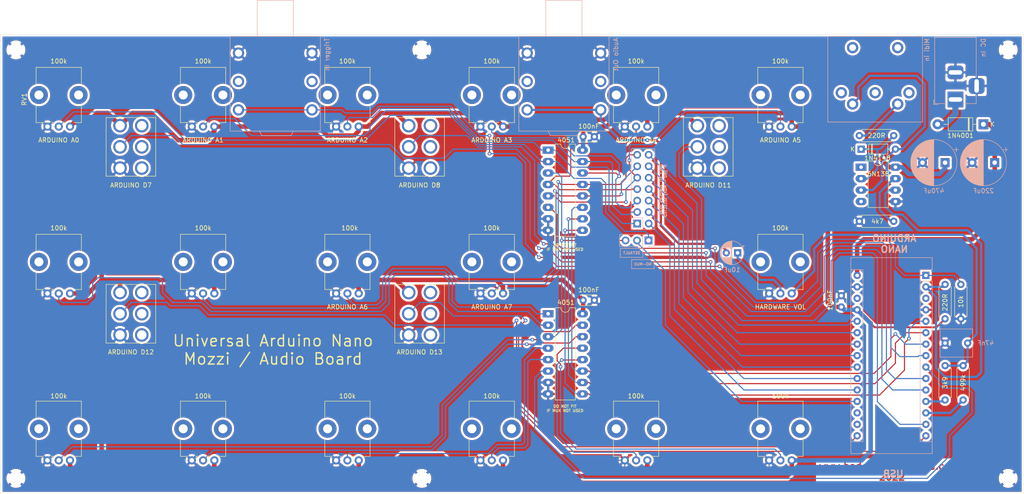
<source format=kicad_pcb>
(kicad_pcb (version 20171130) (host pcbnew "(5.1.0)-1")

  (general
    (thickness 1.6)
    (drawings 35)
    (tracks 707)
    (zones 0)
    (modules 53)
    (nets 79)
  )

  (page A4)
  (layers
    (0 F.Cu signal)
    (31 B.Cu signal)
    (32 B.Adhes user)
    (33 F.Adhes user)
    (34 B.Paste user)
    (35 F.Paste user)
    (36 B.SilkS user)
    (37 F.SilkS user)
    (38 B.Mask user)
    (39 F.Mask user)
    (40 Dwgs.User user hide)
    (41 Cmts.User user)
    (42 Eco1.User user)
    (43 Eco2.User user)
    (44 Edge.Cuts user)
    (45 Margin user)
    (46 B.CrtYd user)
    (47 F.CrtYd user)
    (48 B.Fab user)
    (49 F.Fab user)
  )

  (setup
    (last_trace_width 0.25)
    (trace_clearance 0.2)
    (zone_clearance 0.508)
    (zone_45_only no)
    (trace_min 0.2)
    (via_size 0.8)
    (via_drill 0.4)
    (via_min_size 0.4)
    (via_min_drill 0.3)
    (uvia_size 0.3)
    (uvia_drill 0.1)
    (uvias_allowed no)
    (uvia_min_size 0.2)
    (uvia_min_drill 0.1)
    (edge_width 0.05)
    (segment_width 0.2)
    (pcb_text_width 0.3)
    (pcb_text_size 1.5 1.5)
    (mod_edge_width 0.12)
    (mod_text_size 1 1)
    (mod_text_width 0.15)
    (pad_size 1.524 1.524)
    (pad_drill 0.762)
    (pad_to_mask_clearance 0.051)
    (solder_mask_min_width 0.25)
    (aux_axis_origin 0 0)
    (visible_elements 7FFFFFFF)
    (pcbplotparams
      (layerselection 0x010f0_ffffffff)
      (usegerberextensions false)
      (usegerberattributes false)
      (usegerberadvancedattributes false)
      (creategerberjobfile false)
      (excludeedgelayer true)
      (linewidth 0.100000)
      (plotframeref false)
      (viasonmask false)
      (mode 1)
      (useauxorigin false)
      (hpglpennumber 1)
      (hpglpenspeed 20)
      (hpglpendiameter 15.000000)
      (psnegative false)
      (psa4output false)
      (plotreference true)
      (plotvalue true)
      (plotinvisibletext false)
      (padsonsilk false)
      (subtractmaskfromsilk false)
      (outputformat 1)
      (mirror false)
      (drillshape 0)
      (scaleselection 1)
      (outputdirectory "Manufacturing Files/"))
  )

  (net 0 "")
  (net 1 "Net-(A1-Pad17)")
  (net 2 "Net-(A1-Pad18)")
  (net 3 "Net-(A1-Pad3)")
  (net 4 Pots_Values)
  (net 5 GND)
  (net 6 C_Select)
  (net 7 B_Select)
  (net 8 A_Select)
  (net 9 Mux_1_Enable)
  (net 10 Mux_2_Enable)
  (net 11 +5V)
  (net 12 "Net-(A1-Pad28)")
  (net 13 Pot_1)
  (net 14 Pot_2)
  (net 15 Pot_3)
  (net 16 Pot_4)
  (net 17 Pot_5)
  (net 18 Pot_6)
  (net 19 Pot_7)
  (net 20 Pot_8)
  (net 21 Pot_9)
  (net 22 Pot_10)
  (net 23 Pot_11)
  (net 24 Pot_12)
  (net 25 Pot_13)
  (net 26 Pot_14)
  (net 27 Pot_15)
  (net 28 Pot_16)
  (net 29 Trig_In)
  (net 30 Midi_In)
  (net 31 SW_1)
  (net 32 SW_2)
  (net 33 "Net-(A1-Pad12)")
  (net 34 "Net-(A1-Pad13)")
  (net 35 SW_3)
  (net 36 DC_IN)
  (net 37 SW_4)
  (net 38 SW_5)
  (net 39 PWM_Out)
  (net 40 "Net-(C7-Pad2)")
  (net 41 "Net-(D1-Pad2)")
  (net 42 "Net-(D1-Pad1)")
  (net 43 "Net-(D2-Pad2)")
  (net 44 "Net-(J2-PadRN1)")
  (net 45 "Net-(J2-PadR1)")
  (net 46 "Net-(J4-PadRN1)")
  (net 47 "Net-(J4-PadR1)")
  (net 48 "Net-(J7-Pad3)")
  (net 49 "Net-(J7-Pad2)")
  (net 50 "Net-(J7-Pad1)")
  (net 51 "Net-(R1-Pad2)")
  (net 52 "Net-(SW1-Pad6)")
  (net 53 "Net-(SW1-Pad5)")
  (net 54 "Net-(SW1-Pad4)")
  (net 55 "Net-(SW2-Pad6)")
  (net 56 "Net-(SW2-Pad5)")
  (net 57 "Net-(SW2-Pad4)")
  (net 58 "Net-(SW3-Pad6)")
  (net 59 "Net-(SW3-Pad5)")
  (net 60 "Net-(SW3-Pad4)")
  (net 61 "Net-(SW4-Pad6)")
  (net 62 "Net-(SW4-Pad5)")
  (net 63 "Net-(SW4-Pad4)")
  (net 64 "Net-(SW5-Pad6)")
  (net 65 "Net-(SW5-Pad5)")
  (net 66 "Net-(SW5-Pad4)")
  (net 67 "Net-(U3-Pad4)")
  (net 68 "Net-(U3-Pad1)")
  (net 69 "Net-(C7-Pad1)")
  (net 70 A0)
  (net 71 A1)
  (net 72 A2)
  (net 73 A3)
  (net 74 A4)
  (net 75 A5)
  (net 76 A6)
  (net 77 A7)
  (net 78 "Net-(J7-Pad5)")

  (net_class Default "This is the default net class."
    (clearance 0.2)
    (trace_width 0.25)
    (via_dia 0.8)
    (via_drill 0.4)
    (uvia_dia 0.3)
    (uvia_drill 0.1)
    (add_net +5V)
    (add_net A0)
    (add_net A1)
    (add_net A2)
    (add_net A3)
    (add_net A4)
    (add_net A5)
    (add_net A6)
    (add_net A7)
    (add_net A_Select)
    (add_net B_Select)
    (add_net C_Select)
    (add_net DC_IN)
    (add_net GND)
    (add_net Midi_In)
    (add_net Mux_1_Enable)
    (add_net Mux_2_Enable)
    (add_net "Net-(A1-Pad12)")
    (add_net "Net-(A1-Pad13)")
    (add_net "Net-(A1-Pad17)")
    (add_net "Net-(A1-Pad18)")
    (add_net "Net-(A1-Pad28)")
    (add_net "Net-(A1-Pad3)")
    (add_net "Net-(C7-Pad1)")
    (add_net "Net-(C7-Pad2)")
    (add_net "Net-(D1-Pad1)")
    (add_net "Net-(D1-Pad2)")
    (add_net "Net-(D2-Pad2)")
    (add_net "Net-(J2-PadR1)")
    (add_net "Net-(J2-PadRN1)")
    (add_net "Net-(J4-PadR1)")
    (add_net "Net-(J4-PadRN1)")
    (add_net "Net-(J7-Pad1)")
    (add_net "Net-(J7-Pad2)")
    (add_net "Net-(J7-Pad3)")
    (add_net "Net-(J7-Pad5)")
    (add_net "Net-(R1-Pad2)")
    (add_net "Net-(SW1-Pad4)")
    (add_net "Net-(SW1-Pad5)")
    (add_net "Net-(SW1-Pad6)")
    (add_net "Net-(SW2-Pad4)")
    (add_net "Net-(SW2-Pad5)")
    (add_net "Net-(SW2-Pad6)")
    (add_net "Net-(SW3-Pad4)")
    (add_net "Net-(SW3-Pad5)")
    (add_net "Net-(SW3-Pad6)")
    (add_net "Net-(SW4-Pad4)")
    (add_net "Net-(SW4-Pad5)")
    (add_net "Net-(SW4-Pad6)")
    (add_net "Net-(SW5-Pad4)")
    (add_net "Net-(SW5-Pad5)")
    (add_net "Net-(SW5-Pad6)")
    (add_net "Net-(U3-Pad1)")
    (add_net "Net-(U3-Pad4)")
    (add_net PWM_Out)
    (add_net Pot_1)
    (add_net Pot_10)
    (add_net Pot_11)
    (add_net Pot_12)
    (add_net Pot_13)
    (add_net Pot_14)
    (add_net Pot_15)
    (add_net Pot_16)
    (add_net Pot_2)
    (add_net Pot_3)
    (add_net Pot_4)
    (add_net Pot_5)
    (add_net Pot_6)
    (add_net Pot_7)
    (add_net Pot_8)
    (add_net Pot_9)
    (add_net Pots_Values)
    (add_net SW_1)
    (add_net SW_2)
    (add_net SW_3)
    (add_net SW_4)
    (add_net SW_5)
    (add_net Trig_In)
  )

  (module Capacitor_THT:CP_Radial_D5.0mm_P2.50mm (layer B.Cu) (tedit 5AE50EF0) (tstamp 62B7C1CA)
    (at 198 98 180)
    (descr "CP, Radial series, Radial, pin pitch=2.50mm, , diameter=5mm, Electrolytic Capacitor")
    (tags "CP Radial series Radial pin pitch 2.50mm  diameter 5mm Electrolytic Capacitor")
    (path /62EC1157)
    (fp_text reference C7 (at 1.25 3.75 180) (layer Dwgs.User)
      (effects (font (size 1 1) (thickness 0.15)) (justify mirror))
    )
    (fp_text value 10uF (at 1.25 -3.75 180) (layer B.SilkS)
      (effects (font (size 1 1) (thickness 0.15)) (justify mirror))
    )
    (fp_text user %R (at 0 2 180) (layer Dwgs.User)
      (effects (font (size 1 1) (thickness 0.15)) (justify mirror))
    )
    (fp_line (start -1.304775 1.725) (end -1.304775 1.225) (layer B.SilkS) (width 0.12))
    (fp_line (start -1.554775 1.475) (end -1.054775 1.475) (layer B.SilkS) (width 0.12))
    (fp_line (start 3.851 0.284) (end 3.851 -0.284) (layer B.SilkS) (width 0.12))
    (fp_line (start 3.811 0.518) (end 3.811 -0.518) (layer B.SilkS) (width 0.12))
    (fp_line (start 3.771 0.677) (end 3.771 -0.677) (layer B.SilkS) (width 0.12))
    (fp_line (start 3.731 0.805) (end 3.731 -0.805) (layer B.SilkS) (width 0.12))
    (fp_line (start 3.691 0.915) (end 3.691 -0.915) (layer B.SilkS) (width 0.12))
    (fp_line (start 3.651 1.011) (end 3.651 -1.011) (layer B.SilkS) (width 0.12))
    (fp_line (start 3.611 1.098) (end 3.611 -1.098) (layer B.SilkS) (width 0.12))
    (fp_line (start 3.571 1.178) (end 3.571 -1.178) (layer B.SilkS) (width 0.12))
    (fp_line (start 3.531 -1.04) (end 3.531 -1.251) (layer B.SilkS) (width 0.12))
    (fp_line (start 3.531 1.251) (end 3.531 1.04) (layer B.SilkS) (width 0.12))
    (fp_line (start 3.491 -1.04) (end 3.491 -1.319) (layer B.SilkS) (width 0.12))
    (fp_line (start 3.491 1.319) (end 3.491 1.04) (layer B.SilkS) (width 0.12))
    (fp_line (start 3.451 -1.04) (end 3.451 -1.383) (layer B.SilkS) (width 0.12))
    (fp_line (start 3.451 1.383) (end 3.451 1.04) (layer B.SilkS) (width 0.12))
    (fp_line (start 3.411 -1.04) (end 3.411 -1.443) (layer B.SilkS) (width 0.12))
    (fp_line (start 3.411 1.443) (end 3.411 1.04) (layer B.SilkS) (width 0.12))
    (fp_line (start 3.371 -1.04) (end 3.371 -1.5) (layer B.SilkS) (width 0.12))
    (fp_line (start 3.371 1.5) (end 3.371 1.04) (layer B.SilkS) (width 0.12))
    (fp_line (start 3.331 -1.04) (end 3.331 -1.554) (layer B.SilkS) (width 0.12))
    (fp_line (start 3.331 1.554) (end 3.331 1.04) (layer B.SilkS) (width 0.12))
    (fp_line (start 3.291 -1.04) (end 3.291 -1.605) (layer B.SilkS) (width 0.12))
    (fp_line (start 3.291 1.605) (end 3.291 1.04) (layer B.SilkS) (width 0.12))
    (fp_line (start 3.251 -1.04) (end 3.251 -1.653) (layer B.SilkS) (width 0.12))
    (fp_line (start 3.251 1.653) (end 3.251 1.04) (layer B.SilkS) (width 0.12))
    (fp_line (start 3.211 -1.04) (end 3.211 -1.699) (layer B.SilkS) (width 0.12))
    (fp_line (start 3.211 1.699) (end 3.211 1.04) (layer B.SilkS) (width 0.12))
    (fp_line (start 3.171 -1.04) (end 3.171 -1.743) (layer B.SilkS) (width 0.12))
    (fp_line (start 3.171 1.743) (end 3.171 1.04) (layer B.SilkS) (width 0.12))
    (fp_line (start 3.131 -1.04) (end 3.131 -1.785) (layer B.SilkS) (width 0.12))
    (fp_line (start 3.131 1.785) (end 3.131 1.04) (layer B.SilkS) (width 0.12))
    (fp_line (start 3.091 -1.04) (end 3.091 -1.826) (layer B.SilkS) (width 0.12))
    (fp_line (start 3.091 1.826) (end 3.091 1.04) (layer B.SilkS) (width 0.12))
    (fp_line (start 3.051 -1.04) (end 3.051 -1.864) (layer B.SilkS) (width 0.12))
    (fp_line (start 3.051 1.864) (end 3.051 1.04) (layer B.SilkS) (width 0.12))
    (fp_line (start 3.011 -1.04) (end 3.011 -1.901) (layer B.SilkS) (width 0.12))
    (fp_line (start 3.011 1.901) (end 3.011 1.04) (layer B.SilkS) (width 0.12))
    (fp_line (start 2.971 -1.04) (end 2.971 -1.937) (layer B.SilkS) (width 0.12))
    (fp_line (start 2.971 1.937) (end 2.971 1.04) (layer B.SilkS) (width 0.12))
    (fp_line (start 2.931 -1.04) (end 2.931 -1.971) (layer B.SilkS) (width 0.12))
    (fp_line (start 2.931 1.971) (end 2.931 1.04) (layer B.SilkS) (width 0.12))
    (fp_line (start 2.891 -1.04) (end 2.891 -2.004) (layer B.SilkS) (width 0.12))
    (fp_line (start 2.891 2.004) (end 2.891 1.04) (layer B.SilkS) (width 0.12))
    (fp_line (start 2.851 -1.04) (end 2.851 -2.035) (layer B.SilkS) (width 0.12))
    (fp_line (start 2.851 2.035) (end 2.851 1.04) (layer B.SilkS) (width 0.12))
    (fp_line (start 2.811 -1.04) (end 2.811 -2.065) (layer B.SilkS) (width 0.12))
    (fp_line (start 2.811 2.065) (end 2.811 1.04) (layer B.SilkS) (width 0.12))
    (fp_line (start 2.771 -1.04) (end 2.771 -2.095) (layer B.SilkS) (width 0.12))
    (fp_line (start 2.771 2.095) (end 2.771 1.04) (layer B.SilkS) (width 0.12))
    (fp_line (start 2.731 -1.04) (end 2.731 -2.122) (layer B.SilkS) (width 0.12))
    (fp_line (start 2.731 2.122) (end 2.731 1.04) (layer B.SilkS) (width 0.12))
    (fp_line (start 2.691 -1.04) (end 2.691 -2.149) (layer B.SilkS) (width 0.12))
    (fp_line (start 2.691 2.149) (end 2.691 1.04) (layer B.SilkS) (width 0.12))
    (fp_line (start 2.651 -1.04) (end 2.651 -2.175) (layer B.SilkS) (width 0.12))
    (fp_line (start 2.651 2.175) (end 2.651 1.04) (layer B.SilkS) (width 0.12))
    (fp_line (start 2.611 -1.04) (end 2.611 -2.2) (layer B.SilkS) (width 0.12))
    (fp_line (start 2.611 2.2) (end 2.611 1.04) (layer B.SilkS) (width 0.12))
    (fp_line (start 2.571 -1.04) (end 2.571 -2.224) (layer B.SilkS) (width 0.12))
    (fp_line (start 2.571 2.224) (end 2.571 1.04) (layer B.SilkS) (width 0.12))
    (fp_line (start 2.531 -1.04) (end 2.531 -2.247) (layer B.SilkS) (width 0.12))
    (fp_line (start 2.531 2.247) (end 2.531 1.04) (layer B.SilkS) (width 0.12))
    (fp_line (start 2.491 -1.04) (end 2.491 -2.268) (layer B.SilkS) (width 0.12))
    (fp_line (start 2.491 2.268) (end 2.491 1.04) (layer B.SilkS) (width 0.12))
    (fp_line (start 2.451 -1.04) (end 2.451 -2.29) (layer B.SilkS) (width 0.12))
    (fp_line (start 2.451 2.29) (end 2.451 1.04) (layer B.SilkS) (width 0.12))
    (fp_line (start 2.411 -1.04) (end 2.411 -2.31) (layer B.SilkS) (width 0.12))
    (fp_line (start 2.411 2.31) (end 2.411 1.04) (layer B.SilkS) (width 0.12))
    (fp_line (start 2.371 -1.04) (end 2.371 -2.329) (layer B.SilkS) (width 0.12))
    (fp_line (start 2.371 2.329) (end 2.371 1.04) (layer B.SilkS) (width 0.12))
    (fp_line (start 2.331 -1.04) (end 2.331 -2.348) (layer B.SilkS) (width 0.12))
    (fp_line (start 2.331 2.348) (end 2.331 1.04) (layer B.SilkS) (width 0.12))
    (fp_line (start 2.291 -1.04) (end 2.291 -2.365) (layer B.SilkS) (width 0.12))
    (fp_line (start 2.291 2.365) (end 2.291 1.04) (layer B.SilkS) (width 0.12))
    (fp_line (start 2.251 -1.04) (end 2.251 -2.382) (layer B.SilkS) (width 0.12))
    (fp_line (start 2.251 2.382) (end 2.251 1.04) (layer B.SilkS) (width 0.12))
    (fp_line (start 2.211 -1.04) (end 2.211 -2.398) (layer B.SilkS) (width 0.12))
    (fp_line (start 2.211 2.398) (end 2.211 1.04) (layer B.SilkS) (width 0.12))
    (fp_line (start 2.171 -1.04) (end 2.171 -2.414) (layer B.SilkS) (width 0.12))
    (fp_line (start 2.171 2.414) (end 2.171 1.04) (layer B.SilkS) (width 0.12))
    (fp_line (start 2.131 -1.04) (end 2.131 -2.428) (layer B.SilkS) (width 0.12))
    (fp_line (start 2.131 2.428) (end 2.131 1.04) (layer B.SilkS) (width 0.12))
    (fp_line (start 2.091 -1.04) (end 2.091 -2.442) (layer B.SilkS) (width 0.12))
    (fp_line (start 2.091 2.442) (end 2.091 1.04) (layer B.SilkS) (width 0.12))
    (fp_line (start 2.051 -1.04) (end 2.051 -2.455) (layer B.SilkS) (width 0.12))
    (fp_line (start 2.051 2.455) (end 2.051 1.04) (layer B.SilkS) (width 0.12))
    (fp_line (start 2.011 -1.04) (end 2.011 -2.468) (layer B.SilkS) (width 0.12))
    (fp_line (start 2.011 2.468) (end 2.011 1.04) (layer B.SilkS) (width 0.12))
    (fp_line (start 1.971 -1.04) (end 1.971 -2.48) (layer B.SilkS) (width 0.12))
    (fp_line (start 1.971 2.48) (end 1.971 1.04) (layer B.SilkS) (width 0.12))
    (fp_line (start 1.93 -1.04) (end 1.93 -2.491) (layer B.SilkS) (width 0.12))
    (fp_line (start 1.93 2.491) (end 1.93 1.04) (layer B.SilkS) (width 0.12))
    (fp_line (start 1.89 -1.04) (end 1.89 -2.501) (layer B.SilkS) (width 0.12))
    (fp_line (start 1.89 2.501) (end 1.89 1.04) (layer B.SilkS) (width 0.12))
    (fp_line (start 1.85 -1.04) (end 1.85 -2.511) (layer B.SilkS) (width 0.12))
    (fp_line (start 1.85 2.511) (end 1.85 1.04) (layer B.SilkS) (width 0.12))
    (fp_line (start 1.81 -1.04) (end 1.81 -2.52) (layer B.SilkS) (width 0.12))
    (fp_line (start 1.81 2.52) (end 1.81 1.04) (layer B.SilkS) (width 0.12))
    (fp_line (start 1.77 -1.04) (end 1.77 -2.528) (layer B.SilkS) (width 0.12))
    (fp_line (start 1.77 2.528) (end 1.77 1.04) (layer B.SilkS) (width 0.12))
    (fp_line (start 1.73 -1.04) (end 1.73 -2.536) (layer B.SilkS) (width 0.12))
    (fp_line (start 1.73 2.536) (end 1.73 1.04) (layer B.SilkS) (width 0.12))
    (fp_line (start 1.69 -1.04) (end 1.69 -2.543) (layer B.SilkS) (width 0.12))
    (fp_line (start 1.69 2.543) (end 1.69 1.04) (layer B.SilkS) (width 0.12))
    (fp_line (start 1.65 -1.04) (end 1.65 -2.55) (layer B.SilkS) (width 0.12))
    (fp_line (start 1.65 2.55) (end 1.65 1.04) (layer B.SilkS) (width 0.12))
    (fp_line (start 1.61 -1.04) (end 1.61 -2.556) (layer B.SilkS) (width 0.12))
    (fp_line (start 1.61 2.556) (end 1.61 1.04) (layer B.SilkS) (width 0.12))
    (fp_line (start 1.57 -1.04) (end 1.57 -2.561) (layer B.SilkS) (width 0.12))
    (fp_line (start 1.57 2.561) (end 1.57 1.04) (layer B.SilkS) (width 0.12))
    (fp_line (start 1.53 -1.04) (end 1.53 -2.565) (layer B.SilkS) (width 0.12))
    (fp_line (start 1.53 2.565) (end 1.53 1.04) (layer B.SilkS) (width 0.12))
    (fp_line (start 1.49 -1.04) (end 1.49 -2.569) (layer B.SilkS) (width 0.12))
    (fp_line (start 1.49 2.569) (end 1.49 1.04) (layer B.SilkS) (width 0.12))
    (fp_line (start 1.45 2.573) (end 1.45 -2.573) (layer B.SilkS) (width 0.12))
    (fp_line (start 1.41 2.576) (end 1.41 -2.576) (layer B.SilkS) (width 0.12))
    (fp_line (start 1.37 2.578) (end 1.37 -2.578) (layer B.SilkS) (width 0.12))
    (fp_line (start 1.33 2.579) (end 1.33 -2.579) (layer B.SilkS) (width 0.12))
    (fp_line (start 1.29 2.58) (end 1.29 -2.58) (layer B.SilkS) (width 0.12))
    (fp_line (start 1.25 2.58) (end 1.25 -2.58) (layer B.SilkS) (width 0.12))
    (fp_line (start -0.633605 1.3375) (end -0.633605 0.8375) (layer B.Fab) (width 0.1))
    (fp_line (start -0.883605 1.0875) (end -0.383605 1.0875) (layer B.Fab) (width 0.1))
    (fp_circle (center 1.25 0) (end 4 0) (layer B.CrtYd) (width 0.05))
    (fp_circle (center 1.25 0) (end 3.87 0) (layer B.SilkS) (width 0.12))
    (fp_circle (center 1.25 0) (end 3.75 0) (layer B.Fab) (width 0.1))
    (pad 2 thru_hole circle (at 2.5 0 180) (size 1.6 1.6) (drill 0.8) (layers *.Cu *.Mask)
      (net 40 "Net-(C7-Pad2)"))
    (pad 1 thru_hole rect (at 0 0 180) (size 1.6 1.6) (drill 0.8) (layers *.Cu *.Mask)
      (net 69 "Net-(C7-Pad1)"))
    (model ${KISYS3DMOD}/Capacitor_THT.3dshapes/CP_Radial_D5.0mm_P2.50mm.wrl
      (at (xyz 0 0 0))
      (scale (xyz 1 1 1))
      (rotate (xyz 0 0 0))
    )
  )

  (module Potentiometer_THT:Potentiometer_Alps_RK09K_Single_Vertical locked (layer F.Cu) (tedit 5A3D4993) (tstamp 62B99E0A)
    (at 210 107 90)
    (descr "Potentiometer, vertical, Alps RK09K Single, http://www.alps.com/prod/info/E/HTML/Potentiometer/RotaryPotentiometers/RK09K/RK09K_list.html")
    (tags "Potentiometer vertical Alps RK09K Single")
    (path /62BB8498)
    (fp_text reference RV17 (at 6.05 -10.15 90) (layer Dwgs.User)
      (effects (font (size 1 1) (thickness 0.15)))
    )
    (fp_text value 100k (at 14.5 -2.5 180) (layer F.SilkS)
      (effects (font (size 1 1) (thickness 0.15)))
    )
    (fp_text user %R (at 2 -2.5 180) (layer F.Fab)
      (effects (font (size 1 1) (thickness 0.15)))
    )
    (fp_line (start 13.25 -9.15) (end -1.15 -9.15) (layer F.CrtYd) (width 0.05))
    (fp_line (start 13.25 4.15) (end 13.25 -9.15) (layer F.CrtYd) (width 0.05))
    (fp_line (start -1.15 4.15) (end 13.25 4.15) (layer F.CrtYd) (width 0.05))
    (fp_line (start -1.15 -9.15) (end -1.15 4.15) (layer F.CrtYd) (width 0.05))
    (fp_line (start 13.12 -7.521) (end 13.12 2.52) (layer F.SilkS) (width 0.12))
    (fp_line (start 0.88 0.87) (end 0.88 2.52) (layer F.SilkS) (width 0.12))
    (fp_line (start 0.88 -1.629) (end 0.88 -0.87) (layer F.SilkS) (width 0.12))
    (fp_line (start 0.88 -4.129) (end 0.88 -3.37) (layer F.SilkS) (width 0.12))
    (fp_line (start 0.88 -7.521) (end 0.88 -5.871) (layer F.SilkS) (width 0.12))
    (fp_line (start 9.184 2.52) (end 13.12 2.52) (layer F.SilkS) (width 0.12))
    (fp_line (start 0.88 2.52) (end 4.817 2.52) (layer F.SilkS) (width 0.12))
    (fp_line (start 9.184 -7.521) (end 13.12 -7.521) (layer F.SilkS) (width 0.12))
    (fp_line (start 0.88 -7.521) (end 4.817 -7.521) (layer F.SilkS) (width 0.12))
    (fp_line (start 13 -7.4) (end 1 -7.4) (layer F.Fab) (width 0.1))
    (fp_line (start 13 2.4) (end 13 -7.4) (layer F.Fab) (width 0.1))
    (fp_line (start 1 2.4) (end 13 2.4) (layer F.Fab) (width 0.1))
    (fp_line (start 1 -7.4) (end 1 2.4) (layer F.Fab) (width 0.1))
    (fp_circle (center 7.5 -2.5) (end 10.5 -2.5) (layer F.Fab) (width 0.1))
    (pad "" np_thru_hole circle (at 7 1.9 90) (size 4 4) (drill 2) (layers *.Cu *.Mask))
    (pad "" np_thru_hole circle (at 7 -6.9 90) (size 4 4) (drill 2) (layers *.Cu *.Mask))
    (pad 1 thru_hole circle (at 0 0 90) (size 1.8 1.8) (drill 1) (layers *.Cu *.Mask)
      (net 39 PWM_Out))
    (pad 2 thru_hole circle (at 0 -2.5 90) (size 1.8 1.8) (drill 1) (layers *.Cu *.Mask)
      (net 69 "Net-(C7-Pad1)"))
    (pad 3 thru_hole circle (at 0 -5 90) (size 1.8 1.8) (drill 1) (layers *.Cu *.Mask)
      (net 5 GND))
    (model ${KISYS3DMOD}/Potentiometer_THT.3dshapes/Potentiometer_Alps_RK09K_Single_Vertical.wrl
      (at (xyz 0 0 0))
      (scale (xyz 1 1 1))
      (rotate (xyz 0 0 0))
    )
  )

  (module Package_DIP:DIP-8_W7.62mm_LongPads (layer F.Cu) (tedit 5A02E8C5) (tstamp 62B7C7C6)
    (at 225.38 79)
    (descr "8-lead though-hole mounted DIP package, row spacing 7.62 mm (300 mils), LongPads")
    (tags "THT DIP DIL PDIP 2.54mm 7.62mm 300mil LongPads")
    (path /62B7D14D)
    (fp_text reference U3 (at -2.38 -6.5) (layer Dwgs.User)
      (effects (font (size 1 1) (thickness 0.15)))
    )
    (fp_text value 6N138 (at 3.81 1.5) (layer F.SilkS)
      (effects (font (size 1 1) (thickness 0.15)))
    )
    (fp_text user %R (at -3.38 3.81) (layer Dwgs.User)
      (effects (font (size 1 1) (thickness 0.15)))
    )
    (fp_line (start 9.1 -1.55) (end -1.45 -1.55) (layer F.CrtYd) (width 0.05))
    (fp_line (start 9.1 9.15) (end 9.1 -1.55) (layer F.CrtYd) (width 0.05))
    (fp_line (start -1.45 9.15) (end 9.1 9.15) (layer F.CrtYd) (width 0.05))
    (fp_line (start -1.45 -1.55) (end -1.45 9.15) (layer F.CrtYd) (width 0.05))
    (fp_line (start 6.06 -1.33) (end 4.81 -1.33) (layer F.SilkS) (width 0.12))
    (fp_line (start 6.06 8.95) (end 6.06 -1.33) (layer F.SilkS) (width 0.12))
    (fp_line (start 1.56 8.95) (end 6.06 8.95) (layer F.SilkS) (width 0.12))
    (fp_line (start 1.56 -1.33) (end 1.56 8.95) (layer F.SilkS) (width 0.12))
    (fp_line (start 2.81 -1.33) (end 1.56 -1.33) (layer F.SilkS) (width 0.12))
    (fp_line (start 0.635 -0.27) (end 1.635 -1.27) (layer F.Fab) (width 0.1))
    (fp_line (start 0.635 8.89) (end 0.635 -0.27) (layer F.Fab) (width 0.1))
    (fp_line (start 6.985 8.89) (end 0.635 8.89) (layer F.Fab) (width 0.1))
    (fp_line (start 6.985 -1.27) (end 6.985 8.89) (layer F.Fab) (width 0.1))
    (fp_line (start 1.635 -1.27) (end 6.985 -1.27) (layer F.Fab) (width 0.1))
    (fp_arc (start 3.81 -1.33) (end 2.81 -1.33) (angle -180) (layer F.SilkS) (width 0.12))
    (pad 8 thru_hole oval (at 7.62 0) (size 2.4 1.6) (drill 0.8) (layers *.Cu *.Mask)
      (net 11 +5V))
    (pad 4 thru_hole oval (at 0 7.62) (size 2.4 1.6) (drill 0.8) (layers *.Cu *.Mask)
      (net 67 "Net-(U3-Pad4)"))
    (pad 7 thru_hole oval (at 7.62 2.54) (size 2.4 1.6) (drill 0.8) (layers *.Cu *.Mask)
      (net 51 "Net-(R1-Pad2)"))
    (pad 3 thru_hole oval (at 0 5.08) (size 2.4 1.6) (drill 0.8) (layers *.Cu *.Mask)
      (net 41 "Net-(D1-Pad2)"))
    (pad 6 thru_hole oval (at 7.62 5.08) (size 2.4 1.6) (drill 0.8) (layers *.Cu *.Mask)
      (net 30 Midi_In))
    (pad 2 thru_hole oval (at 0 2.54) (size 2.4 1.6) (drill 0.8) (layers *.Cu *.Mask)
      (net 42 "Net-(D1-Pad1)"))
    (pad 5 thru_hole oval (at 7.62 7.62) (size 2.4 1.6) (drill 0.8) (layers *.Cu *.Mask)
      (net 5 GND))
    (pad 1 thru_hole rect (at 0 0) (size 2.4 1.6) (drill 0.8) (layers *.Cu *.Mask)
      (net 68 "Net-(U3-Pad1)"))
    (model ${KISYS3DMOD}/Package_DIP.3dshapes/DIP-8_W7.62mm.wrl
      (at (xyz 0 0 0))
      (scale (xyz 1 1 1))
      (rotate (xyz 0 0 0))
    )
  )

  (module BDD_Nixie_Footprint:Toggle_Sw locked (layer F.Cu) (tedit 62B6ECFC) (tstamp 62B7C71E)
    (at 127.5 111.5)
    (path /630355E7)
    (fp_text reference SW5 (at 0 2.5) (layer Dwgs.User)
      (effects (font (size 1 1) (thickness 0.15)))
    )
    (fp_text value SW_DPDT_x2 (at 0 -2.5) (layer Dwgs.User)
      (effects (font (size 1 1) (thickness 0.15)))
    )
    (fp_line (start 5.5 -6.5) (end 0 -6.5) (layer F.SilkS) (width 0.12))
    (fp_line (start 5.5 6.5) (end 5.5 -6.5) (layer F.SilkS) (width 0.12))
    (fp_line (start -5.5 6.5) (end 5.5 6.5) (layer F.SilkS) (width 0.12))
    (fp_line (start -5.5 6) (end -5.5 6.5) (layer F.SilkS) (width 0.12))
    (fp_line (start -5.5 -6.5) (end -5.5 6) (layer F.SilkS) (width 0.12))
    (fp_line (start 0 -6.5) (end -5.5 -6.5) (layer F.SilkS) (width 0.12))
    (pad 6 thru_hole circle (at 2.41 4.7) (size 3 3) (drill 2.1) (layers *.Cu *.Mask)
      (net 64 "Net-(SW5-Pad6)"))
    (pad 5 thru_hole circle (at 2.41 0) (size 3 3) (drill 2.1) (layers *.Cu *.Mask)
      (net 65 "Net-(SW5-Pad5)"))
    (pad 4 thru_hole circle (at 2.41 -4.7) (size 3 3) (drill 2.1) (layers *.Cu *.Mask)
      (net 66 "Net-(SW5-Pad4)"))
    (pad 3 thru_hole circle (at -2.41 4.7) (size 3 3) (drill 2.1) (layers *.Cu *.Mask)
      (net 5 GND))
    (pad 2 thru_hole circle (at -2.41 0) (size 3 3) (drill 2.1) (layers *.Cu *.Mask)
      (net 38 SW_5))
    (pad 1 thru_hole circle (at -2.41 -4.7) (size 3 3) (drill 2.1) (layers *.Cu *.Mask)
      (net 11 +5V))
  )

  (module BDD_Nixie_Footprint:Toggle_Sw locked (layer F.Cu) (tedit 62B6ECFC) (tstamp 62B7C70E)
    (at 63.5 111.5)
    (path /63034969)
    (fp_text reference SW4 (at 0 2.5) (layer Dwgs.User)
      (effects (font (size 1 1) (thickness 0.15)))
    )
    (fp_text value SW_DPDT_x2 (at 0 -2.5) (layer Dwgs.User)
      (effects (font (size 1 1) (thickness 0.15)))
    )
    (fp_line (start 5.5 -6.5) (end 0 -6.5) (layer F.SilkS) (width 0.12))
    (fp_line (start 5.5 6.5) (end 5.5 -6.5) (layer F.SilkS) (width 0.12))
    (fp_line (start -5.5 6.5) (end 5.5 6.5) (layer F.SilkS) (width 0.12))
    (fp_line (start -5.5 6) (end -5.5 6.5) (layer F.SilkS) (width 0.12))
    (fp_line (start -5.5 -6.5) (end -5.5 6) (layer F.SilkS) (width 0.12))
    (fp_line (start 0 -6.5) (end -5.5 -6.5) (layer F.SilkS) (width 0.12))
    (pad 6 thru_hole circle (at 2.41 4.7) (size 3 3) (drill 2.1) (layers *.Cu *.Mask)
      (net 61 "Net-(SW4-Pad6)"))
    (pad 5 thru_hole circle (at 2.41 0) (size 3 3) (drill 2.1) (layers *.Cu *.Mask)
      (net 62 "Net-(SW4-Pad5)"))
    (pad 4 thru_hole circle (at 2.41 -4.7) (size 3 3) (drill 2.1) (layers *.Cu *.Mask)
      (net 63 "Net-(SW4-Pad4)"))
    (pad 3 thru_hole circle (at -2.41 4.7) (size 3 3) (drill 2.1) (layers *.Cu *.Mask)
      (net 5 GND))
    (pad 2 thru_hole circle (at -2.41 0) (size 3 3) (drill 2.1) (layers *.Cu *.Mask)
      (net 37 SW_4))
    (pad 1 thru_hole circle (at -2.41 -4.7) (size 3 3) (drill 2.1) (layers *.Cu *.Mask)
      (net 11 +5V))
  )

  (module BDD_Nixie_Footprint:Toggle_Sw locked (layer F.Cu) (tedit 62B6ECFC) (tstamp 62B7C6FE)
    (at 191.5 74.5)
    (path /630345DF)
    (fp_text reference SW3 (at 0 2.5) (layer Dwgs.User)
      (effects (font (size 1 1) (thickness 0.15)))
    )
    (fp_text value SW_DPDT_x2 (at 0 -2.5) (layer Dwgs.User)
      (effects (font (size 1 1) (thickness 0.15)))
    )
    (fp_line (start 5.5 -6.5) (end 0 -6.5) (layer F.SilkS) (width 0.12))
    (fp_line (start 5.5 6.5) (end 5.5 -6.5) (layer F.SilkS) (width 0.12))
    (fp_line (start -5.5 6.5) (end 5.5 6.5) (layer F.SilkS) (width 0.12))
    (fp_line (start -5.5 6) (end -5.5 6.5) (layer F.SilkS) (width 0.12))
    (fp_line (start -5.5 -6.5) (end -5.5 6) (layer F.SilkS) (width 0.12))
    (fp_line (start 0 -6.5) (end -5.5 -6.5) (layer F.SilkS) (width 0.12))
    (pad 6 thru_hole circle (at 2.41 4.7) (size 3 3) (drill 2.1) (layers *.Cu *.Mask)
      (net 58 "Net-(SW3-Pad6)"))
    (pad 5 thru_hole circle (at 2.41 0) (size 3 3) (drill 2.1) (layers *.Cu *.Mask)
      (net 59 "Net-(SW3-Pad5)"))
    (pad 4 thru_hole circle (at 2.41 -4.7) (size 3 3) (drill 2.1) (layers *.Cu *.Mask)
      (net 60 "Net-(SW3-Pad4)"))
    (pad 3 thru_hole circle (at -2.41 4.7) (size 3 3) (drill 2.1) (layers *.Cu *.Mask)
      (net 5 GND))
    (pad 2 thru_hole circle (at -2.41 0) (size 3 3) (drill 2.1) (layers *.Cu *.Mask)
      (net 35 SW_3))
    (pad 1 thru_hole circle (at -2.41 -4.7) (size 3 3) (drill 2.1) (layers *.Cu *.Mask)
      (net 11 +5V))
  )

  (module BDD_Nixie_Footprint:Toggle_Sw locked (layer F.Cu) (tedit 62B6ECFC) (tstamp 62B7C6EE)
    (at 127.5 74.5)
    (path /630338C7)
    (fp_text reference SW2 (at 0 2.5) (layer Dwgs.User)
      (effects (font (size 1 1) (thickness 0.15)))
    )
    (fp_text value SW_DPDT_x2 (at 0 -2.5) (layer Dwgs.User)
      (effects (font (size 1 1) (thickness 0.15)))
    )
    (fp_line (start 5.5 -6.5) (end 0 -6.5) (layer F.SilkS) (width 0.12))
    (fp_line (start 5.5 6.5) (end 5.5 -6.5) (layer F.SilkS) (width 0.12))
    (fp_line (start -5.5 6.5) (end 5.5 6.5) (layer F.SilkS) (width 0.12))
    (fp_line (start -5.5 6) (end -5.5 6.5) (layer F.SilkS) (width 0.12))
    (fp_line (start -5.5 -6.5) (end -5.5 6) (layer F.SilkS) (width 0.12))
    (fp_line (start 0 -6.5) (end -5.5 -6.5) (layer F.SilkS) (width 0.12))
    (pad 6 thru_hole circle (at 2.41 4.7) (size 3 3) (drill 2.1) (layers *.Cu *.Mask)
      (net 55 "Net-(SW2-Pad6)"))
    (pad 5 thru_hole circle (at 2.41 0) (size 3 3) (drill 2.1) (layers *.Cu *.Mask)
      (net 56 "Net-(SW2-Pad5)"))
    (pad 4 thru_hole circle (at 2.41 -4.7) (size 3 3) (drill 2.1) (layers *.Cu *.Mask)
      (net 57 "Net-(SW2-Pad4)"))
    (pad 3 thru_hole circle (at -2.41 4.7) (size 3 3) (drill 2.1) (layers *.Cu *.Mask)
      (net 5 GND))
    (pad 2 thru_hole circle (at -2.41 0) (size 3 3) (drill 2.1) (layers *.Cu *.Mask)
      (net 32 SW_2))
    (pad 1 thru_hole circle (at -2.41 -4.7) (size 3 3) (drill 2.1) (layers *.Cu *.Mask)
      (net 11 +5V))
  )

  (module BDD_Nixie_Footprint:Toggle_Sw locked (layer F.Cu) (tedit 62B6ECFC) (tstamp 62B7C6DE)
    (at 63.5 74.5)
    (path /62FC99F1)
    (fp_text reference SW1 (at 0 2.5) (layer Dwgs.User)
      (effects (font (size 1 1) (thickness 0.15)))
    )
    (fp_text value SW_DPDT_x2 (at 0 -2.5) (layer Dwgs.User)
      (effects (font (size 1 1) (thickness 0.15)))
    )
    (fp_line (start 5.5 -6.5) (end 0 -6.5) (layer F.SilkS) (width 0.12))
    (fp_line (start 5.5 6.5) (end 5.5 -6.5) (layer F.SilkS) (width 0.12))
    (fp_line (start -5.5 6.5) (end 5.5 6.5) (layer F.SilkS) (width 0.12))
    (fp_line (start -5.5 6) (end -5.5 6.5) (layer F.SilkS) (width 0.12))
    (fp_line (start -5.5 -6.5) (end -5.5 6) (layer F.SilkS) (width 0.12))
    (fp_line (start 0 -6.5) (end -5.5 -6.5) (layer F.SilkS) (width 0.12))
    (pad 6 thru_hole circle (at 2.41 4.7) (size 3 3) (drill 2.1) (layers *.Cu *.Mask)
      (net 52 "Net-(SW1-Pad6)"))
    (pad 5 thru_hole circle (at 2.41 0) (size 3 3) (drill 2.1) (layers *.Cu *.Mask)
      (net 53 "Net-(SW1-Pad5)"))
    (pad 4 thru_hole circle (at 2.41 -4.7) (size 3 3) (drill 2.1) (layers *.Cu *.Mask)
      (net 54 "Net-(SW1-Pad4)"))
    (pad 3 thru_hole circle (at -2.41 4.7) (size 3 3) (drill 2.1) (layers *.Cu *.Mask)
      (net 5 GND))
    (pad 2 thru_hole circle (at -2.41 0) (size 3 3) (drill 2.1) (layers *.Cu *.Mask)
      (net 31 SW_1))
    (pad 1 thru_hole circle (at -2.41 -4.7) (size 3 3) (drill 2.1) (layers *.Cu *.Mask)
      (net 11 +5V))
  )

  (module Resistor_THT:R_Axial_DIN0207_L6.3mm_D2.5mm_P7.62mm_Horizontal (layer F.Cu) (tedit 5AE5139B) (tstamp 62B7C36E)
    (at 247.5 105 270)
    (descr "Resistor, Axial_DIN0207 series, Axial, Horizontal, pin pitch=7.62mm, 0.25W = 1/4W, length*diameter=6.3*2.5mm^2, http://cdn-reichelt.de/documents/datenblatt/B400/1_4W%23YAG.pdf")
    (tags "Resistor Axial_DIN0207 series Axial Horizontal pin pitch 7.62mm 0.25W = 1/4W length 6.3mm diameter 2.5mm")
    (path /634B59EA)
    (fp_text reference R7 (at 3.81 -2.37 270) (layer Dwgs.User)
      (effects (font (size 1 1) (thickness 0.15)))
    )
    (fp_text value 10k (at 3.81 0 270) (layer F.SilkS)
      (effects (font (size 1 1) (thickness 0.15)))
    )
    (fp_text user %R (at 3.81 0 270) (layer Dwgs.User)
      (effects (font (size 1 1) (thickness 0.15)))
    )
    (fp_line (start 8.67 -1.5) (end -1.05 -1.5) (layer F.CrtYd) (width 0.05))
    (fp_line (start 8.67 1.5) (end 8.67 -1.5) (layer F.CrtYd) (width 0.05))
    (fp_line (start -1.05 1.5) (end 8.67 1.5) (layer F.CrtYd) (width 0.05))
    (fp_line (start -1.05 -1.5) (end -1.05 1.5) (layer F.CrtYd) (width 0.05))
    (fp_line (start 7.08 1.37) (end 7.08 1.04) (layer F.SilkS) (width 0.12))
    (fp_line (start 0.54 1.37) (end 7.08 1.37) (layer F.SilkS) (width 0.12))
    (fp_line (start 0.54 1.04) (end 0.54 1.37) (layer F.SilkS) (width 0.12))
    (fp_line (start 7.08 -1.37) (end 7.08 -1.04) (layer F.SilkS) (width 0.12))
    (fp_line (start 0.54 -1.37) (end 7.08 -1.37) (layer F.SilkS) (width 0.12))
    (fp_line (start 0.54 -1.04) (end 0.54 -1.37) (layer F.SilkS) (width 0.12))
    (fp_line (start 7.62 0) (end 6.96 0) (layer F.Fab) (width 0.1))
    (fp_line (start 0 0) (end 0.66 0) (layer F.Fab) (width 0.1))
    (fp_line (start 6.96 -1.25) (end 0.66 -1.25) (layer F.Fab) (width 0.1))
    (fp_line (start 6.96 1.25) (end 6.96 -1.25) (layer F.Fab) (width 0.1))
    (fp_line (start 0.66 1.25) (end 6.96 1.25) (layer F.Fab) (width 0.1))
    (fp_line (start 0.66 -1.25) (end 0.66 1.25) (layer F.Fab) (width 0.1))
    (pad 2 thru_hole oval (at 7.62 0 270) (size 1.6 1.6) (drill 0.8) (layers *.Cu *.Mask)
      (net 5 GND))
    (pad 1 thru_hole circle (at 0 0 270) (size 1.6 1.6) (drill 0.8) (layers *.Cu *.Mask)
      (net 29 Trig_In))
    (model ${KISYS3DMOD}/Resistor_THT.3dshapes/R_Axial_DIN0207_L6.3mm_D2.5mm_P7.62mm_Horizontal.wrl
      (at (xyz 0 0 0))
      (scale (xyz 1 1 1))
      (rotate (xyz 0 0 0))
    )
  )

  (module Resistor_THT:R_Axial_DIN0207_L6.3mm_D2.5mm_P7.62mm_Horizontal (layer F.Cu) (tedit 5AE5139B) (tstamp 62B7C340)
    (at 248 123 270)
    (descr "Resistor, Axial_DIN0207 series, Axial, Horizontal, pin pitch=7.62mm, 0.25W = 1/4W, length*diameter=6.3*2.5mm^2, http://cdn-reichelt.de/documents/datenblatt/B400/1_4W%23YAG.pdf")
    (tags "Resistor Axial_DIN0207 series Axial Horizontal pin pitch 7.62mm 0.25W = 1/4W length 6.3mm diameter 2.5mm")
    (path /62EDEA05)
    (fp_text reference R5 (at 3.81 -2.37 270) (layer Dwgs.User)
      (effects (font (size 1 1) (thickness 0.15)))
    )
    (fp_text value 499k (at 3.81 0 270) (layer F.SilkS)
      (effects (font (size 1 1) (thickness 0.15)))
    )
    (fp_text user %R (at 3.81 0 270) (layer Dwgs.User)
      (effects (font (size 1 1) (thickness 0.15)))
    )
    (fp_line (start 8.67 -1.5) (end -1.05 -1.5) (layer F.CrtYd) (width 0.05))
    (fp_line (start 8.67 1.5) (end 8.67 -1.5) (layer F.CrtYd) (width 0.05))
    (fp_line (start -1.05 1.5) (end 8.67 1.5) (layer F.CrtYd) (width 0.05))
    (fp_line (start -1.05 -1.5) (end -1.05 1.5) (layer F.CrtYd) (width 0.05))
    (fp_line (start 7.08 1.37) (end 7.08 1.04) (layer F.SilkS) (width 0.12))
    (fp_line (start 0.54 1.37) (end 7.08 1.37) (layer F.SilkS) (width 0.12))
    (fp_line (start 0.54 1.04) (end 0.54 1.37) (layer F.SilkS) (width 0.12))
    (fp_line (start 7.08 -1.37) (end 7.08 -1.04) (layer F.SilkS) (width 0.12))
    (fp_line (start 0.54 -1.37) (end 7.08 -1.37) (layer F.SilkS) (width 0.12))
    (fp_line (start 0.54 -1.04) (end 0.54 -1.37) (layer F.SilkS) (width 0.12))
    (fp_line (start 7.62 0) (end 6.96 0) (layer F.Fab) (width 0.1))
    (fp_line (start 0 0) (end 0.66 0) (layer F.Fab) (width 0.1))
    (fp_line (start 6.96 -1.25) (end 0.66 -1.25) (layer F.Fab) (width 0.1))
    (fp_line (start 6.96 1.25) (end 6.96 -1.25) (layer F.Fab) (width 0.1))
    (fp_line (start 0.66 1.25) (end 6.96 1.25) (layer F.Fab) (width 0.1))
    (fp_line (start 0.66 -1.25) (end 0.66 1.25) (layer F.Fab) (width 0.1))
    (pad 2 thru_hole oval (at 7.62 0 270) (size 1.6 1.6) (drill 0.8) (layers *.Cu *.Mask)
      (net 34 "Net-(A1-Pad13)"))
    (pad 1 thru_hole circle (at 0 0 270) (size 1.6 1.6) (drill 0.8) (layers *.Cu *.Mask)
      (net 39 PWM_Out))
    (model ${KISYS3DMOD}/Resistor_THT.3dshapes/R_Axial_DIN0207_L6.3mm_D2.5mm_P7.62mm_Horizontal.wrl
      (at (xyz 0 0 0))
      (scale (xyz 1 1 1))
      (rotate (xyz 0 0 0))
    )
  )

  (module Resistor_THT:R_Axial_DIN0207_L6.3mm_D2.5mm_P7.62mm_Horizontal (layer F.Cu) (tedit 5AE5139B) (tstamp 62B7C329)
    (at 244 123 270)
    (descr "Resistor, Axial_DIN0207 series, Axial, Horizontal, pin pitch=7.62mm, 0.25W = 1/4W, length*diameter=6.3*2.5mm^2, http://cdn-reichelt.de/documents/datenblatt/B400/1_4W%23YAG.pdf")
    (tags "Resistor Axial_DIN0207 series Axial Horizontal pin pitch 7.62mm 0.25W = 1/4W length 6.3mm diameter 2.5mm")
    (path /62EDE4C6)
    (fp_text reference R4 (at 3.81 -2.37 270) (layer Dwgs.User)
      (effects (font (size 1 1) (thickness 0.15)))
    )
    (fp_text value 3k9 (at 3.81 0 270) (layer F.SilkS)
      (effects (font (size 1 1) (thickness 0.15)))
    )
    (fp_text user %R (at 3.81 0 270) (layer Dwgs.User)
      (effects (font (size 1 1) (thickness 0.15)))
    )
    (fp_line (start 8.67 -1.5) (end -1.05 -1.5) (layer F.CrtYd) (width 0.05))
    (fp_line (start 8.67 1.5) (end 8.67 -1.5) (layer F.CrtYd) (width 0.05))
    (fp_line (start -1.05 1.5) (end 8.67 1.5) (layer F.CrtYd) (width 0.05))
    (fp_line (start -1.05 -1.5) (end -1.05 1.5) (layer F.CrtYd) (width 0.05))
    (fp_line (start 7.08 1.37) (end 7.08 1.04) (layer F.SilkS) (width 0.12))
    (fp_line (start 0.54 1.37) (end 7.08 1.37) (layer F.SilkS) (width 0.12))
    (fp_line (start 0.54 1.04) (end 0.54 1.37) (layer F.SilkS) (width 0.12))
    (fp_line (start 7.08 -1.37) (end 7.08 -1.04) (layer F.SilkS) (width 0.12))
    (fp_line (start 0.54 -1.37) (end 7.08 -1.37) (layer F.SilkS) (width 0.12))
    (fp_line (start 0.54 -1.04) (end 0.54 -1.37) (layer F.SilkS) (width 0.12))
    (fp_line (start 7.62 0) (end 6.96 0) (layer F.Fab) (width 0.1))
    (fp_line (start 0 0) (end 0.66 0) (layer F.Fab) (width 0.1))
    (fp_line (start 6.96 -1.25) (end 0.66 -1.25) (layer F.Fab) (width 0.1))
    (fp_line (start 6.96 1.25) (end 6.96 -1.25) (layer F.Fab) (width 0.1))
    (fp_line (start 0.66 1.25) (end 6.96 1.25) (layer F.Fab) (width 0.1))
    (fp_line (start 0.66 -1.25) (end 0.66 1.25) (layer F.Fab) (width 0.1))
    (pad 2 thru_hole oval (at 7.62 0 270) (size 1.6 1.6) (drill 0.8) (layers *.Cu *.Mask)
      (net 33 "Net-(A1-Pad12)"))
    (pad 1 thru_hole circle (at 0 0 270) (size 1.6 1.6) (drill 0.8) (layers *.Cu *.Mask)
      (net 39 PWM_Out))
    (model ${KISYS3DMOD}/Resistor_THT.3dshapes/R_Axial_DIN0207_L6.3mm_D2.5mm_P7.62mm_Horizontal.wrl
      (at (xyz 0 0 0))
      (scale (xyz 1 1 1))
      (rotate (xyz 0 0 0))
    )
  )

  (module Resistor_THT:R_Axial_DIN0207_L6.3mm_D2.5mm_P7.62mm_Horizontal (layer F.Cu) (tedit 5AE5139B) (tstamp 62B7C312)
    (at 232.62 72 180)
    (descr "Resistor, Axial_DIN0207 series, Axial, Horizontal, pin pitch=7.62mm, 0.25W = 1/4W, length*diameter=6.3*2.5mm^2, http://cdn-reichelt.de/documents/datenblatt/B400/1_4W%23YAG.pdf")
    (tags "Resistor Axial_DIN0207 series Axial Horizontal pin pitch 7.62mm 0.25W = 1/4W length 6.3mm diameter 2.5mm")
    (path /62B81F92)
    (fp_text reference R3 (at 4.12 2 180) (layer Dwgs.User)
      (effects (font (size 1 1) (thickness 0.15)))
    )
    (fp_text value 220R (at 3.81 0 180) (layer F.SilkS)
      (effects (font (size 1 1) (thickness 0.15)))
    )
    (fp_text user %R (at 10.62 0 180) (layer Dwgs.User)
      (effects (font (size 1 1) (thickness 0.15)))
    )
    (fp_line (start 8.67 -1.5) (end -1.05 -1.5) (layer F.CrtYd) (width 0.05))
    (fp_line (start 8.67 1.5) (end 8.67 -1.5) (layer F.CrtYd) (width 0.05))
    (fp_line (start -1.05 1.5) (end 8.67 1.5) (layer F.CrtYd) (width 0.05))
    (fp_line (start -1.05 -1.5) (end -1.05 1.5) (layer F.CrtYd) (width 0.05))
    (fp_line (start 7.08 1.37) (end 7.08 1.04) (layer F.SilkS) (width 0.12))
    (fp_line (start 0.54 1.37) (end 7.08 1.37) (layer F.SilkS) (width 0.12))
    (fp_line (start 0.54 1.04) (end 0.54 1.37) (layer F.SilkS) (width 0.12))
    (fp_line (start 7.08 -1.37) (end 7.08 -1.04) (layer F.SilkS) (width 0.12))
    (fp_line (start 0.54 -1.37) (end 7.08 -1.37) (layer F.SilkS) (width 0.12))
    (fp_line (start 0.54 -1.04) (end 0.54 -1.37) (layer F.SilkS) (width 0.12))
    (fp_line (start 7.62 0) (end 6.96 0) (layer F.Fab) (width 0.1))
    (fp_line (start 0 0) (end 0.66 0) (layer F.Fab) (width 0.1))
    (fp_line (start 6.96 -1.25) (end 0.66 -1.25) (layer F.Fab) (width 0.1))
    (fp_line (start 6.96 1.25) (end 6.96 -1.25) (layer F.Fab) (width 0.1))
    (fp_line (start 0.66 1.25) (end 6.96 1.25) (layer F.Fab) (width 0.1))
    (fp_line (start 0.66 -1.25) (end 0.66 1.25) (layer F.Fab) (width 0.1))
    (pad 2 thru_hole oval (at 7.62 0 180) (size 1.6 1.6) (drill 0.8) (layers *.Cu *.Mask)
      (net 78 "Net-(J7-Pad5)"))
    (pad 1 thru_hole circle (at 0 0 180) (size 1.6 1.6) (drill 0.8) (layers *.Cu *.Mask)
      (net 42 "Net-(D1-Pad1)"))
    (model ${KISYS3DMOD}/Resistor_THT.3dshapes/R_Axial_DIN0207_L6.3mm_D2.5mm_P7.62mm_Horizontal.wrl
      (at (xyz 0 0 0))
      (scale (xyz 1 1 1))
      (rotate (xyz 0 0 0))
    )
  )

  (module Resistor_THT:R_Axial_DIN0207_L6.3mm_D2.5mm_P7.62mm_Horizontal (layer F.Cu) (tedit 5AE5139B) (tstamp 62B7C2FB)
    (at 244 105 270)
    (descr "Resistor, Axial_DIN0207 series, Axial, Horizontal, pin pitch=7.62mm, 0.25W = 1/4W, length*diameter=6.3*2.5mm^2, http://cdn-reichelt.de/documents/datenblatt/B400/1_4W%23YAG.pdf")
    (tags "Resistor Axial_DIN0207 series Axial Horizontal pin pitch 7.62mm 0.25W = 1/4W length 6.3mm diameter 2.5mm")
    (path /62C173FA)
    (fp_text reference R2 (at 3.81 -2.37 270) (layer Dwgs.User)
      (effects (font (size 1 1) (thickness 0.15)))
    )
    (fp_text value 220R (at 4 0 270) (layer F.SilkS)
      (effects (font (size 1 1) (thickness 0.15)))
    )
    (fp_text user %R (at 3.81 0 270) (layer Dwgs.User)
      (effects (font (size 1 1) (thickness 0.15)))
    )
    (fp_line (start 8.67 -1.5) (end -1.05 -1.5) (layer F.CrtYd) (width 0.05))
    (fp_line (start 8.67 1.5) (end 8.67 -1.5) (layer F.CrtYd) (width 0.05))
    (fp_line (start -1.05 1.5) (end 8.67 1.5) (layer F.CrtYd) (width 0.05))
    (fp_line (start -1.05 -1.5) (end -1.05 1.5) (layer F.CrtYd) (width 0.05))
    (fp_line (start 7.08 1.37) (end 7.08 1.04) (layer F.SilkS) (width 0.12))
    (fp_line (start 0.54 1.37) (end 7.08 1.37) (layer F.SilkS) (width 0.12))
    (fp_line (start 0.54 1.04) (end 0.54 1.37) (layer F.SilkS) (width 0.12))
    (fp_line (start 7.08 -1.37) (end 7.08 -1.04) (layer F.SilkS) (width 0.12))
    (fp_line (start 0.54 -1.37) (end 7.08 -1.37) (layer F.SilkS) (width 0.12))
    (fp_line (start 0.54 -1.04) (end 0.54 -1.37) (layer F.SilkS) (width 0.12))
    (fp_line (start 7.62 0) (end 6.96 0) (layer F.Fab) (width 0.1))
    (fp_line (start 0 0) (end 0.66 0) (layer F.Fab) (width 0.1))
    (fp_line (start 6.96 -1.25) (end 0.66 -1.25) (layer F.Fab) (width 0.1))
    (fp_line (start 6.96 1.25) (end 6.96 -1.25) (layer F.Fab) (width 0.1))
    (fp_line (start 0.66 1.25) (end 6.96 1.25) (layer F.Fab) (width 0.1))
    (fp_line (start 0.66 -1.25) (end 0.66 1.25) (layer F.Fab) (width 0.1))
    (pad 2 thru_hole oval (at 7.62 0 270) (size 1.6 1.6) (drill 0.8) (layers *.Cu *.Mask)
      (net 11 +5V))
    (pad 1 thru_hole circle (at 0 0 270) (size 1.6 1.6) (drill 0.8) (layers *.Cu *.Mask)
      (net 30 Midi_In))
    (model ${KISYS3DMOD}/Resistor_THT.3dshapes/R_Axial_DIN0207_L6.3mm_D2.5mm_P7.62mm_Horizontal.wrl
      (at (xyz 0 0 0))
      (scale (xyz 1 1 1))
      (rotate (xyz 0 0 0))
    )
  )

  (module Resistor_THT:R_Axial_DIN0207_L6.3mm_D2.5mm_P7.62mm_Horizontal (layer F.Cu) (tedit 5AE5139B) (tstamp 62B7C2E4)
    (at 225 91)
    (descr "Resistor, Axial_DIN0207 series, Axial, Horizontal, pin pitch=7.62mm, 0.25W = 1/4W, length*diameter=6.3*2.5mm^2, http://cdn-reichelt.de/documents/datenblatt/B400/1_4W%23YAG.pdf")
    (tags "Resistor Axial_DIN0207 series Axial Horizontal pin pitch 7.62mm 0.25W = 1/4W length 6.3mm diameter 2.5mm")
    (path /62C177F2)
    (fp_text reference R1 (at -2.5 0) (layer Dwgs.User)
      (effects (font (size 1 1) (thickness 0.15)))
    )
    (fp_text value 4k7 (at 4 0) (layer F.SilkS)
      (effects (font (size 1 1) (thickness 0.15)))
    )
    (fp_text user %R (at -2.5 1.5) (layer Dwgs.User)
      (effects (font (size 1 1) (thickness 0.15)))
    )
    (fp_line (start 8.67 -1.5) (end -1.05 -1.5) (layer F.CrtYd) (width 0.05))
    (fp_line (start 8.67 1.5) (end 8.67 -1.5) (layer F.CrtYd) (width 0.05))
    (fp_line (start -1.05 1.5) (end 8.67 1.5) (layer F.CrtYd) (width 0.05))
    (fp_line (start -1.05 -1.5) (end -1.05 1.5) (layer F.CrtYd) (width 0.05))
    (fp_line (start 7.08 1.37) (end 7.08 1.04) (layer F.SilkS) (width 0.12))
    (fp_line (start 0.54 1.37) (end 7.08 1.37) (layer F.SilkS) (width 0.12))
    (fp_line (start 0.54 1.04) (end 0.54 1.37) (layer F.SilkS) (width 0.12))
    (fp_line (start 7.08 -1.37) (end 7.08 -1.04) (layer F.SilkS) (width 0.12))
    (fp_line (start 0.54 -1.37) (end 7.08 -1.37) (layer F.SilkS) (width 0.12))
    (fp_line (start 0.54 -1.04) (end 0.54 -1.37) (layer F.SilkS) (width 0.12))
    (fp_line (start 7.62 0) (end 6.96 0) (layer F.Fab) (width 0.1))
    (fp_line (start 0 0) (end 0.66 0) (layer F.Fab) (width 0.1))
    (fp_line (start 6.96 -1.25) (end 0.66 -1.25) (layer F.Fab) (width 0.1))
    (fp_line (start 6.96 1.25) (end 6.96 -1.25) (layer F.Fab) (width 0.1))
    (fp_line (start 0.66 1.25) (end 6.96 1.25) (layer F.Fab) (width 0.1))
    (fp_line (start 0.66 -1.25) (end 0.66 1.25) (layer F.Fab) (width 0.1))
    (pad 2 thru_hole oval (at 7.62 0) (size 1.6 1.6) (drill 0.8) (layers *.Cu *.Mask)
      (net 51 "Net-(R1-Pad2)"))
    (pad 1 thru_hole circle (at 0 0) (size 1.6 1.6) (drill 0.8) (layers *.Cu *.Mask)
      (net 5 GND))
    (model ${KISYS3DMOD}/Resistor_THT.3dshapes/R_Axial_DIN0207_L6.3mm_D2.5mm_P7.62mm_Horizontal.wrl
      (at (xyz 0 0 0))
      (scale (xyz 1 1 1))
      (rotate (xyz 0 0 0))
    )
  )

  (module BDD_Nixie_Footprint:Midi_Socket (layer B.Cu) (tedit 62B6CF9D) (tstamp 62B7C2CD)
    (at 228.5 57 180)
    (path /62B7BBF1)
    (fp_text reference J7 (at -4.5 0.5 180) (layer Dwgs.User)
      (effects (font (size 1 1) (thickness 0.15)) (justify mirror))
    )
    (fp_text value "Midi in" (at -11.5 4 270) (layer B.SilkS)
      (effects (font (size 1 1) (thickness 0.15)) (justify mirror))
    )
    (fp_line (start -10.5 -12) (end -10.5 7) (layer B.SilkS) (width 0.12))
    (fp_line (start 10.5 -12) (end -10.5 -12) (layer B.SilkS) (width 0.12))
    (fp_line (start 10.5 7) (end 10.5 -12) (layer B.SilkS) (width 0.12))
    (fp_line (start -10.5 7) (end 10.5 7) (layer B.SilkS) (width 0.12))
    (pad 7 thru_hole circle (at 5 4.5 180) (size 2.5 2.5) (drill 1.5) (layers *.Cu *.Mask))
    (pad 6 thru_hole circle (at -5 4.5 180) (size 2.5 2.5) (drill 1.5) (layers *.Cu *.Mask))
    (pad 5 thru_hole circle (at -5 -8 180) (size 2.5 2.5) (drill 1.5) (layers *.Cu *.Mask)
      (net 78 "Net-(J7-Pad5)"))
    (pad 4 thru_hole circle (at 5 -8 180) (size 2.5 2.5) (drill 1.5) (layers *.Cu *.Mask)
      (net 41 "Net-(D1-Pad2)"))
    (pad 3 thru_hole circle (at -7.5 -5.5 180) (size 2.5 2.5) (drill 1.5) (layers *.Cu *.Mask)
      (net 48 "Net-(J7-Pad3)"))
    (pad 2 thru_hole circle (at 7.5 -5.5 180) (size 2.5 2.5) (drill 1.5) (layers *.Cu *.Mask)
      (net 49 "Net-(J7-Pad2)"))
    (pad 1 thru_hole circle (at 0 -5.5 180) (size 2.5 2.5) (drill 1.5) (layers *.Cu *.Mask)
      (net 50 "Net-(J7-Pad1)"))
  )

  (module Connector_PinHeader_2.54mm:PinHeader_1x03_P2.54mm_Vertical (layer B.Cu) (tedit 59FED5CC) (tstamp 62B7C2BE)
    (at 178.25 95.25 90)
    (descr "Through hole straight pin header, 1x03, 2.54mm pitch, single row")
    (tags "Through hole pin header THT 1x03 2.54mm single row")
    (path /637B0C58)
    (fp_text reference J5 (at 0 2.33 90) (layer Dwgs.User)
      (effects (font (size 1 1) (thickness 0.15)) (justify mirror))
    )
    (fp_text value "No Mux" (at 0 -7.41 90) (layer Dwgs.User)
      (effects (font (size 1 1) (thickness 0.15)) (justify mirror))
    )
    (fp_text user %R (at 0 -2.54) (layer B.Fab)
      (effects (font (size 1 1) (thickness 0.15)) (justify mirror))
    )
    (fp_line (start 1.8 1.8) (end -1.8 1.8) (layer B.CrtYd) (width 0.05))
    (fp_line (start 1.8 -6.85) (end 1.8 1.8) (layer B.CrtYd) (width 0.05))
    (fp_line (start -1.8 -6.85) (end 1.8 -6.85) (layer B.CrtYd) (width 0.05))
    (fp_line (start -1.8 1.8) (end -1.8 -6.85) (layer B.CrtYd) (width 0.05))
    (fp_line (start -1.33 1.33) (end 0 1.33) (layer B.SilkS) (width 0.12))
    (fp_line (start -1.33 0) (end -1.33 1.33) (layer B.SilkS) (width 0.12))
    (fp_line (start -1.33 -1.27) (end 1.33 -1.27) (layer B.SilkS) (width 0.12))
    (fp_line (start 1.33 -1.27) (end 1.33 -6.41) (layer B.SilkS) (width 0.12))
    (fp_line (start -1.33 -1.27) (end -1.33 -6.41) (layer B.SilkS) (width 0.12))
    (fp_line (start -1.33 -6.41) (end 1.33 -6.41) (layer B.SilkS) (width 0.12))
    (fp_line (start -1.27 0.635) (end -0.635 1.27) (layer B.Fab) (width 0.1))
    (fp_line (start -1.27 -6.35) (end -1.27 0.635) (layer B.Fab) (width 0.1))
    (fp_line (start 1.27 -6.35) (end -1.27 -6.35) (layer B.Fab) (width 0.1))
    (fp_line (start 1.27 1.27) (end 1.27 -6.35) (layer B.Fab) (width 0.1))
    (fp_line (start -0.635 1.27) (end 1.27 1.27) (layer B.Fab) (width 0.1))
    (pad 3 thru_hole oval (at 0 -5.08 90) (size 1.7 1.7) (drill 1) (layers *.Cu *.Mask)
      (net 4 Pots_Values))
    (pad 2 thru_hole oval (at 0 -2.54 90) (size 1.7 1.7) (drill 1) (layers *.Cu *.Mask)
      (net 70 A0))
    (pad 1 thru_hole rect (at 0 0 90) (size 1.7 1.7) (drill 1) (layers *.Cu *.Mask)
      (net 13 Pot_1))
    (model ${KISYS3DMOD}/Connector_PinHeader_2.54mm.3dshapes/PinHeader_1x03_P2.54mm_Vertical.wrl
      (at (xyz 0 0 0))
      (scale (xyz 1 1 1))
      (rotate (xyz 0 0 0))
    )
  )

  (module BDD_Nixie_Footprint:6.35mm_Socket (layer B.Cu) (tedit 62B6F95B) (tstamp 62B7C2A7)
    (at 95.5 60 180)
    (path /63416BB3)
    (fp_text reference J4 (at 0 -0.5 180) (layer Dwgs.User)
      (effects (font (size 1 1) (thickness 0.15)) (justify mirror))
    )
    (fp_text value "Trigger In" (at -11.5 6 270) (layer B.SilkS)
      (effects (font (size 1 1) (thickness 0.15)) (justify mirror))
    )
    (fp_line (start 3 -12) (end 3.5 -11) (layer B.SilkS) (width 0.12))
    (fp_line (start -3.5 -12) (end 3 -12) (layer B.SilkS) (width 0.12))
    (fp_line (start -4 -11) (end -3.5 -12) (layer B.SilkS) (width 0.12))
    (fp_line (start 4 18) (end 4 10) (layer B.SilkS) (width 0.12))
    (fp_line (start -4 18) (end 4 18) (layer B.SilkS) (width 0.12))
    (fp_line (start -4 10) (end -4 18) (layer B.SilkS) (width 0.12))
    (fp_line (start -10 -11) (end -10 10) (layer B.SilkS) (width 0.12))
    (fp_line (start 10 -11) (end -10 -11) (layer B.SilkS) (width 0.12))
    (fp_line (start 10 10) (end 10 -11) (layer B.SilkS) (width 0.12))
    (fp_line (start -10 10) (end 10 10) (layer B.SilkS) (width 0.12))
    (pad SN1 thru_hole circle (at 8.15 6.3 180) (size 2.5 2.5) (drill 1.6) (layers *.Cu *.Mask)
      (net 5 GND))
    (pad RN1 thru_hole circle (at 8.15 0 180) (size 2.5 2.5) (drill 1.6) (layers *.Cu *.Mask)
      (net 46 "Net-(J4-PadRN1)"))
    (pad TN1 thru_hole circle (at 8.15 -6.3 180) (size 2.5 2.5) (drill 1.6) (layers *.Cu *.Mask)
      (net 29 Trig_In))
    (pad T1 thru_hole circle (at -8.15 -6.3 180) (size 2.5 2.5) (drill 1.6) (layers *.Cu *.Mask)
      (net 29 Trig_In))
    (pad R1 thru_hole circle (at -8.15 0 180) (size 2.5 2.5) (drill 1.6) (layers *.Cu *.Mask)
      (net 47 "Net-(J4-PadR1)"))
    (pad S1 thru_hole circle (at -8.15 6.3 180) (size 2.5 2.5) (drill 1.6) (layers *.Cu *.Mask)
      (net 5 GND))
  )

  (module Connector_PinHeader_2.54mm:PinHeader_2x07_P2.54mm_Vertical (layer B.Cu) (tedit 59FED5CC) (tstamp 62B7C293)
    (at 175.75 91.5)
    (descr "Through hole straight pin header, 2x07, 2.54mm pitch, double rows")
    (tags "Through hole pin header THT 2x07 2.54mm double row")
    (path /635EABC1)
    (fp_text reference J3 (at -2.5 -0.24) (layer Dwgs.User)
      (effects (font (size 1 1) (thickness 0.15)) (justify mirror))
    )
    (fp_text value "No Mux" (at 1.27 -17.57) (layer Dwgs.User)
      (effects (font (size 1 1) (thickness 0.15)) (justify mirror))
    )
    (fp_text user %R (at 1.27 -7.62 -90) (layer B.Fab)
      (effects (font (size 1 1) (thickness 0.15)) (justify mirror))
    )
    (fp_line (start 4.35 1.8) (end -1.8 1.8) (layer B.CrtYd) (width 0.05))
    (fp_line (start 4.35 -17.05) (end 4.35 1.8) (layer B.CrtYd) (width 0.05))
    (fp_line (start -1.8 -17.05) (end 4.35 -17.05) (layer B.CrtYd) (width 0.05))
    (fp_line (start -1.8 1.8) (end -1.8 -17.05) (layer B.CrtYd) (width 0.05))
    (fp_line (start -1.33 1.33) (end 0 1.33) (layer B.SilkS) (width 0.12))
    (fp_line (start -1.33 0) (end -1.33 1.33) (layer B.SilkS) (width 0.12))
    (fp_line (start 1.27 1.33) (end 3.87 1.33) (layer B.SilkS) (width 0.12))
    (fp_line (start 1.27 -1.27) (end 1.27 1.33) (layer B.SilkS) (width 0.12))
    (fp_line (start -1.33 -1.27) (end 1.27 -1.27) (layer B.SilkS) (width 0.12))
    (fp_line (start 3.87 1.33) (end 3.87 -16.57) (layer B.SilkS) (width 0.12))
    (fp_line (start -1.33 -1.27) (end -1.33 -16.57) (layer B.SilkS) (width 0.12))
    (fp_line (start -1.33 -16.57) (end 3.87 -16.57) (layer B.SilkS) (width 0.12))
    (fp_line (start -1.27 0) (end 0 1.27) (layer B.Fab) (width 0.1))
    (fp_line (start -1.27 -16.51) (end -1.27 0) (layer B.Fab) (width 0.1))
    (fp_line (start 3.81 -16.51) (end -1.27 -16.51) (layer B.Fab) (width 0.1))
    (fp_line (start 3.81 1.27) (end 3.81 -16.51) (layer B.Fab) (width 0.1))
    (fp_line (start 0 1.27) (end 3.81 1.27) (layer B.Fab) (width 0.1))
    (pad 14 thru_hole oval (at 2.54 -15.24) (size 1.7 1.7) (drill 1) (layers *.Cu *.Mask)
      (net 77 A7))
    (pad 13 thru_hole oval (at 0 -15.24) (size 1.7 1.7) (drill 1) (layers *.Cu *.Mask)
      (net 20 Pot_8))
    (pad 12 thru_hole oval (at 2.54 -12.7) (size 1.7 1.7) (drill 1) (layers *.Cu *.Mask)
      (net 76 A6))
    (pad 11 thru_hole oval (at 0 -12.7) (size 1.7 1.7) (drill 1) (layers *.Cu *.Mask)
      (net 19 Pot_7))
    (pad 10 thru_hole oval (at 2.54 -10.16) (size 1.7 1.7) (drill 1) (layers *.Cu *.Mask)
      (net 75 A5))
    (pad 9 thru_hole oval (at 0 -10.16) (size 1.7 1.7) (drill 1) (layers *.Cu *.Mask)
      (net 18 Pot_6))
    (pad 8 thru_hole oval (at 2.54 -7.62) (size 1.7 1.7) (drill 1) (layers *.Cu *.Mask)
      (net 74 A4))
    (pad 7 thru_hole oval (at 0 -7.62) (size 1.7 1.7) (drill 1) (layers *.Cu *.Mask)
      (net 17 Pot_5))
    (pad 6 thru_hole oval (at 2.54 -5.08) (size 1.7 1.7) (drill 1) (layers *.Cu *.Mask)
      (net 73 A3))
    (pad 5 thru_hole oval (at 0 -5.08) (size 1.7 1.7) (drill 1) (layers *.Cu *.Mask)
      (net 16 Pot_4))
    (pad 4 thru_hole oval (at 2.54 -2.54) (size 1.7 1.7) (drill 1) (layers *.Cu *.Mask)
      (net 72 A2))
    (pad 3 thru_hole oval (at 0 -2.54) (size 1.7 1.7) (drill 1) (layers *.Cu *.Mask)
      (net 15 Pot_3))
    (pad 2 thru_hole oval (at 2.54 0) (size 1.7 1.7) (drill 1) (layers *.Cu *.Mask)
      (net 71 A1))
    (pad 1 thru_hole rect (at 0 0) (size 1.7 1.7) (drill 1) (layers *.Cu *.Mask)
      (net 14 Pot_2))
    (model ${KISYS3DMOD}/Connector_PinHeader_2.54mm.3dshapes/PinHeader_2x07_P2.54mm_Vertical.wrl
      (at (xyz 0 0 0))
      (scale (xyz 1 1 1))
      (rotate (xyz 0 0 0))
    )
  )

  (module BDD_Nixie_Footprint:6.35mm_Socket (layer B.Cu) (tedit 62B6F95B) (tstamp 62B7C26F)
    (at 159.5 60 180)
    (path /62E42AA1)
    (fp_text reference J2 (at 0 -0.5 180) (layer Dwgs.User)
      (effects (font (size 1 1) (thickness 0.15)) (justify mirror))
    )
    (fp_text value "Audio Out" (at -11.5 6 270) (layer B.SilkS)
      (effects (font (size 1 1) (thickness 0.15)) (justify mirror))
    )
    (fp_line (start 3 -12) (end 3.5 -11) (layer B.SilkS) (width 0.12))
    (fp_line (start -3.5 -12) (end 3 -12) (layer B.SilkS) (width 0.12))
    (fp_line (start -4 -11) (end -3.5 -12) (layer B.SilkS) (width 0.12))
    (fp_line (start 4 18) (end 4 10) (layer B.SilkS) (width 0.12))
    (fp_line (start -4 18) (end 4 18) (layer B.SilkS) (width 0.12))
    (fp_line (start -4 10) (end -4 18) (layer B.SilkS) (width 0.12))
    (fp_line (start -10 -11) (end -10 10) (layer B.SilkS) (width 0.12))
    (fp_line (start 10 -11) (end -10 -11) (layer B.SilkS) (width 0.12))
    (fp_line (start 10 10) (end 10 -11) (layer B.SilkS) (width 0.12))
    (fp_line (start -10 10) (end 10 10) (layer B.SilkS) (width 0.12))
    (pad SN1 thru_hole circle (at 8.15 6.3 180) (size 2.5 2.5) (drill 1.6) (layers *.Cu *.Mask)
      (net 5 GND))
    (pad RN1 thru_hole circle (at 8.15 0 180) (size 2.5 2.5) (drill 1.6) (layers *.Cu *.Mask)
      (net 44 "Net-(J2-PadRN1)"))
    (pad TN1 thru_hole circle (at 8.15 -6.3 180) (size 2.5 2.5) (drill 1.6) (layers *.Cu *.Mask)
      (net 40 "Net-(C7-Pad2)"))
    (pad T1 thru_hole circle (at -8.15 -6.3 180) (size 2.5 2.5) (drill 1.6) (layers *.Cu *.Mask)
      (net 40 "Net-(C7-Pad2)"))
    (pad R1 thru_hole circle (at -8.15 0 180) (size 2.5 2.5) (drill 1.6) (layers *.Cu *.Mask)
      (net 45 "Net-(J2-PadR1)"))
    (pad S1 thru_hole circle (at -8.15 6.3 180) (size 2.5 2.5) (drill 1.6) (layers *.Cu *.Mask)
      (net 5 GND))
  )

  (module Connector_BarrelJack:BarrelJack_Horizontal (layer B.Cu) (tedit 5A1DBF6A) (tstamp 62B7C25B)
    (at 246.3 64 270)
    (descr "DC Barrel Jack")
    (tags "Power Jack")
    (path /62DD89B6)
    (fp_text reference J1 (at -8.45 -5.75 270) (layer Dwgs.User)
      (effects (font (size 1 1) (thickness 0.15)) (justify mirror))
    )
    (fp_text value "DC In" (at -11.5 -6.2 270) (layer B.SilkS)
      (effects (font (size 1 1) (thickness 0.15)) (justify mirror))
    )
    (fp_line (start 0 4.5) (end -13.7 4.5) (layer B.Fab) (width 0.1))
    (fp_line (start 0.8 -4.5) (end 0.8 3.75) (layer B.Fab) (width 0.1))
    (fp_line (start -13.7 -4.5) (end 0.8 -4.5) (layer B.Fab) (width 0.1))
    (fp_line (start -13.7 4.5) (end -13.7 -4.5) (layer B.Fab) (width 0.1))
    (fp_line (start -10.2 4.5) (end -10.2 -4.5) (layer B.Fab) (width 0.1))
    (fp_line (start 0.9 4.6) (end 0.9 2) (layer B.SilkS) (width 0.12))
    (fp_line (start -13.8 4.6) (end 0.9 4.6) (layer B.SilkS) (width 0.12))
    (fp_line (start 0.9 -4.6) (end -1 -4.6) (layer B.SilkS) (width 0.12))
    (fp_line (start 0.9 -1.9) (end 0.9 -4.6) (layer B.SilkS) (width 0.12))
    (fp_line (start -13.8 -4.6) (end -13.8 4.6) (layer B.SilkS) (width 0.12))
    (fp_line (start -5 -4.6) (end -13.8 -4.6) (layer B.SilkS) (width 0.12))
    (fp_line (start -14 -4.75) (end -14 4.75) (layer B.CrtYd) (width 0.05))
    (fp_line (start -5 -4.75) (end -14 -4.75) (layer B.CrtYd) (width 0.05))
    (fp_line (start -5 -6.75) (end -5 -4.75) (layer B.CrtYd) (width 0.05))
    (fp_line (start -1 -6.75) (end -5 -6.75) (layer B.CrtYd) (width 0.05))
    (fp_line (start -1 -4.75) (end -1 -6.75) (layer B.CrtYd) (width 0.05))
    (fp_line (start 1 -4.75) (end -1 -4.75) (layer B.CrtYd) (width 0.05))
    (fp_line (start 1 -2) (end 1 -4.75) (layer B.CrtYd) (width 0.05))
    (fp_line (start 2 -2) (end 1 -2) (layer B.CrtYd) (width 0.05))
    (fp_line (start 2 2) (end 2 -2) (layer B.CrtYd) (width 0.05))
    (fp_line (start 1 2) (end 2 2) (layer B.CrtYd) (width 0.05))
    (fp_line (start 1 4.5) (end 1 2) (layer B.CrtYd) (width 0.05))
    (fp_line (start 1 4.75) (end -14 4.75) (layer B.CrtYd) (width 0.05))
    (fp_line (start 1 4.5) (end 1 4.75) (layer B.CrtYd) (width 0.05))
    (fp_line (start 0.05 4.8) (end 1.1 4.8) (layer B.SilkS) (width 0.12))
    (fp_line (start 1.1 3.75) (end 1.1 4.8) (layer B.SilkS) (width 0.12))
    (fp_line (start -0.003213 4.505425) (end 0.8 3.75) (layer B.Fab) (width 0.1))
    (fp_text user %R (at -3 2.95 270) (layer Dwgs.User)
      (effects (font (size 1 1) (thickness 0.15)) (justify mirror))
    )
    (pad 3 thru_hole roundrect (at -3 -4.7 270) (size 3.5 3.5) (drill oval 3 1) (layers *.Cu *.Mask) (roundrect_rratio 0.25)
      (net 5 GND))
    (pad 2 thru_hole roundrect (at -6 0 270) (size 3 3.5) (drill oval 1 3) (layers *.Cu *.Mask) (roundrect_rratio 0.25)
      (net 5 GND))
    (pad 1 thru_hole rect (at 0 0 270) (size 3.5 3.5) (drill oval 1 3) (layers *.Cu *.Mask)
      (net 43 "Net-(D2-Pad2)"))
    (model ${KISYS3DMOD}/Connector_BarrelJack.3dshapes/BarrelJack_Horizontal.wrl
      (at (xyz 0 0 0))
      (scale (xyz 1 1 1))
      (rotate (xyz 0 0 0))
    )
  )

  (module MountingHole:MountingHole_3.2mm_M3 locked (layer F.Cu) (tedit 56D1B4CB) (tstamp 62B7C238)
    (at 258 53)
    (descr "Mounting Hole 3.2mm, no annular, M3")
    (tags "mounting hole 3.2mm no annular m3")
    (path /63867195)
    (attr virtual)
    (fp_text reference H6 (at 0 -4.2) (layer Dwgs.User)
      (effects (font (size 1 1) (thickness 0.15)))
    )
    (fp_text value MountingHole_Pad (at 0 4.2) (layer Dwgs.User)
      (effects (font (size 1 1) (thickness 0.15)))
    )
    (fp_circle (center 0 0) (end 3.45 0) (layer F.CrtYd) (width 0.05))
    (fp_circle (center 0 0) (end 3.2 0) (layer Cmts.User) (width 0.15))
    (fp_text user %R (at 0.3 0) (layer F.Fab)
      (effects (font (size 1 1) (thickness 0.15)))
    )
    (pad 1 np_thru_hole circle (at 0 0) (size 3.2 3.2) (drill 3.2) (layers *.Cu *.Mask)
      (net 5 GND))
  )

  (module MountingHole:MountingHole_3.2mm_M3 locked (layer F.Cu) (tedit 56D1B4CB) (tstamp 62B7C230)
    (at 128 53)
    (descr "Mounting Hole 3.2mm, no annular, M3")
    (tags "mounting hole 3.2mm no annular m3")
    (path /6386607C)
    (attr virtual)
    (fp_text reference H5 (at 0 -4.2) (layer Dwgs.User)
      (effects (font (size 1 1) (thickness 0.15)))
    )
    (fp_text value MountingHole_Pad (at 0 4.2) (layer Dwgs.User)
      (effects (font (size 1 1) (thickness 0.15)))
    )
    (fp_circle (center 0 0) (end 3.45 0) (layer F.CrtYd) (width 0.05))
    (fp_circle (center 0 0) (end 3.2 0) (layer Cmts.User) (width 0.15))
    (fp_text user %R (at 0.3 0) (layer F.Fab)
      (effects (font (size 1 1) (thickness 0.15)))
    )
    (pad 1 np_thru_hole circle (at 0 0) (size 3.2 3.2) (drill 3.2) (layers *.Cu *.Mask)
      (net 5 GND))
  )

  (module MountingHole:MountingHole_3.2mm_M3 locked (layer F.Cu) (tedit 56D1B4CB) (tstamp 62B7C228)
    (at 38 53)
    (descr "Mounting Hole 3.2mm, no annular, M3")
    (tags "mounting hole 3.2mm no annular m3")
    (path /63867091)
    (attr virtual)
    (fp_text reference H4 (at 0 -4.2) (layer Dwgs.User)
      (effects (font (size 1 1) (thickness 0.15)))
    )
    (fp_text value MountingHole_Pad (at 0 4.2) (layer Dwgs.User)
      (effects (font (size 1 1) (thickness 0.15)))
    )
    (fp_circle (center 0 0) (end 3.45 0) (layer F.CrtYd) (width 0.05))
    (fp_circle (center 0 0) (end 3.2 0) (layer Cmts.User) (width 0.15))
    (fp_text user %R (at 0.3 0) (layer F.Fab)
      (effects (font (size 1 1) (thickness 0.15)))
    )
    (pad 1 np_thru_hole circle (at 0 0) (size 3.2 3.2) (drill 3.2) (layers *.Cu *.Mask)
      (net 5 GND))
  )

  (module MountingHole:MountingHole_3.2mm_M3 locked (layer F.Cu) (tedit 56D1B4CB) (tstamp 62B7C220)
    (at 258 148)
    (descr "Mounting Hole 3.2mm, no annular, M3")
    (tags "mounting hole 3.2mm no annular m3")
    (path /6386757E)
    (attr virtual)
    (fp_text reference H3 (at 0 -4.2) (layer Dwgs.User)
      (effects (font (size 1 1) (thickness 0.15)))
    )
    (fp_text value MountingHole_Pad (at 0 4.2) (layer Dwgs.User)
      (effects (font (size 1 1) (thickness 0.15)))
    )
    (fp_circle (center 0 0) (end 3.45 0) (layer F.CrtYd) (width 0.05))
    (fp_circle (center 0 0) (end 3.2 0) (layer Cmts.User) (width 0.15))
    (fp_text user %R (at 0.3 0) (layer F.Fab)
      (effects (font (size 1 1) (thickness 0.15)))
    )
    (pad 1 np_thru_hole circle (at 0 0) (size 3.2 3.2) (drill 3.2) (layers *.Cu *.Mask)
      (net 5 GND))
  )

  (module MountingHole:MountingHole_3.2mm_M3 locked (layer F.Cu) (tedit 56D1B4CB) (tstamp 62B7C218)
    (at 38 148)
    (descr "Mounting Hole 3.2mm, no annular, M3")
    (tags "mounting hole 3.2mm no annular m3")
    (path /63867470)
    (attr virtual)
    (fp_text reference H2 (at 0 -4.2) (layer Dwgs.User)
      (effects (font (size 1 1) (thickness 0.15)))
    )
    (fp_text value MountingHole_Pad (at 0 4.2) (layer Dwgs.User)
      (effects (font (size 1 1) (thickness 0.15)))
    )
    (fp_circle (center 0 0) (end 3.45 0) (layer F.CrtYd) (width 0.05))
    (fp_circle (center 0 0) (end 3.2 0) (layer Cmts.User) (width 0.15))
    (fp_text user %R (at 0.454646 0.4) (layer F.Fab)
      (effects (font (size 1 1) (thickness 0.15)))
    )
    (pad 1 np_thru_hole circle (at 0 0) (size 3.2 3.2) (drill 3.2) (layers *.Cu *.Mask)
      (net 5 GND))
  )

  (module MountingHole:MountingHole_3.2mm_M3 locked (layer F.Cu) (tedit 56D1B4CB) (tstamp 62B7C210)
    (at 128 148)
    (descr "Mounting Hole 3.2mm, no annular, M3")
    (tags "mounting hole 3.2mm no annular m3")
    (path /638672F9)
    (attr virtual)
    (fp_text reference H1 (at 0 -4.2) (layer Dwgs.User)
      (effects (font (size 1 1) (thickness 0.15)))
    )
    (fp_text value MountingHole_Pad (at 0 4.2) (layer Dwgs.User)
      (effects (font (size 1 1) (thickness 0.15)))
    )
    (fp_circle (center 0 0) (end 3.45 0) (layer F.CrtYd) (width 0.05))
    (fp_circle (center 0 0) (end 3.2 0) (layer Cmts.User) (width 0.15))
    (fp_text user %R (at 0.3 0) (layer F.Fab)
      (effects (font (size 1 1) (thickness 0.15)))
    )
    (pad 1 np_thru_hole circle (at 0 0) (size 3.2 3.2) (drill 3.2) (layers *.Cu *.Mask)
      (net 5 GND))
  )

  (module Diode_THT:D_DO-41_SOD81_P10.16mm_Horizontal (layer F.Cu) (tedit 5AE50CD5) (tstamp 62B7C208)
    (at 252.5 69.5 180)
    (descr "Diode, DO-41_SOD81 series, Axial, Horizontal, pin pitch=10.16mm, , length*diameter=5.2*2.7mm^2, , http://www.diodes.com/_files/packages/DO-41%20(Plastic).pdf")
    (tags "Diode DO-41_SOD81 series Axial Horizontal pin pitch 10.16mm  length 5.2mm diameter 2.7mm")
    (path /62DDC6A0)
    (fp_text reference D2 (at 5.08 -2.47 180) (layer Dwgs.User)
      (effects (font (size 1 1) (thickness 0.15)))
    )
    (fp_text value 1N4001 (at 5.08 -2.5 180) (layer F.SilkS)
      (effects (font (size 1 1) (thickness 0.15)))
    )
    (fp_text user K (at -2 0 180) (layer F.SilkS)
      (effects (font (size 1 1) (thickness 0.15)))
    )
    (fp_text user K (at 0 -2.1 180) (layer Dwgs.User)
      (effects (font (size 1 1) (thickness 0.15)))
    )
    (fp_text user %R (at 14 -1 180) (layer Dwgs.User)
      (effects (font (size 1 1) (thickness 0.15)))
    )
    (fp_line (start 11.51 -1.6) (end -1.35 -1.6) (layer F.CrtYd) (width 0.05))
    (fp_line (start 11.51 1.6) (end 11.51 -1.6) (layer F.CrtYd) (width 0.05))
    (fp_line (start -1.35 1.6) (end 11.51 1.6) (layer F.CrtYd) (width 0.05))
    (fp_line (start -1.35 -1.6) (end -1.35 1.6) (layer F.CrtYd) (width 0.05))
    (fp_line (start 3.14 -1.47) (end 3.14 1.47) (layer F.SilkS) (width 0.12))
    (fp_line (start 3.38 -1.47) (end 3.38 1.47) (layer F.SilkS) (width 0.12))
    (fp_line (start 3.26 -1.47) (end 3.26 1.47) (layer F.SilkS) (width 0.12))
    (fp_line (start 8.82 0) (end 7.8 0) (layer F.SilkS) (width 0.12))
    (fp_line (start 1.34 0) (end 2.36 0) (layer F.SilkS) (width 0.12))
    (fp_line (start 7.8 -1.47) (end 2.36 -1.47) (layer F.SilkS) (width 0.12))
    (fp_line (start 7.8 1.47) (end 7.8 -1.47) (layer F.SilkS) (width 0.12))
    (fp_line (start 2.36 1.47) (end 7.8 1.47) (layer F.SilkS) (width 0.12))
    (fp_line (start 2.36 -1.47) (end 2.36 1.47) (layer F.SilkS) (width 0.12))
    (fp_line (start 3.16 -1.35) (end 3.16 1.35) (layer F.Fab) (width 0.1))
    (fp_line (start 3.36 -1.35) (end 3.36 1.35) (layer F.Fab) (width 0.1))
    (fp_line (start 3.26 -1.35) (end 3.26 1.35) (layer F.Fab) (width 0.1))
    (fp_line (start 10.16 0) (end 7.68 0) (layer F.Fab) (width 0.1))
    (fp_line (start 0 0) (end 2.48 0) (layer F.Fab) (width 0.1))
    (fp_line (start 7.68 -1.35) (end 2.48 -1.35) (layer F.Fab) (width 0.1))
    (fp_line (start 7.68 1.35) (end 7.68 -1.35) (layer F.Fab) (width 0.1))
    (fp_line (start 2.48 1.35) (end 7.68 1.35) (layer F.Fab) (width 0.1))
    (fp_line (start 2.48 -1.35) (end 2.48 1.35) (layer F.Fab) (width 0.1))
    (pad 2 thru_hole oval (at 10.16 0 180) (size 2.2 2.2) (drill 1.1) (layers *.Cu *.Mask)
      (net 43 "Net-(D2-Pad2)"))
    (pad 1 thru_hole rect (at 0 0 180) (size 2.2 2.2) (drill 1.1) (layers *.Cu *.Mask)
      (net 36 DC_IN))
    (model ${KISYS3DMOD}/Diode_THT.3dshapes/D_DO-41_SOD81_P10.16mm_Horizontal.wrl
      (at (xyz 0 0 0))
      (scale (xyz 1 1 1))
      (rotate (xyz 0 0 0))
    )
  )

  (module Diode_THT:D_DO-35_SOD27_P7.62mm_Horizontal (layer F.Cu) (tedit 5AE50CD5) (tstamp 62B7C1E9)
    (at 225.38 75)
    (descr "Diode, DO-35_SOD27 series, Axial, Horizontal, pin pitch=7.62mm, , length*diameter=4*2mm^2, , http://www.diodes.com/_files/packages/DO-35.pdf")
    (tags "Diode DO-35_SOD27 series Axial Horizontal pin pitch 7.62mm  length 4mm diameter 2mm")
    (path /62B8112D)
    (fp_text reference D1 (at -2.38 0) (layer Dwgs.User)
      (effects (font (size 1 1) (thickness 0.15)))
    )
    (fp_text value 1N4148 (at 3.62 2) (layer F.SilkS)
      (effects (font (size 1 1) (thickness 0.15)))
    )
    (fp_text user K (at -1.88 0) (layer F.SilkS)
      (effects (font (size 1 1) (thickness 0.15)))
    )
    (fp_text user K (at -3.88 -1.8) (layer Dwgs.User)
      (effects (font (size 1 1) (thickness 0.15)))
    )
    (fp_text user %R (at 4.62 1.5) (layer Dwgs.User)
      (effects (font (size 0.8 0.8) (thickness 0.12)))
    )
    (fp_line (start 8.67 -1.25) (end -1.05 -1.25) (layer F.CrtYd) (width 0.05))
    (fp_line (start 8.67 1.25) (end 8.67 -1.25) (layer F.CrtYd) (width 0.05))
    (fp_line (start -1.05 1.25) (end 8.67 1.25) (layer F.CrtYd) (width 0.05))
    (fp_line (start -1.05 -1.25) (end -1.05 1.25) (layer F.CrtYd) (width 0.05))
    (fp_line (start 2.29 -1.12) (end 2.29 1.12) (layer F.SilkS) (width 0.12))
    (fp_line (start 2.53 -1.12) (end 2.53 1.12) (layer F.SilkS) (width 0.12))
    (fp_line (start 2.41 -1.12) (end 2.41 1.12) (layer F.SilkS) (width 0.12))
    (fp_line (start 6.58 0) (end 5.93 0) (layer F.SilkS) (width 0.12))
    (fp_line (start 1.04 0) (end 1.69 0) (layer F.SilkS) (width 0.12))
    (fp_line (start 5.93 -1.12) (end 1.69 -1.12) (layer F.SilkS) (width 0.12))
    (fp_line (start 5.93 1.12) (end 5.93 -1.12) (layer F.SilkS) (width 0.12))
    (fp_line (start 1.69 1.12) (end 5.93 1.12) (layer F.SilkS) (width 0.12))
    (fp_line (start 1.69 -1.12) (end 1.69 1.12) (layer F.SilkS) (width 0.12))
    (fp_line (start 2.31 -1) (end 2.31 1) (layer F.Fab) (width 0.1))
    (fp_line (start 2.51 -1) (end 2.51 1) (layer F.Fab) (width 0.1))
    (fp_line (start 2.41 -1) (end 2.41 1) (layer F.Fab) (width 0.1))
    (fp_line (start 7.62 0) (end 5.81 0) (layer F.Fab) (width 0.1))
    (fp_line (start 0 0) (end 1.81 0) (layer F.Fab) (width 0.1))
    (fp_line (start 5.81 -1) (end 1.81 -1) (layer F.Fab) (width 0.1))
    (fp_line (start 5.81 1) (end 5.81 -1) (layer F.Fab) (width 0.1))
    (fp_line (start 1.81 1) (end 5.81 1) (layer F.Fab) (width 0.1))
    (fp_line (start 1.81 -1) (end 1.81 1) (layer F.Fab) (width 0.1))
    (pad 2 thru_hole oval (at 7.62 0) (size 1.6 1.6) (drill 0.8) (layers *.Cu *.Mask)
      (net 41 "Net-(D1-Pad2)"))
    (pad 1 thru_hole rect (at 0 0) (size 1.6 1.6) (drill 0.8) (layers *.Cu *.Mask)
      (net 42 "Net-(D1-Pad1)"))
    (model ${KISYS3DMOD}/Diode_THT.3dshapes/D_DO-35_SOD27_P7.62mm_Horizontal.wrl
      (at (xyz 0 0 0))
      (scale (xyz 1 1 1))
      (rotate (xyz 0 0 0))
    )
  )

  (module Capacitor_THT:C_Rect_L7.0mm_W6.0mm_P5.00mm (layer B.Cu) (tedit 5AE50EF0) (tstamp 62B7C0FE)
    (at 249 118 180)
    (descr "C, Rect series, Radial, pin pitch=5.00mm, , length*width=7*6mm^2, Capacitor")
    (tags "C Rect series Radial pin pitch 5.00mm  length 7mm width 6mm Capacitor")
    (path /62F0C318)
    (fp_text reference C6 (at 2.5 4.25 180) (layer Dwgs.User)
      (effects (font (size 1 1) (thickness 0.15)) (justify mirror))
    )
    (fp_text value 47nF (at -4 0 180) (layer B.SilkS)
      (effects (font (size 1 1) (thickness 0.15)) (justify mirror))
    )
    (fp_text user %R (at 2.5 0 180) (layer Dwgs.User)
      (effects (font (size 1 1) (thickness 0.15)) (justify mirror))
    )
    (fp_line (start 6.25 3.25) (end -1.25 3.25) (layer B.CrtYd) (width 0.05))
    (fp_line (start 6.25 -3.25) (end 6.25 3.25) (layer B.CrtYd) (width 0.05))
    (fp_line (start -1.25 -3.25) (end 6.25 -3.25) (layer B.CrtYd) (width 0.05))
    (fp_line (start -1.25 3.25) (end -1.25 -3.25) (layer B.CrtYd) (width 0.05))
    (fp_line (start 6.12 3.12) (end 6.12 -3.12) (layer B.SilkS) (width 0.12))
    (fp_line (start -1.12 3.12) (end -1.12 -3.12) (layer B.SilkS) (width 0.12))
    (fp_line (start -1.12 -3.12) (end 6.12 -3.12) (layer B.SilkS) (width 0.12))
    (fp_line (start -1.12 3.12) (end 6.12 3.12) (layer B.SilkS) (width 0.12))
    (fp_line (start 6 3) (end -1 3) (layer B.Fab) (width 0.1))
    (fp_line (start 6 -3) (end 6 3) (layer B.Fab) (width 0.1))
    (fp_line (start -1 -3) (end 6 -3) (layer B.Fab) (width 0.1))
    (fp_line (start -1 3) (end -1 -3) (layer B.Fab) (width 0.1))
    (pad 2 thru_hole circle (at 5 0 180) (size 1.6 1.6) (drill 0.8) (layers *.Cu *.Mask)
      (net 5 GND))
    (pad 1 thru_hole circle (at 0 0 180) (size 1.6 1.6) (drill 0.8) (layers *.Cu *.Mask)
      (net 39 PWM_Out))
    (model ${KISYS3DMOD}/Capacitor_THT.3dshapes/C_Rect_L7.0mm_W6.0mm_P5.00mm.wrl
      (at (xyz 0 0 0))
      (scale (xyz 1 1 1))
      (rotate (xyz 0 0 0))
    )
  )

  (module Capacitor_THT:CP_Radial_D10.0mm_P5.00mm (layer B.Cu) (tedit 5AE50EF1) (tstamp 62B7C0EB)
    (at 255 78 180)
    (descr "CP, Radial series, Radial, pin pitch=5.00mm, , diameter=10mm, Electrolytic Capacitor")
    (tags "CP Radial series Radial pin pitch 5.00mm  diameter 10mm Electrolytic Capacitor")
    (path /62DE9047)
    (fp_text reference C5 (at 2.5 6.25 180) (layer Dwgs.User)
      (effects (font (size 1 1) (thickness 0.15)) (justify mirror))
    )
    (fp_text value 220uF (at 2.5 -6.25 180) (layer B.SilkS)
      (effects (font (size 1 1) (thickness 0.15)) (justify mirror))
    )
    (fp_text user %R (at 2.5 0 180) (layer Dwgs.User)
      (effects (font (size 1 1) (thickness 0.15)) (justify mirror))
    )
    (fp_line (start -2.479646 3.375) (end -2.479646 2.375) (layer B.SilkS) (width 0.12))
    (fp_line (start -2.979646 2.875) (end -1.979646 2.875) (layer B.SilkS) (width 0.12))
    (fp_line (start 7.581 0.599) (end 7.581 -0.599) (layer B.SilkS) (width 0.12))
    (fp_line (start 7.541 0.862) (end 7.541 -0.862) (layer B.SilkS) (width 0.12))
    (fp_line (start 7.501 1.062) (end 7.501 -1.062) (layer B.SilkS) (width 0.12))
    (fp_line (start 7.461 1.23) (end 7.461 -1.23) (layer B.SilkS) (width 0.12))
    (fp_line (start 7.421 1.378) (end 7.421 -1.378) (layer B.SilkS) (width 0.12))
    (fp_line (start 7.381 1.51) (end 7.381 -1.51) (layer B.SilkS) (width 0.12))
    (fp_line (start 7.341 1.63) (end 7.341 -1.63) (layer B.SilkS) (width 0.12))
    (fp_line (start 7.301 1.742) (end 7.301 -1.742) (layer B.SilkS) (width 0.12))
    (fp_line (start 7.261 1.846) (end 7.261 -1.846) (layer B.SilkS) (width 0.12))
    (fp_line (start 7.221 1.944) (end 7.221 -1.944) (layer B.SilkS) (width 0.12))
    (fp_line (start 7.181 2.037) (end 7.181 -2.037) (layer B.SilkS) (width 0.12))
    (fp_line (start 7.141 2.125) (end 7.141 -2.125) (layer B.SilkS) (width 0.12))
    (fp_line (start 7.101 2.209) (end 7.101 -2.209) (layer B.SilkS) (width 0.12))
    (fp_line (start 7.061 2.289) (end 7.061 -2.289) (layer B.SilkS) (width 0.12))
    (fp_line (start 7.021 2.365) (end 7.021 -2.365) (layer B.SilkS) (width 0.12))
    (fp_line (start 6.981 2.439) (end 6.981 -2.439) (layer B.SilkS) (width 0.12))
    (fp_line (start 6.941 2.51) (end 6.941 -2.51) (layer B.SilkS) (width 0.12))
    (fp_line (start 6.901 2.579) (end 6.901 -2.579) (layer B.SilkS) (width 0.12))
    (fp_line (start 6.861 2.645) (end 6.861 -2.645) (layer B.SilkS) (width 0.12))
    (fp_line (start 6.821 2.709) (end 6.821 -2.709) (layer B.SilkS) (width 0.12))
    (fp_line (start 6.781 2.77) (end 6.781 -2.77) (layer B.SilkS) (width 0.12))
    (fp_line (start 6.741 2.83) (end 6.741 -2.83) (layer B.SilkS) (width 0.12))
    (fp_line (start 6.701 2.889) (end 6.701 -2.889) (layer B.SilkS) (width 0.12))
    (fp_line (start 6.661 2.945) (end 6.661 -2.945) (layer B.SilkS) (width 0.12))
    (fp_line (start 6.621 3) (end 6.621 -3) (layer B.SilkS) (width 0.12))
    (fp_line (start 6.581 3.054) (end 6.581 -3.054) (layer B.SilkS) (width 0.12))
    (fp_line (start 6.541 3.106) (end 6.541 -3.106) (layer B.SilkS) (width 0.12))
    (fp_line (start 6.501 3.156) (end 6.501 -3.156) (layer B.SilkS) (width 0.12))
    (fp_line (start 6.461 3.206) (end 6.461 -3.206) (layer B.SilkS) (width 0.12))
    (fp_line (start 6.421 3.254) (end 6.421 -3.254) (layer B.SilkS) (width 0.12))
    (fp_line (start 6.381 3.301) (end 6.381 -3.301) (layer B.SilkS) (width 0.12))
    (fp_line (start 6.341 3.347) (end 6.341 -3.347) (layer B.SilkS) (width 0.12))
    (fp_line (start 6.301 3.392) (end 6.301 -3.392) (layer B.SilkS) (width 0.12))
    (fp_line (start 6.261 3.436) (end 6.261 -3.436) (layer B.SilkS) (width 0.12))
    (fp_line (start 6.221 -1.241) (end 6.221 -3.478) (layer B.SilkS) (width 0.12))
    (fp_line (start 6.221 3.478) (end 6.221 1.241) (layer B.SilkS) (width 0.12))
    (fp_line (start 6.181 -1.241) (end 6.181 -3.52) (layer B.SilkS) (width 0.12))
    (fp_line (start 6.181 3.52) (end 6.181 1.241) (layer B.SilkS) (width 0.12))
    (fp_line (start 6.141 -1.241) (end 6.141 -3.561) (layer B.SilkS) (width 0.12))
    (fp_line (start 6.141 3.561) (end 6.141 1.241) (layer B.SilkS) (width 0.12))
    (fp_line (start 6.101 -1.241) (end 6.101 -3.601) (layer B.SilkS) (width 0.12))
    (fp_line (start 6.101 3.601) (end 6.101 1.241) (layer B.SilkS) (width 0.12))
    (fp_line (start 6.061 -1.241) (end 6.061 -3.64) (layer B.SilkS) (width 0.12))
    (fp_line (start 6.061 3.64) (end 6.061 1.241) (layer B.SilkS) (width 0.12))
    (fp_line (start 6.021 -1.241) (end 6.021 -3.679) (layer B.SilkS) (width 0.12))
    (fp_line (start 6.021 3.679) (end 6.021 1.241) (layer B.SilkS) (width 0.12))
    (fp_line (start 5.981 -1.241) (end 5.981 -3.716) (layer B.SilkS) (width 0.12))
    (fp_line (start 5.981 3.716) (end 5.981 1.241) (layer B.SilkS) (width 0.12))
    (fp_line (start 5.941 -1.241) (end 5.941 -3.753) (layer B.SilkS) (width 0.12))
    (fp_line (start 5.941 3.753) (end 5.941 1.241) (layer B.SilkS) (width 0.12))
    (fp_line (start 5.901 -1.241) (end 5.901 -3.789) (layer B.SilkS) (width 0.12))
    (fp_line (start 5.901 3.789) (end 5.901 1.241) (layer B.SilkS) (width 0.12))
    (fp_line (start 5.861 -1.241) (end 5.861 -3.824) (layer B.SilkS) (width 0.12))
    (fp_line (start 5.861 3.824) (end 5.861 1.241) (layer B.SilkS) (width 0.12))
    (fp_line (start 5.821 -1.241) (end 5.821 -3.858) (layer B.SilkS) (width 0.12))
    (fp_line (start 5.821 3.858) (end 5.821 1.241) (layer B.SilkS) (width 0.12))
    (fp_line (start 5.781 -1.241) (end 5.781 -3.892) (layer B.SilkS) (width 0.12))
    (fp_line (start 5.781 3.892) (end 5.781 1.241) (layer B.SilkS) (width 0.12))
    (fp_line (start 5.741 -1.241) (end 5.741 -3.925) (layer B.SilkS) (width 0.12))
    (fp_line (start 5.741 3.925) (end 5.741 1.241) (layer B.SilkS) (width 0.12))
    (fp_line (start 5.701 -1.241) (end 5.701 -3.957) (layer B.SilkS) (width 0.12))
    (fp_line (start 5.701 3.957) (end 5.701 1.241) (layer B.SilkS) (width 0.12))
    (fp_line (start 5.661 -1.241) (end 5.661 -3.989) (layer B.SilkS) (width 0.12))
    (fp_line (start 5.661 3.989) (end 5.661 1.241) (layer B.SilkS) (width 0.12))
    (fp_line (start 5.621 -1.241) (end 5.621 -4.02) (layer B.SilkS) (width 0.12))
    (fp_line (start 5.621 4.02) (end 5.621 1.241) (layer B.SilkS) (width 0.12))
    (fp_line (start 5.581 -1.241) (end 5.581 -4.05) (layer B.SilkS) (width 0.12))
    (fp_line (start 5.581 4.05) (end 5.581 1.241) (layer B.SilkS) (width 0.12))
    (fp_line (start 5.541 -1.241) (end 5.541 -4.08) (layer B.SilkS) (width 0.12))
    (fp_line (start 5.541 4.08) (end 5.541 1.241) (layer B.SilkS) (width 0.12))
    (fp_line (start 5.501 -1.241) (end 5.501 -4.11) (layer B.SilkS) (width 0.12))
    (fp_line (start 5.501 4.11) (end 5.501 1.241) (layer B.SilkS) (width 0.12))
    (fp_line (start 5.461 -1.241) (end 5.461 -4.138) (layer B.SilkS) (width 0.12))
    (fp_line (start 5.461 4.138) (end 5.461 1.241) (layer B.SilkS) (width 0.12))
    (fp_line (start 5.421 -1.241) (end 5.421 -4.166) (layer B.SilkS) (width 0.12))
    (fp_line (start 5.421 4.166) (end 5.421 1.241) (layer B.SilkS) (width 0.12))
    (fp_line (start 5.381 -1.241) (end 5.381 -4.194) (layer B.SilkS) (width 0.12))
    (fp_line (start 5.381 4.194) (end 5.381 1.241) (layer B.SilkS) (width 0.12))
    (fp_line (start 5.341 -1.241) (end 5.341 -4.221) (layer B.SilkS) (width 0.12))
    (fp_line (start 5.341 4.221) (end 5.341 1.241) (layer B.SilkS) (width 0.12))
    (fp_line (start 5.301 -1.241) (end 5.301 -4.247) (layer B.SilkS) (width 0.12))
    (fp_line (start 5.301 4.247) (end 5.301 1.241) (layer B.SilkS) (width 0.12))
    (fp_line (start 5.261 -1.241) (end 5.261 -4.273) (layer B.SilkS) (width 0.12))
    (fp_line (start 5.261 4.273) (end 5.261 1.241) (layer B.SilkS) (width 0.12))
    (fp_line (start 5.221 -1.241) (end 5.221 -4.298) (layer B.SilkS) (width 0.12))
    (fp_line (start 5.221 4.298) (end 5.221 1.241) (layer B.SilkS) (width 0.12))
    (fp_line (start 5.181 -1.241) (end 5.181 -4.323) (layer B.SilkS) (width 0.12))
    (fp_line (start 5.181 4.323) (end 5.181 1.241) (layer B.SilkS) (width 0.12))
    (fp_line (start 5.141 -1.241) (end 5.141 -4.347) (layer B.SilkS) (width 0.12))
    (fp_line (start 5.141 4.347) (end 5.141 1.241) (layer B.SilkS) (width 0.12))
    (fp_line (start 5.101 -1.241) (end 5.101 -4.371) (layer B.SilkS) (width 0.12))
    (fp_line (start 5.101 4.371) (end 5.101 1.241) (layer B.SilkS) (width 0.12))
    (fp_line (start 5.061 -1.241) (end 5.061 -4.395) (layer B.SilkS) (width 0.12))
    (fp_line (start 5.061 4.395) (end 5.061 1.241) (layer B.SilkS) (width 0.12))
    (fp_line (start 5.021 -1.241) (end 5.021 -4.417) (layer B.SilkS) (width 0.12))
    (fp_line (start 5.021 4.417) (end 5.021 1.241) (layer B.SilkS) (width 0.12))
    (fp_line (start 4.981 -1.241) (end 4.981 -4.44) (layer B.SilkS) (width 0.12))
    (fp_line (start 4.981 4.44) (end 4.981 1.241) (layer B.SilkS) (width 0.12))
    (fp_line (start 4.941 -1.241) (end 4.941 -4.462) (layer B.SilkS) (width 0.12))
    (fp_line (start 4.941 4.462) (end 4.941 1.241) (layer B.SilkS) (width 0.12))
    (fp_line (start 4.901 -1.241) (end 4.901 -4.483) (layer B.SilkS) (width 0.12))
    (fp_line (start 4.901 4.483) (end 4.901 1.241) (layer B.SilkS) (width 0.12))
    (fp_line (start 4.861 -1.241) (end 4.861 -4.504) (layer B.SilkS) (width 0.12))
    (fp_line (start 4.861 4.504) (end 4.861 1.241) (layer B.SilkS) (width 0.12))
    (fp_line (start 4.821 -1.241) (end 4.821 -4.525) (layer B.SilkS) (width 0.12))
    (fp_line (start 4.821 4.525) (end 4.821 1.241) (layer B.SilkS) (width 0.12))
    (fp_line (start 4.781 -1.241) (end 4.781 -4.545) (layer B.SilkS) (width 0.12))
    (fp_line (start 4.781 4.545) (end 4.781 1.241) (layer B.SilkS) (width 0.12))
    (fp_line (start 4.741 -1.241) (end 4.741 -4.564) (layer B.SilkS) (width 0.12))
    (fp_line (start 4.741 4.564) (end 4.741 1.241) (layer B.SilkS) (width 0.12))
    (fp_line (start 4.701 -1.241) (end 4.701 -4.584) (layer B.SilkS) (width 0.12))
    (fp_line (start 4.701 4.584) (end 4.701 1.241) (layer B.SilkS) (width 0.12))
    (fp_line (start 4.661 -1.241) (end 4.661 -4.603) (layer B.SilkS) (width 0.12))
    (fp_line (start 4.661 4.603) (end 4.661 1.241) (layer B.SilkS) (width 0.12))
    (fp_line (start 4.621 -1.241) (end 4.621 -4.621) (layer B.SilkS) (width 0.12))
    (fp_line (start 4.621 4.621) (end 4.621 1.241) (layer B.SilkS) (width 0.12))
    (fp_line (start 4.581 -1.241) (end 4.581 -4.639) (layer B.SilkS) (width 0.12))
    (fp_line (start 4.581 4.639) (end 4.581 1.241) (layer B.SilkS) (width 0.12))
    (fp_line (start 4.541 -1.241) (end 4.541 -4.657) (layer B.SilkS) (width 0.12))
    (fp_line (start 4.541 4.657) (end 4.541 1.241) (layer B.SilkS) (width 0.12))
    (fp_line (start 4.501 -1.241) (end 4.501 -4.674) (layer B.SilkS) (width 0.12))
    (fp_line (start 4.501 4.674) (end 4.501 1.241) (layer B.SilkS) (width 0.12))
    (fp_line (start 4.461 -1.241) (end 4.461 -4.69) (layer B.SilkS) (width 0.12))
    (fp_line (start 4.461 4.69) (end 4.461 1.241) (layer B.SilkS) (width 0.12))
    (fp_line (start 4.421 -1.241) (end 4.421 -4.707) (layer B.SilkS) (width 0.12))
    (fp_line (start 4.421 4.707) (end 4.421 1.241) (layer B.SilkS) (width 0.12))
    (fp_line (start 4.381 -1.241) (end 4.381 -4.723) (layer B.SilkS) (width 0.12))
    (fp_line (start 4.381 4.723) (end 4.381 1.241) (layer B.SilkS) (width 0.12))
    (fp_line (start 4.341 -1.241) (end 4.341 -4.738) (layer B.SilkS) (width 0.12))
    (fp_line (start 4.341 4.738) (end 4.341 1.241) (layer B.SilkS) (width 0.12))
    (fp_line (start 4.301 -1.241) (end 4.301 -4.754) (layer B.SilkS) (width 0.12))
    (fp_line (start 4.301 4.754) (end 4.301 1.241) (layer B.SilkS) (width 0.12))
    (fp_line (start 4.261 -1.241) (end 4.261 -4.768) (layer B.SilkS) (width 0.12))
    (fp_line (start 4.261 4.768) (end 4.261 1.241) (layer B.SilkS) (width 0.12))
    (fp_line (start 4.221 -1.241) (end 4.221 -4.783) (layer B.SilkS) (width 0.12))
    (fp_line (start 4.221 4.783) (end 4.221 1.241) (layer B.SilkS) (width 0.12))
    (fp_line (start 4.181 -1.241) (end 4.181 -4.797) (layer B.SilkS) (width 0.12))
    (fp_line (start 4.181 4.797) (end 4.181 1.241) (layer B.SilkS) (width 0.12))
    (fp_line (start 4.141 -1.241) (end 4.141 -4.811) (layer B.SilkS) (width 0.12))
    (fp_line (start 4.141 4.811) (end 4.141 1.241) (layer B.SilkS) (width 0.12))
    (fp_line (start 4.101 -1.241) (end 4.101 -4.824) (layer B.SilkS) (width 0.12))
    (fp_line (start 4.101 4.824) (end 4.101 1.241) (layer B.SilkS) (width 0.12))
    (fp_line (start 4.061 -1.241) (end 4.061 -4.837) (layer B.SilkS) (width 0.12))
    (fp_line (start 4.061 4.837) (end 4.061 1.241) (layer B.SilkS) (width 0.12))
    (fp_line (start 4.021 -1.241) (end 4.021 -4.85) (layer B.SilkS) (width 0.12))
    (fp_line (start 4.021 4.85) (end 4.021 1.241) (layer B.SilkS) (width 0.12))
    (fp_line (start 3.981 -1.241) (end 3.981 -4.862) (layer B.SilkS) (width 0.12))
    (fp_line (start 3.981 4.862) (end 3.981 1.241) (layer B.SilkS) (width 0.12))
    (fp_line (start 3.941 -1.241) (end 3.941 -4.874) (layer B.SilkS) (width 0.12))
    (fp_line (start 3.941 4.874) (end 3.941 1.241) (layer B.SilkS) (width 0.12))
    (fp_line (start 3.901 -1.241) (end 3.901 -4.885) (layer B.SilkS) (width 0.12))
    (fp_line (start 3.901 4.885) (end 3.901 1.241) (layer B.SilkS) (width 0.12))
    (fp_line (start 3.861 -1.241) (end 3.861 -4.897) (layer B.SilkS) (width 0.12))
    (fp_line (start 3.861 4.897) (end 3.861 1.241) (layer B.SilkS) (width 0.12))
    (fp_line (start 3.821 -1.241) (end 3.821 -4.907) (layer B.SilkS) (width 0.12))
    (fp_line (start 3.821 4.907) (end 3.821 1.241) (layer B.SilkS) (width 0.12))
    (fp_line (start 3.781 -1.241) (end 3.781 -4.918) (layer B.SilkS) (width 0.12))
    (fp_line (start 3.781 4.918) (end 3.781 1.241) (layer B.SilkS) (width 0.12))
    (fp_line (start 3.741 4.928) (end 3.741 -4.928) (layer B.SilkS) (width 0.12))
    (fp_line (start 3.701 4.938) (end 3.701 -4.938) (layer B.SilkS) (width 0.12))
    (fp_line (start 3.661 4.947) (end 3.661 -4.947) (layer B.SilkS) (width 0.12))
    (fp_line (start 3.621 4.956) (end 3.621 -4.956) (layer B.SilkS) (width 0.12))
    (fp_line (start 3.581 4.965) (end 3.581 -4.965) (layer B.SilkS) (width 0.12))
    (fp_line (start 3.541 4.974) (end 3.541 -4.974) (layer B.SilkS) (width 0.12))
    (fp_line (start 3.501 4.982) (end 3.501 -4.982) (layer B.SilkS) (width 0.12))
    (fp_line (start 3.461 4.99) (end 3.461 -4.99) (layer B.SilkS) (width 0.12))
    (fp_line (start 3.421 4.997) (end 3.421 -4.997) (layer B.SilkS) (width 0.12))
    (fp_line (start 3.381 5.004) (end 3.381 -5.004) (layer B.SilkS) (width 0.12))
    (fp_line (start 3.341 5.011) (end 3.341 -5.011) (layer B.SilkS) (width 0.12))
    (fp_line (start 3.301 5.018) (end 3.301 -5.018) (layer B.SilkS) (width 0.12))
    (fp_line (start 3.261 5.024) (end 3.261 -5.024) (layer B.SilkS) (width 0.12))
    (fp_line (start 3.221 5.03) (end 3.221 -5.03) (layer B.SilkS) (width 0.12))
    (fp_line (start 3.18 5.035) (end 3.18 -5.035) (layer B.SilkS) (width 0.12))
    (fp_line (start 3.14 5.04) (end 3.14 -5.04) (layer B.SilkS) (width 0.12))
    (fp_line (start 3.1 5.045) (end 3.1 -5.045) (layer B.SilkS) (width 0.12))
    (fp_line (start 3.06 5.05) (end 3.06 -5.05) (layer B.SilkS) (width 0.12))
    (fp_line (start 3.02 5.054) (end 3.02 -5.054) (layer B.SilkS) (width 0.12))
    (fp_line (start 2.98 5.058) (end 2.98 -5.058) (layer B.SilkS) (width 0.12))
    (fp_line (start 2.94 5.062) (end 2.94 -5.062) (layer B.SilkS) (width 0.12))
    (fp_line (start 2.9 5.065) (end 2.9 -5.065) (layer B.SilkS) (width 0.12))
    (fp_line (start 2.86 5.068) (end 2.86 -5.068) (layer B.SilkS) (width 0.12))
    (fp_line (start 2.82 5.07) (end 2.82 -5.07) (layer B.SilkS) (width 0.12))
    (fp_line (start 2.78 5.073) (end 2.78 -5.073) (layer B.SilkS) (width 0.12))
    (fp_line (start 2.74 5.075) (end 2.74 -5.075) (layer B.SilkS) (width 0.12))
    (fp_line (start 2.7 5.077) (end 2.7 -5.077) (layer B.SilkS) (width 0.12))
    (fp_line (start 2.66 5.078) (end 2.66 -5.078) (layer B.SilkS) (width 0.12))
    (fp_line (start 2.62 5.079) (end 2.62 -5.079) (layer B.SilkS) (width 0.12))
    (fp_line (start 2.58 5.08) (end 2.58 -5.08) (layer B.SilkS) (width 0.12))
    (fp_line (start 2.54 5.08) (end 2.54 -5.08) (layer B.SilkS) (width 0.12))
    (fp_line (start 2.5 5.08) (end 2.5 -5.08) (layer B.SilkS) (width 0.12))
    (fp_line (start -1.288861 2.6875) (end -1.288861 1.6875) (layer B.Fab) (width 0.1))
    (fp_line (start -1.788861 2.1875) (end -0.788861 2.1875) (layer B.Fab) (width 0.1))
    (fp_circle (center 2.5 0) (end 7.75 0) (layer B.CrtYd) (width 0.05))
    (fp_circle (center 2.5 0) (end 7.62 0) (layer B.SilkS) (width 0.12))
    (fp_circle (center 2.5 0) (end 7.5 0) (layer B.Fab) (width 0.1))
    (pad 2 thru_hole circle (at 5 0 180) (size 2 2) (drill 1) (layers *.Cu *.Mask)
      (net 5 GND))
    (pad 1 thru_hole rect (at 0 0 180) (size 2 2) (drill 1) (layers *.Cu *.Mask)
      (net 36 DC_IN))
    (model ${KISYS3DMOD}/Capacitor_THT.3dshapes/CP_Radial_D10.0mm_P5.00mm.wrl
      (at (xyz 0 0 0))
      (scale (xyz 1 1 1))
      (rotate (xyz 0 0 0))
    )
  )

  (module Module:Arduino_Nano (layer B.Cu) (tedit 58ACAF70) (tstamp 61705D3E)
    (at 239.75 103 180)
    (descr "Arduino Nano, http://www.mouser.com/pdfdocs/Gravitech_Arduino_Nano3_0.pdf")
    (tags "Arduino Nano")
    (path /61800364)
    (fp_text reference A1 (at 7.62 5.08 180) (layer Dwgs.User)
      (effects (font (size 1 1) (thickness 0.15)) (justify mirror))
    )
    (fp_text value Arduino_Nano_v3.x (at 8.89 -19.05 90) (layer B.Fab)
      (effects (font (size 1 1) (thickness 0.15)) (justify mirror))
    )
    (fp_text user %R (at 6.35 -19.05 90) (layer B.Fab)
      (effects (font (size 1 1) (thickness 0.15)) (justify mirror))
    )
    (fp_line (start 1.27 -1.27) (end 1.27 1.27) (layer B.SilkS) (width 0.12))
    (fp_line (start 1.27 1.27) (end -1.4 1.27) (layer B.SilkS) (width 0.12))
    (fp_line (start -1.4 -1.27) (end -1.4 -39.5) (layer B.SilkS) (width 0.12))
    (fp_line (start -1.4 3.94) (end -1.4 1.27) (layer B.SilkS) (width 0.12))
    (fp_line (start 13.97 1.27) (end 16.64 1.27) (layer B.SilkS) (width 0.12))
    (fp_line (start 13.97 1.27) (end 13.97 -36.83) (layer B.SilkS) (width 0.12))
    (fp_line (start 13.97 -36.83) (end 16.64 -36.83) (layer B.SilkS) (width 0.12))
    (fp_line (start 1.27 -1.27) (end -1.4 -1.27) (layer B.SilkS) (width 0.12))
    (fp_line (start 1.27 -1.27) (end 1.27 -36.83) (layer B.SilkS) (width 0.12))
    (fp_line (start 1.27 -36.83) (end -1.4 -36.83) (layer B.SilkS) (width 0.12))
    (fp_line (start 3.81 -31.75) (end 11.43 -31.75) (layer B.Fab) (width 0.1))
    (fp_line (start 11.43 -31.75) (end 11.43 -41.91) (layer B.Fab) (width 0.1))
    (fp_line (start 11.43 -41.91) (end 3.81 -41.91) (layer B.Fab) (width 0.1))
    (fp_line (start 3.81 -41.91) (end 3.81 -31.75) (layer B.Fab) (width 0.1))
    (fp_line (start -1.4 -39.5) (end 16.64 -39.5) (layer B.SilkS) (width 0.12))
    (fp_line (start 16.64 -39.5) (end 16.64 3.94) (layer B.SilkS) (width 0.12))
    (fp_line (start 16.64 3.94) (end -1.4 3.94) (layer B.SilkS) (width 0.12))
    (fp_line (start 16.51 -39.37) (end -1.27 -39.37) (layer B.Fab) (width 0.1))
    (fp_line (start -1.27 -39.37) (end -1.27 2.54) (layer B.Fab) (width 0.1))
    (fp_line (start -1.27 2.54) (end 0 3.81) (layer B.Fab) (width 0.1))
    (fp_line (start 0 3.81) (end 16.51 3.81) (layer B.Fab) (width 0.1))
    (fp_line (start 16.51 3.81) (end 16.51 -39.37) (layer B.Fab) (width 0.1))
    (fp_line (start -1.53 4.06) (end 16.75 4.06) (layer B.CrtYd) (width 0.05))
    (fp_line (start -1.53 4.06) (end -1.53 -42.16) (layer B.CrtYd) (width 0.05))
    (fp_line (start 16.75 -42.16) (end 16.75 4.06) (layer B.CrtYd) (width 0.05))
    (fp_line (start 16.75 -42.16) (end -1.53 -42.16) (layer B.CrtYd) (width 0.05))
    (pad 1 thru_hole rect (at 0 0 180) (size 1.6 1.6) (drill 0.8) (layers *.Cu *.Mask)
      (net 29 Trig_In))
    (pad 17 thru_hole oval (at 15.24 -33.02 180) (size 1.6 1.6) (drill 0.8) (layers *.Cu *.Mask)
      (net 1 "Net-(A1-Pad17)"))
    (pad 2 thru_hole oval (at 0 -2.54 180) (size 1.6 1.6) (drill 0.8) (layers *.Cu *.Mask)
      (net 30 Midi_In))
    (pad 18 thru_hole oval (at 15.24 -30.48 180) (size 1.6 1.6) (drill 0.8) (layers *.Cu *.Mask)
      (net 2 "Net-(A1-Pad18)"))
    (pad 3 thru_hole oval (at 0 -5.08 180) (size 1.6 1.6) (drill 0.8) (layers *.Cu *.Mask)
      (net 3 "Net-(A1-Pad3)"))
    (pad 19 thru_hole oval (at 15.24 -27.94 180) (size 1.6 1.6) (drill 0.8) (layers *.Cu *.Mask)
      (net 70 A0))
    (pad 4 thru_hole oval (at 0 -7.62 180) (size 1.6 1.6) (drill 0.8) (layers *.Cu *.Mask)
      (net 5 GND))
    (pad 20 thru_hole oval (at 15.24 -25.4 180) (size 1.6 1.6) (drill 0.8) (layers *.Cu *.Mask)
      (net 71 A1))
    (pad 5 thru_hole oval (at 0 -10.16 180) (size 1.6 1.6) (drill 0.8) (layers *.Cu *.Mask)
      (net 6 C_Select))
    (pad 21 thru_hole oval (at 15.24 -22.86 180) (size 1.6 1.6) (drill 0.8) (layers *.Cu *.Mask)
      (net 72 A2))
    (pad 6 thru_hole oval (at 0 -12.7 180) (size 1.6 1.6) (drill 0.8) (layers *.Cu *.Mask)
      (net 7 B_Select))
    (pad 22 thru_hole oval (at 15.24 -20.32 180) (size 1.6 1.6) (drill 0.8) (layers *.Cu *.Mask)
      (net 73 A3))
    (pad 7 thru_hole oval (at 0 -15.24 180) (size 1.6 1.6) (drill 0.8) (layers *.Cu *.Mask)
      (net 8 A_Select))
    (pad 23 thru_hole oval (at 15.24 -17.78 180) (size 1.6 1.6) (drill 0.8) (layers *.Cu *.Mask)
      (net 74 A4))
    (pad 8 thru_hole oval (at 0 -17.78 180) (size 1.6 1.6) (drill 0.8) (layers *.Cu *.Mask)
      (net 9 Mux_1_Enable))
    (pad 24 thru_hole oval (at 15.24 -15.24 180) (size 1.6 1.6) (drill 0.8) (layers *.Cu *.Mask)
      (net 75 A5))
    (pad 9 thru_hole oval (at 0 -20.32 180) (size 1.6 1.6) (drill 0.8) (layers *.Cu *.Mask)
      (net 10 Mux_2_Enable))
    (pad 25 thru_hole oval (at 15.24 -12.7 180) (size 1.6 1.6) (drill 0.8) (layers *.Cu *.Mask)
      (net 76 A6))
    (pad 10 thru_hole oval (at 0 -22.86 180) (size 1.6 1.6) (drill 0.8) (layers *.Cu *.Mask)
      (net 31 SW_1))
    (pad 26 thru_hole oval (at 15.24 -10.16 180) (size 1.6 1.6) (drill 0.8) (layers *.Cu *.Mask)
      (net 77 A7))
    (pad 11 thru_hole oval (at 0 -25.4 180) (size 1.6 1.6) (drill 0.8) (layers *.Cu *.Mask)
      (net 32 SW_2))
    (pad 27 thru_hole oval (at 15.24 -7.62 180) (size 1.6 1.6) (drill 0.8) (layers *.Cu *.Mask)
      (net 11 +5V))
    (pad 12 thru_hole oval (at 0 -27.94 180) (size 1.6 1.6) (drill 0.8) (layers *.Cu *.Mask)
      (net 33 "Net-(A1-Pad12)"))
    (pad 28 thru_hole oval (at 15.24 -5.08 180) (size 1.6 1.6) (drill 0.8) (layers *.Cu *.Mask)
      (net 12 "Net-(A1-Pad28)"))
    (pad 13 thru_hole oval (at 0 -30.48 180) (size 1.6 1.6) (drill 0.8) (layers *.Cu *.Mask)
      (net 34 "Net-(A1-Pad13)"))
    (pad 29 thru_hole oval (at 15.24 -2.54 180) (size 1.6 1.6) (drill 0.8) (layers *.Cu *.Mask)
      (net 5 GND))
    (pad 14 thru_hole oval (at 0 -33.02 180) (size 1.6 1.6) (drill 0.8) (layers *.Cu *.Mask)
      (net 35 SW_3))
    (pad 30 thru_hole oval (at 15.24 0 180) (size 1.6 1.6) (drill 0.8) (layers *.Cu *.Mask)
      (net 36 DC_IN))
    (pad 15 thru_hole oval (at 0 -35.56 180) (size 1.6 1.6) (drill 0.8) (layers *.Cu *.Mask)
      (net 37 SW_4))
    (pad 16 thru_hole oval (at 15.24 -35.56 180) (size 1.6 1.6) (drill 0.8) (layers *.Cu *.Mask)
      (net 38 SW_5))
    (model ${KISYS3DMOD}/Module.3dshapes/Arduino_Nano_WithMountingHoles.wrl
      (at (xyz 0 0 0))
      (scale (xyz 1 1 1))
      (rotate (xyz 0 0 0))
    )
  )

  (module Capacitor_THT:C_Disc_D3.4mm_W2.1mm_P2.50mm (layer F.Cu) (tedit 5AE50EF0) (tstamp 61705D53)
    (at 166.25 72.25 180)
    (descr "C, Disc series, Radial, pin pitch=2.50mm, , diameter*width=3.4*2.1mm^2, Capacitor, http://www.vishay.com/docs/45233/krseries.pdf")
    (tags "C Disc series Radial pin pitch 2.50mm  diameter 3.4mm width 2.1mm Capacitor")
    (path /617DEBF5)
    (fp_text reference C1 (at 1.25 -2.3 180) (layer Dwgs.User)
      (effects (font (size 1 1) (thickness 0.15)))
    )
    (fp_text value 100nF (at 1.25 2.3 180) (layer F.SilkS)
      (effects (font (size 1 1) (thickness 0.15)))
    )
    (fp_text user %R (at 0.918999 -0.043001 180) (layer F.Fab)
      (effects (font (size 0.68 0.68) (thickness 0.102)))
    )
    (fp_line (start 3.55 -1.3) (end -1.05 -1.3) (layer F.CrtYd) (width 0.05))
    (fp_line (start 3.55 1.3) (end 3.55 -1.3) (layer F.CrtYd) (width 0.05))
    (fp_line (start -1.05 1.3) (end 3.55 1.3) (layer F.CrtYd) (width 0.05))
    (fp_line (start -1.05 -1.3) (end -1.05 1.3) (layer F.CrtYd) (width 0.05))
    (fp_line (start 3.07 0.925) (end 3.07 1.17) (layer F.SilkS) (width 0.12))
    (fp_line (start 3.07 -1.17) (end 3.07 -0.925) (layer F.SilkS) (width 0.12))
    (fp_line (start -0.57 0.925) (end -0.57 1.17) (layer F.SilkS) (width 0.12))
    (fp_line (start -0.57 -1.17) (end -0.57 -0.925) (layer F.SilkS) (width 0.12))
    (fp_line (start -0.57 1.17) (end 3.07 1.17) (layer F.SilkS) (width 0.12))
    (fp_line (start -0.57 -1.17) (end 3.07 -1.17) (layer F.SilkS) (width 0.12))
    (fp_line (start 2.95 -1.05) (end -0.45 -1.05) (layer F.Fab) (width 0.1))
    (fp_line (start 2.95 1.05) (end 2.95 -1.05) (layer F.Fab) (width 0.1))
    (fp_line (start -0.45 1.05) (end 2.95 1.05) (layer F.Fab) (width 0.1))
    (fp_line (start -0.45 -1.05) (end -0.45 1.05) (layer F.Fab) (width 0.1))
    (pad 2 thru_hole circle (at 2.5 0 180) (size 1.6 1.6) (drill 0.8) (layers *.Cu *.Mask)
      (net 11 +5V))
    (pad 1 thru_hole circle (at 0 0 180) (size 1.6 1.6) (drill 0.8) (layers *.Cu *.Mask)
      (net 5 GND))
    (model ${KISYS3DMOD}/Capacitor_THT.3dshapes/C_Disc_D3.4mm_W2.1mm_P2.50mm.wrl
      (at (xyz 0 0 0))
      (scale (xyz 1 1 1))
      (rotate (xyz 0 0 0))
    )
  )

  (module Capacitor_THT:C_Disc_D3.4mm_W2.1mm_P2.50mm (layer F.Cu) (tedit 5AE50EF0) (tstamp 61705D68)
    (at 166.25 108.5 180)
    (descr "C, Disc series, Radial, pin pitch=2.50mm, , diameter*width=3.4*2.1mm^2, Capacitor, http://www.vishay.com/docs/45233/krseries.pdf")
    (tags "C Disc series Radial pin pitch 2.50mm  diameter 3.4mm width 2.1mm Capacitor")
    (path /617DF69D)
    (fp_text reference C2 (at 1.25 -2.3 180) (layer Dwgs.User)
      (effects (font (size 1 1) (thickness 0.15)))
    )
    (fp_text value 100nF (at 1.25 2.3 180) (layer F.SilkS)
      (effects (font (size 1 1) (thickness 0.15)))
    )
    (fp_line (start -0.45 -1.05) (end -0.45 1.05) (layer F.Fab) (width 0.1))
    (fp_line (start -0.45 1.05) (end 2.95 1.05) (layer F.Fab) (width 0.1))
    (fp_line (start 2.95 1.05) (end 2.95 -1.05) (layer F.Fab) (width 0.1))
    (fp_line (start 2.95 -1.05) (end -0.45 -1.05) (layer F.Fab) (width 0.1))
    (fp_line (start -0.57 -1.17) (end 3.07 -1.17) (layer F.SilkS) (width 0.12))
    (fp_line (start -0.57 1.17) (end 3.07 1.17) (layer F.SilkS) (width 0.12))
    (fp_line (start -0.57 -1.17) (end -0.57 -0.925) (layer F.SilkS) (width 0.12))
    (fp_line (start -0.57 0.925) (end -0.57 1.17) (layer F.SilkS) (width 0.12))
    (fp_line (start 3.07 -1.17) (end 3.07 -0.925) (layer F.SilkS) (width 0.12))
    (fp_line (start 3.07 0.925) (end 3.07 1.17) (layer F.SilkS) (width 0.12))
    (fp_line (start -1.05 -1.3) (end -1.05 1.3) (layer F.CrtYd) (width 0.05))
    (fp_line (start -1.05 1.3) (end 3.55 1.3) (layer F.CrtYd) (width 0.05))
    (fp_line (start 3.55 1.3) (end 3.55 -1.3) (layer F.CrtYd) (width 0.05))
    (fp_line (start 3.55 -1.3) (end -1.05 -1.3) (layer F.CrtYd) (width 0.05))
    (fp_text user %R (at 1.25 0 180) (layer F.Fab)
      (effects (font (size 0.68 0.68) (thickness 0.102)))
    )
    (pad 1 thru_hole circle (at 0 0 180) (size 1.6 1.6) (drill 0.8) (layers *.Cu *.Mask)
      (net 5 GND))
    (pad 2 thru_hole circle (at 2.5 0 180) (size 1.6 1.6) (drill 0.8) (layers *.Cu *.Mask)
      (net 11 +5V))
    (model ${KISYS3DMOD}/Capacitor_THT.3dshapes/C_Disc_D3.4mm_W2.1mm_P2.50mm.wrl
      (at (xyz 0 0 0))
      (scale (xyz 1 1 1))
      (rotate (xyz 0 0 0))
    )
  )

  (module Capacitor_THT:C_Disc_D3.4mm_W2.1mm_P2.50mm (layer F.Cu) (tedit 5AE50EF0) (tstamp 61705D7D)
    (at 221 110 90)
    (descr "C, Disc series, Radial, pin pitch=2.50mm, , diameter*width=3.4*2.1mm^2, Capacitor, http://www.vishay.com/docs/45233/krseries.pdf")
    (tags "C Disc series Radial pin pitch 2.50mm  diameter 3.4mm width 2.1mm Capacitor")
    (path /617291E1)
    (fp_text reference C3 (at 1.25 -2.3 90) (layer Dwgs.User)
      (effects (font (size 1 1) (thickness 0.15)))
    )
    (fp_text value 100nF (at 1.5 -2.5 90) (layer F.SilkS)
      (effects (font (size 1 1) (thickness 0.15)))
    )
    (fp_line (start -0.45 -1.05) (end -0.45 1.05) (layer F.Fab) (width 0.1))
    (fp_line (start -0.45 1.05) (end 2.95 1.05) (layer F.Fab) (width 0.1))
    (fp_line (start 2.95 1.05) (end 2.95 -1.05) (layer F.Fab) (width 0.1))
    (fp_line (start 2.95 -1.05) (end -0.45 -1.05) (layer F.Fab) (width 0.1))
    (fp_line (start -0.57 -1.17) (end 3.07 -1.17) (layer F.SilkS) (width 0.12))
    (fp_line (start -0.57 1.17) (end 3.07 1.17) (layer F.SilkS) (width 0.12))
    (fp_line (start -0.57 -1.17) (end -0.57 -0.925) (layer F.SilkS) (width 0.12))
    (fp_line (start -0.57 0.925) (end -0.57 1.17) (layer F.SilkS) (width 0.12))
    (fp_line (start 3.07 -1.17) (end 3.07 -0.925) (layer F.SilkS) (width 0.12))
    (fp_line (start 3.07 0.925) (end 3.07 1.17) (layer F.SilkS) (width 0.12))
    (fp_line (start -1.05 -1.3) (end -1.05 1.3) (layer F.CrtYd) (width 0.05))
    (fp_line (start -1.05 1.3) (end 3.55 1.3) (layer F.CrtYd) (width 0.05))
    (fp_line (start 3.55 1.3) (end 3.55 -1.3) (layer F.CrtYd) (width 0.05))
    (fp_line (start 3.55 -1.3) (end -1.05 -1.3) (layer F.CrtYd) (width 0.05))
    (fp_text user %R (at 1.25 0 90) (layer Dwgs.User)
      (effects (font (size 0.68 0.68) (thickness 0.102)))
    )
    (pad 1 thru_hole circle (at 0 0 90) (size 1.6 1.6) (drill 0.8) (layers *.Cu *.Mask)
      (net 11 +5V))
    (pad 2 thru_hole circle (at 2.5 0 90) (size 1.6 1.6) (drill 0.8) (layers *.Cu *.Mask)
      (net 5 GND))
    (model ${KISYS3DMOD}/Capacitor_THT.3dshapes/C_Disc_D3.4mm_W2.1mm_P2.50mm.wrl
      (at (xyz 0 0 0))
      (scale (xyz 1 1 1))
      (rotate (xyz 0 0 0))
    )
  )

  (module Capacitor_THT:CP_Radial_D10.0mm_P5.00mm (layer B.Cu) (tedit 5AE50EF1) (tstamp 61705E49)
    (at 244 78 180)
    (descr "CP, Radial series, Radial, pin pitch=5.00mm, , diameter=10mm, Electrolytic Capacitor")
    (tags "CP Radial series Radial pin pitch 5.00mm  diameter 10mm Electrolytic Capacitor")
    (path /6172992A)
    (fp_text reference C4 (at 2.5 6.25 180) (layer Dwgs.User)
      (effects (font (size 1 1) (thickness 0.15)) (justify mirror))
    )
    (fp_text value 470uF (at 2.5 -6.25 180) (layer B.SilkS)
      (effects (font (size 1 1) (thickness 0.15)) (justify mirror))
    )
    (fp_circle (center 2.5 0) (end 7.5 0) (layer B.Fab) (width 0.1))
    (fp_circle (center 2.5 0) (end 7.62 0) (layer B.SilkS) (width 0.12))
    (fp_circle (center 2.5 0) (end 7.75 0) (layer B.CrtYd) (width 0.05))
    (fp_line (start -1.788861 2.1875) (end -0.788861 2.1875) (layer B.Fab) (width 0.1))
    (fp_line (start -1.288861 2.6875) (end -1.288861 1.6875) (layer B.Fab) (width 0.1))
    (fp_line (start 2.5 5.08) (end 2.5 -5.08) (layer B.SilkS) (width 0.12))
    (fp_line (start 2.54 5.08) (end 2.54 -5.08) (layer B.SilkS) (width 0.12))
    (fp_line (start 2.58 5.08) (end 2.58 -5.08) (layer B.SilkS) (width 0.12))
    (fp_line (start 2.62 5.079) (end 2.62 -5.079) (layer B.SilkS) (width 0.12))
    (fp_line (start 2.66 5.078) (end 2.66 -5.078) (layer B.SilkS) (width 0.12))
    (fp_line (start 2.7 5.077) (end 2.7 -5.077) (layer B.SilkS) (width 0.12))
    (fp_line (start 2.74 5.075) (end 2.74 -5.075) (layer B.SilkS) (width 0.12))
    (fp_line (start 2.78 5.073) (end 2.78 -5.073) (layer B.SilkS) (width 0.12))
    (fp_line (start 2.82 5.07) (end 2.82 -5.07) (layer B.SilkS) (width 0.12))
    (fp_line (start 2.86 5.068) (end 2.86 -5.068) (layer B.SilkS) (width 0.12))
    (fp_line (start 2.9 5.065) (end 2.9 -5.065) (layer B.SilkS) (width 0.12))
    (fp_line (start 2.94 5.062) (end 2.94 -5.062) (layer B.SilkS) (width 0.12))
    (fp_line (start 2.98 5.058) (end 2.98 -5.058) (layer B.SilkS) (width 0.12))
    (fp_line (start 3.02 5.054) (end 3.02 -5.054) (layer B.SilkS) (width 0.12))
    (fp_line (start 3.06 5.05) (end 3.06 -5.05) (layer B.SilkS) (width 0.12))
    (fp_line (start 3.1 5.045) (end 3.1 -5.045) (layer B.SilkS) (width 0.12))
    (fp_line (start 3.14 5.04) (end 3.14 -5.04) (layer B.SilkS) (width 0.12))
    (fp_line (start 3.18 5.035) (end 3.18 -5.035) (layer B.SilkS) (width 0.12))
    (fp_line (start 3.221 5.03) (end 3.221 -5.03) (layer B.SilkS) (width 0.12))
    (fp_line (start 3.261 5.024) (end 3.261 -5.024) (layer B.SilkS) (width 0.12))
    (fp_line (start 3.301 5.018) (end 3.301 -5.018) (layer B.SilkS) (width 0.12))
    (fp_line (start 3.341 5.011) (end 3.341 -5.011) (layer B.SilkS) (width 0.12))
    (fp_line (start 3.381 5.004) (end 3.381 -5.004) (layer B.SilkS) (width 0.12))
    (fp_line (start 3.421 4.997) (end 3.421 -4.997) (layer B.SilkS) (width 0.12))
    (fp_line (start 3.461 4.99) (end 3.461 -4.99) (layer B.SilkS) (width 0.12))
    (fp_line (start 3.501 4.982) (end 3.501 -4.982) (layer B.SilkS) (width 0.12))
    (fp_line (start 3.541 4.974) (end 3.541 -4.974) (layer B.SilkS) (width 0.12))
    (fp_line (start 3.581 4.965) (end 3.581 -4.965) (layer B.SilkS) (width 0.12))
    (fp_line (start 3.621 4.956) (end 3.621 -4.956) (layer B.SilkS) (width 0.12))
    (fp_line (start 3.661 4.947) (end 3.661 -4.947) (layer B.SilkS) (width 0.12))
    (fp_line (start 3.701 4.938) (end 3.701 -4.938) (layer B.SilkS) (width 0.12))
    (fp_line (start 3.741 4.928) (end 3.741 -4.928) (layer B.SilkS) (width 0.12))
    (fp_line (start 3.781 4.918) (end 3.781 1.241) (layer B.SilkS) (width 0.12))
    (fp_line (start 3.781 -1.241) (end 3.781 -4.918) (layer B.SilkS) (width 0.12))
    (fp_line (start 3.821 4.907) (end 3.821 1.241) (layer B.SilkS) (width 0.12))
    (fp_line (start 3.821 -1.241) (end 3.821 -4.907) (layer B.SilkS) (width 0.12))
    (fp_line (start 3.861 4.897) (end 3.861 1.241) (layer B.SilkS) (width 0.12))
    (fp_line (start 3.861 -1.241) (end 3.861 -4.897) (layer B.SilkS) (width 0.12))
    (fp_line (start 3.901 4.885) (end 3.901 1.241) (layer B.SilkS) (width 0.12))
    (fp_line (start 3.901 -1.241) (end 3.901 -4.885) (layer B.SilkS) (width 0.12))
    (fp_line (start 3.941 4.874) (end 3.941 1.241) (layer B.SilkS) (width 0.12))
    (fp_line (start 3.941 -1.241) (end 3.941 -4.874) (layer B.SilkS) (width 0.12))
    (fp_line (start 3.981 4.862) (end 3.981 1.241) (layer B.SilkS) (width 0.12))
    (fp_line (start 3.981 -1.241) (end 3.981 -4.862) (layer B.SilkS) (width 0.12))
    (fp_line (start 4.021 4.85) (end 4.021 1.241) (layer B.SilkS) (width 0.12))
    (fp_line (start 4.021 -1.241) (end 4.021 -4.85) (layer B.SilkS) (width 0.12))
    (fp_line (start 4.061 4.837) (end 4.061 1.241) (layer B.SilkS) (width 0.12))
    (fp_line (start 4.061 -1.241) (end 4.061 -4.837) (layer B.SilkS) (width 0.12))
    (fp_line (start 4.101 4.824) (end 4.101 1.241) (layer B.SilkS) (width 0.12))
    (fp_line (start 4.101 -1.241) (end 4.101 -4.824) (layer B.SilkS) (width 0.12))
    (fp_line (start 4.141 4.811) (end 4.141 1.241) (layer B.SilkS) (width 0.12))
    (fp_line (start 4.141 -1.241) (end 4.141 -4.811) (layer B.SilkS) (width 0.12))
    (fp_line (start 4.181 4.797) (end 4.181 1.241) (layer B.SilkS) (width 0.12))
    (fp_line (start 4.181 -1.241) (end 4.181 -4.797) (layer B.SilkS) (width 0.12))
    (fp_line (start 4.221 4.783) (end 4.221 1.241) (layer B.SilkS) (width 0.12))
    (fp_line (start 4.221 -1.241) (end 4.221 -4.783) (layer B.SilkS) (width 0.12))
    (fp_line (start 4.261 4.768) (end 4.261 1.241) (layer B.SilkS) (width 0.12))
    (fp_line (start 4.261 -1.241) (end 4.261 -4.768) (layer B.SilkS) (width 0.12))
    (fp_line (start 4.301 4.754) (end 4.301 1.241) (layer B.SilkS) (width 0.12))
    (fp_line (start 4.301 -1.241) (end 4.301 -4.754) (layer B.SilkS) (width 0.12))
    (fp_line (start 4.341 4.738) (end 4.341 1.241) (layer B.SilkS) (width 0.12))
    (fp_line (start 4.341 -1.241) (end 4.341 -4.738) (layer B.SilkS) (width 0.12))
    (fp_line (start 4.381 4.723) (end 4.381 1.241) (layer B.SilkS) (width 0.12))
    (fp_line (start 4.381 -1.241) (end 4.381 -4.723) (layer B.SilkS) (width 0.12))
    (fp_line (start 4.421 4.707) (end 4.421 1.241) (layer B.SilkS) (width 0.12))
    (fp_line (start 4.421 -1.241) (end 4.421 -4.707) (layer B.SilkS) (width 0.12))
    (fp_line (start 4.461 4.69) (end 4.461 1.241) (layer B.SilkS) (width 0.12))
    (fp_line (start 4.461 -1.241) (end 4.461 -4.69) (layer B.SilkS) (width 0.12))
    (fp_line (start 4.501 4.674) (end 4.501 1.241) (layer B.SilkS) (width 0.12))
    (fp_line (start 4.501 -1.241) (end 4.501 -4.674) (layer B.SilkS) (width 0.12))
    (fp_line (start 4.541 4.657) (end 4.541 1.241) (layer B.SilkS) (width 0.12))
    (fp_line (start 4.541 -1.241) (end 4.541 -4.657) (layer B.SilkS) (width 0.12))
    (fp_line (start 4.581 4.639) (end 4.581 1.241) (layer B.SilkS) (width 0.12))
    (fp_line (start 4.581 -1.241) (end 4.581 -4.639) (layer B.SilkS) (width 0.12))
    (fp_line (start 4.621 4.621) (end 4.621 1.241) (layer B.SilkS) (width 0.12))
    (fp_line (start 4.621 -1.241) (end 4.621 -4.621) (layer B.SilkS) (width 0.12))
    (fp_line (start 4.661 4.603) (end 4.661 1.241) (layer B.SilkS) (width 0.12))
    (fp_line (start 4.661 -1.241) (end 4.661 -4.603) (layer B.SilkS) (width 0.12))
    (fp_line (start 4.701 4.584) (end 4.701 1.241) (layer B.SilkS) (width 0.12))
    (fp_line (start 4.701 -1.241) (end 4.701 -4.584) (layer B.SilkS) (width 0.12))
    (fp_line (start 4.741 4.564) (end 4.741 1.241) (layer B.SilkS) (width 0.12))
    (fp_line (start 4.741 -1.241) (end 4.741 -4.564) (layer B.SilkS) (width 0.12))
    (fp_line (start 4.781 4.545) (end 4.781 1.241) (layer B.SilkS) (width 0.12))
    (fp_line (start 4.781 -1.241) (end 4.781 -4.545) (layer B.SilkS) (width 0.12))
    (fp_line (start 4.821 4.525) (end 4.821 1.241) (layer B.SilkS) (width 0.12))
    (fp_line (start 4.821 -1.241) (end 4.821 -4.525) (layer B.SilkS) (width 0.12))
    (fp_line (start 4.861 4.504) (end 4.861 1.241) (layer B.SilkS) (width 0.12))
    (fp_line (start 4.861 -1.241) (end 4.861 -4.504) (layer B.SilkS) (width 0.12))
    (fp_line (start 4.901 4.483) (end 4.901 1.241) (layer B.SilkS) (width 0.12))
    (fp_line (start 4.901 -1.241) (end 4.901 -4.483) (layer B.SilkS) (width 0.12))
    (fp_line (start 4.941 4.462) (end 4.941 1.241) (layer B.SilkS) (width 0.12))
    (fp_line (start 4.941 -1.241) (end 4.941 -4.462) (layer B.SilkS) (width 0.12))
    (fp_line (start 4.981 4.44) (end 4.981 1.241) (layer B.SilkS) (width 0.12))
    (fp_line (start 4.981 -1.241) (end 4.981 -4.44) (layer B.SilkS) (width 0.12))
    (fp_line (start 5.021 4.417) (end 5.021 1.241) (layer B.SilkS) (width 0.12))
    (fp_line (start 5.021 -1.241) (end 5.021 -4.417) (layer B.SilkS) (width 0.12))
    (fp_line (start 5.061 4.395) (end 5.061 1.241) (layer B.SilkS) (width 0.12))
    (fp_line (start 5.061 -1.241) (end 5.061 -4.395) (layer B.SilkS) (width 0.12))
    (fp_line (start 5.101 4.371) (end 5.101 1.241) (layer B.SilkS) (width 0.12))
    (fp_line (start 5.101 -1.241) (end 5.101 -4.371) (layer B.SilkS) (width 0.12))
    (fp_line (start 5.141 4.347) (end 5.141 1.241) (layer B.SilkS) (width 0.12))
    (fp_line (start 5.141 -1.241) (end 5.141 -4.347) (layer B.SilkS) (width 0.12))
    (fp_line (start 5.181 4.323) (end 5.181 1.241) (layer B.SilkS) (width 0.12))
    (fp_line (start 5.181 -1.241) (end 5.181 -4.323) (layer B.SilkS) (width 0.12))
    (fp_line (start 5.221 4.298) (end 5.221 1.241) (layer B.SilkS) (width 0.12))
    (fp_line (start 5.221 -1.241) (end 5.221 -4.298) (layer B.SilkS) (width 0.12))
    (fp_line (start 5.261 4.273) (end 5.261 1.241) (layer B.SilkS) (width 0.12))
    (fp_line (start 5.261 -1.241) (end 5.261 -4.273) (layer B.SilkS) (width 0.12))
    (fp_line (start 5.301 4.247) (end 5.301 1.241) (layer B.SilkS) (width 0.12))
    (fp_line (start 5.301 -1.241) (end 5.301 -4.247) (layer B.SilkS) (width 0.12))
    (fp_line (start 5.341 4.221) (end 5.341 1.241) (layer B.SilkS) (width 0.12))
    (fp_line (start 5.341 -1.241) (end 5.341 -4.221) (layer B.SilkS) (width 0.12))
    (fp_line (start 5.381 4.194) (end 5.381 1.241) (layer B.SilkS) (width 0.12))
    (fp_line (start 5.381 -1.241) (end 5.381 -4.194) (layer B.SilkS) (width 0.12))
    (fp_line (start 5.421 4.166) (end 5.421 1.241) (layer B.SilkS) (width 0.12))
    (fp_line (start 5.421 -1.241) (end 5.421 -4.166) (layer B.SilkS) (width 0.12))
    (fp_line (start 5.461 4.138) (end 5.461 1.241) (layer B.SilkS) (width 0.12))
    (fp_line (start 5.461 -1.241) (end 5.461 -4.138) (layer B.SilkS) (width 0.12))
    (fp_line (start 5.501 4.11) (end 5.501 1.241) (layer B.SilkS) (width 0.12))
    (fp_line (start 5.501 -1.241) (end 5.501 -4.11) (layer B.SilkS) (width 0.12))
    (fp_line (start 5.541 4.08) (end 5.541 1.241) (layer B.SilkS) (width 0.12))
    (fp_line (start 5.541 -1.241) (end 5.541 -4.08) (layer B.SilkS) (width 0.12))
    (fp_line (start 5.581 4.05) (end 5.581 1.241) (layer B.SilkS) (width 0.12))
    (fp_line (start 5.581 -1.241) (end 5.581 -4.05) (layer B.SilkS) (width 0.12))
    (fp_line (start 5.621 4.02) (end 5.621 1.241) (layer B.SilkS) (width 0.12))
    (fp_line (start 5.621 -1.241) (end 5.621 -4.02) (layer B.SilkS) (width 0.12))
    (fp_line (start 5.661 3.989) (end 5.661 1.241) (layer B.SilkS) (width 0.12))
    (fp_line (start 5.661 -1.241) (end 5.661 -3.989) (layer B.SilkS) (width 0.12))
    (fp_line (start 5.701 3.957) (end 5.701 1.241) (layer B.SilkS) (width 0.12))
    (fp_line (start 5.701 -1.241) (end 5.701 -3.957) (layer B.SilkS) (width 0.12))
    (fp_line (start 5.741 3.925) (end 5.741 1.241) (layer B.SilkS) (width 0.12))
    (fp_line (start 5.741 -1.241) (end 5.741 -3.925) (layer B.SilkS) (width 0.12))
    (fp_line (start 5.781 3.892) (end 5.781 1.241) (layer B.SilkS) (width 0.12))
    (fp_line (start 5.781 -1.241) (end 5.781 -3.892) (layer B.SilkS) (width 0.12))
    (fp_line (start 5.821 3.858) (end 5.821 1.241) (layer B.SilkS) (width 0.12))
    (fp_line (start 5.821 -1.241) (end 5.821 -3.858) (layer B.SilkS) (width 0.12))
    (fp_line (start 5.861 3.824) (end 5.861 1.241) (layer B.SilkS) (width 0.12))
    (fp_line (start 5.861 -1.241) (end 5.861 -3.824) (layer B.SilkS) (width 0.12))
    (fp_line (start 5.901 3.789) (end 5.901 1.241) (layer B.SilkS) (width 0.12))
    (fp_line (start 5.901 -1.241) (end 5.901 -3.789) (layer B.SilkS) (width 0.12))
    (fp_line (start 5.941 3.753) (end 5.941 1.241) (layer B.SilkS) (width 0.12))
    (fp_line (start 5.941 -1.241) (end 5.941 -3.753) (layer B.SilkS) (width 0.12))
    (fp_line (start 5.981 3.716) (end 5.981 1.241) (layer B.SilkS) (width 0.12))
    (fp_line (start 5.981 -1.241) (end 5.981 -3.716) (layer B.SilkS) (width 0.12))
    (fp_line (start 6.021 3.679) (end 6.021 1.241) (layer B.SilkS) (width 0.12))
    (fp_line (start 6.021 -1.241) (end 6.021 -3.679) (layer B.SilkS) (width 0.12))
    (fp_line (start 6.061 3.64) (end 6.061 1.241) (layer B.SilkS) (width 0.12))
    (fp_line (start 6.061 -1.241) (end 6.061 -3.64) (layer B.SilkS) (width 0.12))
    (fp_line (start 6.101 3.601) (end 6.101 1.241) (layer B.SilkS) (width 0.12))
    (fp_line (start 6.101 -1.241) (end 6.101 -3.601) (layer B.SilkS) (width 0.12))
    (fp_line (start 6.141 3.561) (end 6.141 1.241) (layer B.SilkS) (width 0.12))
    (fp_line (start 6.141 -1.241) (end 6.141 -3.561) (layer B.SilkS) (width 0.12))
    (fp_line (start 6.181 3.52) (end 6.181 1.241) (layer B.SilkS) (width 0.12))
    (fp_line (start 6.181 -1.241) (end 6.181 -3.52) (layer B.SilkS) (width 0.12))
    (fp_line (start 6.221 3.478) (end 6.221 1.241) (layer B.SilkS) (width 0.12))
    (fp_line (start 6.221 -1.241) (end 6.221 -3.478) (layer B.SilkS) (width 0.12))
    (fp_line (start 6.261 3.436) (end 6.261 -3.436) (layer B.SilkS) (width 0.12))
    (fp_line (start 6.301 3.392) (end 6.301 -3.392) (layer B.SilkS) (width 0.12))
    (fp_line (start 6.341 3.347) (end 6.341 -3.347) (layer B.SilkS) (width 0.12))
    (fp_line (start 6.381 3.301) (end 6.381 -3.301) (layer B.SilkS) (width 0.12))
    (fp_line (start 6.421 3.254) (end 6.421 -3.254) (layer B.SilkS) (width 0.12))
    (fp_line (start 6.461 3.206) (end 6.461 -3.206) (layer B.SilkS) (width 0.12))
    (fp_line (start 6.501 3.156) (end 6.501 -3.156) (layer B.SilkS) (width 0.12))
    (fp_line (start 6.541 3.106) (end 6.541 -3.106) (layer B.SilkS) (width 0.12))
    (fp_line (start 6.581 3.054) (end 6.581 -3.054) (layer B.SilkS) (width 0.12))
    (fp_line (start 6.621 3) (end 6.621 -3) (layer B.SilkS) (width 0.12))
    (fp_line (start 6.661 2.945) (end 6.661 -2.945) (layer B.SilkS) (width 0.12))
    (fp_line (start 6.701 2.889) (end 6.701 -2.889) (layer B.SilkS) (width 0.12))
    (fp_line (start 6.741 2.83) (end 6.741 -2.83) (layer B.SilkS) (width 0.12))
    (fp_line (start 6.781 2.77) (end 6.781 -2.77) (layer B.SilkS) (width 0.12))
    (fp_line (start 6.821 2.709) (end 6.821 -2.709) (layer B.SilkS) (width 0.12))
    (fp_line (start 6.861 2.645) (end 6.861 -2.645) (layer B.SilkS) (width 0.12))
    (fp_line (start 6.901 2.579) (end 6.901 -2.579) (layer B.SilkS) (width 0.12))
    (fp_line (start 6.941 2.51) (end 6.941 -2.51) (layer B.SilkS) (width 0.12))
    (fp_line (start 6.981 2.439) (end 6.981 -2.439) (layer B.SilkS) (width 0.12))
    (fp_line (start 7.021 2.365) (end 7.021 -2.365) (layer B.SilkS) (width 0.12))
    (fp_line (start 7.061 2.289) (end 7.061 -2.289) (layer B.SilkS) (width 0.12))
    (fp_line (start 7.101 2.209) (end 7.101 -2.209) (layer B.SilkS) (width 0.12))
    (fp_line (start 7.141 2.125) (end 7.141 -2.125) (layer B.SilkS) (width 0.12))
    (fp_line (start 7.181 2.037) (end 7.181 -2.037) (layer B.SilkS) (width 0.12))
    (fp_line (start 7.221 1.944) (end 7.221 -1.944) (layer B.SilkS) (width 0.12))
    (fp_line (start 7.261 1.846) (end 7.261 -1.846) (layer B.SilkS) (width 0.12))
    (fp_line (start 7.301 1.742) (end 7.301 -1.742) (layer B.SilkS) (width 0.12))
    (fp_line (start 7.341 1.63) (end 7.341 -1.63) (layer B.SilkS) (width 0.12))
    (fp_line (start 7.381 1.51) (end 7.381 -1.51) (layer B.SilkS) (width 0.12))
    (fp_line (start 7.421 1.378) (end 7.421 -1.378) (layer B.SilkS) (width 0.12))
    (fp_line (start 7.461 1.23) (end 7.461 -1.23) (layer B.SilkS) (width 0.12))
    (fp_line (start 7.501 1.062) (end 7.501 -1.062) (layer B.SilkS) (width 0.12))
    (fp_line (start 7.541 0.862) (end 7.541 -0.862) (layer B.SilkS) (width 0.12))
    (fp_line (start 7.581 0.599) (end 7.581 -0.599) (layer B.SilkS) (width 0.12))
    (fp_line (start -2.979646 2.875) (end -1.979646 2.875) (layer B.SilkS) (width 0.12))
    (fp_line (start -2.479646 3.375) (end -2.479646 2.375) (layer B.SilkS) (width 0.12))
    (fp_text user %R (at 2.5 0 180) (layer Dwgs.User)
      (effects (font (size 1 1) (thickness 0.15)) (justify mirror))
    )
    (pad 1 thru_hole rect (at 0 0 180) (size 2 2) (drill 1) (layers *.Cu *.Mask)
      (net 11 +5V))
    (pad 2 thru_hole circle (at 5 0 180) (size 2 2) (drill 1) (layers *.Cu *.Mask)
      (net 5 GND))
    (model ${KISYS3DMOD}/Capacitor_THT.3dshapes/CP_Radial_D10.0mm_P5.00mm.wrl
      (at (xyz 0 0 0))
      (scale (xyz 1 1 1))
      (rotate (xyz 0 0 0))
    )
  )

  (module Potentiometer_THT:Potentiometer_Alps_RK09K_Single_Vertical locked (layer F.Cu) (tedit 5A3D4993) (tstamp 61705F22)
    (at 50 70 90)
    (descr "Potentiometer, vertical, Alps RK09K Single, http://www.alps.com/prod/info/E/HTML/Potentiometer/RotaryPotentiometers/RK09K/RK09K_list.html")
    (tags "Potentiometer vertical Alps RK09K Single")
    (path /616ED6FE)
    (fp_text reference RV1 (at 6.05 -10.15 90) (layer F.SilkS)
      (effects (font (size 1 1) (thickness 0.15)))
    )
    (fp_text value 100k (at 14.5 -2.5 180) (layer F.SilkS)
      (effects (font (size 1 1) (thickness 0.15)))
    )
    (fp_text user %R (at 2 -2.5 180) (layer F.Fab)
      (effects (font (size 1 1) (thickness 0.15)))
    )
    (fp_line (start 13.25 -9.15) (end -1.15 -9.15) (layer F.CrtYd) (width 0.05))
    (fp_line (start 13.25 4.15) (end 13.25 -9.15) (layer F.CrtYd) (width 0.05))
    (fp_line (start -1.15 4.15) (end 13.25 4.15) (layer F.CrtYd) (width 0.05))
    (fp_line (start -1.15 -9.15) (end -1.15 4.15) (layer F.CrtYd) (width 0.05))
    (fp_line (start 13.12 -7.521) (end 13.12 2.52) (layer F.SilkS) (width 0.12))
    (fp_line (start 0.88 0.87) (end 0.88 2.52) (layer F.SilkS) (width 0.12))
    (fp_line (start 0.88 -1.629) (end 0.88 -0.87) (layer F.SilkS) (width 0.12))
    (fp_line (start 0.88 -4.129) (end 0.88 -3.37) (layer F.SilkS) (width 0.12))
    (fp_line (start 0.88 -7.521) (end 0.88 -5.871) (layer F.SilkS) (width 0.12))
    (fp_line (start 9.184 2.52) (end 13.12 2.52) (layer F.SilkS) (width 0.12))
    (fp_line (start 0.88 2.52) (end 4.817 2.52) (layer F.SilkS) (width 0.12))
    (fp_line (start 9.184 -7.521) (end 13.12 -7.521) (layer F.SilkS) (width 0.12))
    (fp_line (start 0.88 -7.521) (end 4.817 -7.521) (layer F.SilkS) (width 0.12))
    (fp_line (start 13 -7.4) (end 1 -7.4) (layer F.Fab) (width 0.1))
    (fp_line (start 13 2.4) (end 13 -7.4) (layer F.Fab) (width 0.1))
    (fp_line (start 1 2.4) (end 13 2.4) (layer F.Fab) (width 0.1))
    (fp_line (start 1 -7.4) (end 1 2.4) (layer F.Fab) (width 0.1))
    (fp_circle (center 7.5 -2.5) (end 10.5 -2.5) (layer F.Fab) (width 0.1))
    (pad "" np_thru_hole circle (at 7 1.9 90) (size 4 4) (drill 2) (layers *.Cu *.Mask))
    (pad "" np_thru_hole circle (at 7 -6.9 90) (size 4 4) (drill 2) (layers *.Cu *.Mask))
    (pad 1 thru_hole circle (at 0 0 90) (size 1.8 1.8) (drill 1) (layers *.Cu *.Mask)
      (net 11 +5V))
    (pad 2 thru_hole circle (at 0 -2.5 90) (size 1.8 1.8) (drill 1) (layers *.Cu *.Mask)
      (net 13 Pot_1))
    (pad 3 thru_hole circle (at 0 -5 90) (size 1.8 1.8) (drill 1) (layers *.Cu *.Mask)
      (net 5 GND))
    (model ${KISYS3DMOD}/Potentiometer_THT.3dshapes/Potentiometer_Alps_RK09K_Single_Vertical.wrl
      (at (xyz 0 0 0))
      (scale (xyz 1 1 1))
      (rotate (xyz 0 0 0))
    )
  )

  (module Potentiometer_THT:Potentiometer_Alps_RK09K_Single_Vertical locked (layer F.Cu) (tedit 5A3D4993) (tstamp 61705F3E)
    (at 82 70 90)
    (descr "Potentiometer, vertical, Alps RK09K Single, http://www.alps.com/prod/info/E/HTML/Potentiometer/RotaryPotentiometers/RK09K/RK09K_list.html")
    (tags "Potentiometer vertical Alps RK09K Single")
    (path /616F0251)
    (fp_text reference RV2 (at 6.05 -10.15 90) (layer Dwgs.User)
      (effects (font (size 1 1) (thickness 0.15)))
    )
    (fp_text value 100k (at 14.5 -2.5 180) (layer F.SilkS)
      (effects (font (size 1 1) (thickness 0.15)))
    )
    (fp_text user %R (at 2 -2.5 180) (layer F.Fab)
      (effects (font (size 1 1) (thickness 0.15)))
    )
    (fp_line (start 13.25 -9.15) (end -1.15 -9.15) (layer F.CrtYd) (width 0.05))
    (fp_line (start 13.25 4.15) (end 13.25 -9.15) (layer F.CrtYd) (width 0.05))
    (fp_line (start -1.15 4.15) (end 13.25 4.15) (layer F.CrtYd) (width 0.05))
    (fp_line (start -1.15 -9.15) (end -1.15 4.15) (layer F.CrtYd) (width 0.05))
    (fp_line (start 13.12 -7.521) (end 13.12 2.52) (layer F.SilkS) (width 0.12))
    (fp_line (start 0.88 0.87) (end 0.88 2.52) (layer F.SilkS) (width 0.12))
    (fp_line (start 0.88 -1.629) (end 0.88 -0.87) (layer F.SilkS) (width 0.12))
    (fp_line (start 0.88 -4.129) (end 0.88 -3.37) (layer F.SilkS) (width 0.12))
    (fp_line (start 0.88 -7.521) (end 0.88 -5.871) (layer F.SilkS) (width 0.12))
    (fp_line (start 9.184 2.52) (end 13.12 2.52) (layer F.SilkS) (width 0.12))
    (fp_line (start 0.88 2.52) (end 4.817 2.52) (layer F.SilkS) (width 0.12))
    (fp_line (start 9.184 -7.521) (end 13.12 -7.521) (layer F.SilkS) (width 0.12))
    (fp_line (start 0.88 -7.521) (end 4.817 -7.521) (layer F.SilkS) (width 0.12))
    (fp_line (start 13 -7.4) (end 1 -7.4) (layer F.Fab) (width 0.1))
    (fp_line (start 13 2.4) (end 13 -7.4) (layer F.Fab) (width 0.1))
    (fp_line (start 1 2.4) (end 13 2.4) (layer F.Fab) (width 0.1))
    (fp_line (start 1 -7.4) (end 1 2.4) (layer F.Fab) (width 0.1))
    (fp_circle (center 7.5 -2.5) (end 10.5 -2.5) (layer F.Fab) (width 0.1))
    (pad "" np_thru_hole circle (at 7 1.9 90) (size 4 4) (drill 2) (layers *.Cu *.Mask))
    (pad "" np_thru_hole circle (at 7 -6.9 90) (size 4 4) (drill 2) (layers *.Cu *.Mask))
    (pad 1 thru_hole circle (at 0 0 90) (size 1.8 1.8) (drill 1) (layers *.Cu *.Mask)
      (net 11 +5V))
    (pad 2 thru_hole circle (at 0 -2.5 90) (size 1.8 1.8) (drill 1) (layers *.Cu *.Mask)
      (net 14 Pot_2))
    (pad 3 thru_hole circle (at 0 -5 90) (size 1.8 1.8) (drill 1) (layers *.Cu *.Mask)
      (net 5 GND))
    (model ${KISYS3DMOD}/Potentiometer_THT.3dshapes/Potentiometer_Alps_RK09K_Single_Vertical.wrl
      (at (xyz 0 0 0))
      (scale (xyz 1 1 1))
      (rotate (xyz 0 0 0))
    )
  )

  (module Potentiometer_THT:Potentiometer_Alps_RK09K_Single_Vertical locked (layer F.Cu) (tedit 5A3D4993) (tstamp 61705F5A)
    (at 114 70 90)
    (descr "Potentiometer, vertical, Alps RK09K Single, http://www.alps.com/prod/info/E/HTML/Potentiometer/RotaryPotentiometers/RK09K/RK09K_list.html")
    (tags "Potentiometer vertical Alps RK09K Single")
    (path /616F0DCC)
    (fp_text reference RV3 (at 6.05 -10.15 90) (layer Dwgs.User)
      (effects (font (size 1 1) (thickness 0.15)))
    )
    (fp_text value 100k (at 14.5 -2.5 180) (layer F.SilkS)
      (effects (font (size 1 1) (thickness 0.15)))
    )
    (fp_circle (center 7.5 -2.5) (end 10.5 -2.5) (layer F.Fab) (width 0.1))
    (fp_line (start 1 -7.4) (end 1 2.4) (layer F.Fab) (width 0.1))
    (fp_line (start 1 2.4) (end 13 2.4) (layer F.Fab) (width 0.1))
    (fp_line (start 13 2.4) (end 13 -7.4) (layer F.Fab) (width 0.1))
    (fp_line (start 13 -7.4) (end 1 -7.4) (layer F.Fab) (width 0.1))
    (fp_line (start 0.88 -7.521) (end 4.817 -7.521) (layer F.SilkS) (width 0.12))
    (fp_line (start 9.184 -7.521) (end 13.12 -7.521) (layer F.SilkS) (width 0.12))
    (fp_line (start 0.88 2.52) (end 4.817 2.52) (layer F.SilkS) (width 0.12))
    (fp_line (start 9.184 2.52) (end 13.12 2.52) (layer F.SilkS) (width 0.12))
    (fp_line (start 0.88 -7.521) (end 0.88 -5.871) (layer F.SilkS) (width 0.12))
    (fp_line (start 0.88 -4.129) (end 0.88 -3.37) (layer F.SilkS) (width 0.12))
    (fp_line (start 0.88 -1.629) (end 0.88 -0.87) (layer F.SilkS) (width 0.12))
    (fp_line (start 0.88 0.87) (end 0.88 2.52) (layer F.SilkS) (width 0.12))
    (fp_line (start 13.12 -7.521) (end 13.12 2.52) (layer F.SilkS) (width 0.12))
    (fp_line (start -1.15 -9.15) (end -1.15 4.15) (layer F.CrtYd) (width 0.05))
    (fp_line (start -1.15 4.15) (end 13.25 4.15) (layer F.CrtYd) (width 0.05))
    (fp_line (start 13.25 4.15) (end 13.25 -9.15) (layer F.CrtYd) (width 0.05))
    (fp_line (start 13.25 -9.15) (end -1.15 -9.15) (layer F.CrtYd) (width 0.05))
    (fp_text user %R (at 2 -2.5 180) (layer F.Fab)
      (effects (font (size 1 1) (thickness 0.15)))
    )
    (pad 3 thru_hole circle (at 0 -5 90) (size 1.8 1.8) (drill 1) (layers *.Cu *.Mask)
      (net 5 GND))
    (pad 2 thru_hole circle (at 0 -2.5 90) (size 1.8 1.8) (drill 1) (layers *.Cu *.Mask)
      (net 15 Pot_3))
    (pad 1 thru_hole circle (at 0 0 90) (size 1.8 1.8) (drill 1) (layers *.Cu *.Mask)
      (net 11 +5V))
    (pad "" np_thru_hole circle (at 7 -6.9 90) (size 4 4) (drill 2) (layers *.Cu *.Mask))
    (pad "" np_thru_hole circle (at 7 1.9 90) (size 4 4) (drill 2) (layers *.Cu *.Mask))
    (model ${KISYS3DMOD}/Potentiometer_THT.3dshapes/Potentiometer_Alps_RK09K_Single_Vertical.wrl
      (at (xyz 0 0 0))
      (scale (xyz 1 1 1))
      (rotate (xyz 0 0 0))
    )
  )

  (module Potentiometer_THT:Potentiometer_Alps_RK09K_Single_Vertical locked (layer F.Cu) (tedit 5A3D4993) (tstamp 61705F76)
    (at 146 70 90)
    (descr "Potentiometer, vertical, Alps RK09K Single, http://www.alps.com/prod/info/E/HTML/Potentiometer/RotaryPotentiometers/RK09K/RK09K_list.html")
    (tags "Potentiometer vertical Alps RK09K Single")
    (path /616EEB06)
    (fp_text reference RV4 (at 6.05 -10.15 90) (layer Dwgs.User)
      (effects (font (size 1 1) (thickness 0.15)))
    )
    (fp_text value 100k (at 14.5 -2.5 180) (layer F.SilkS)
      (effects (font (size 1 1) (thickness 0.15)))
    )
    (fp_text user %R (at 2 -2.5 180) (layer F.Fab)
      (effects (font (size 1 1) (thickness 0.15)))
    )
    (fp_line (start 13.25 -9.15) (end -1.15 -9.15) (layer F.CrtYd) (width 0.05))
    (fp_line (start 13.25 4.15) (end 13.25 -9.15) (layer F.CrtYd) (width 0.05))
    (fp_line (start -1.15 4.15) (end 13.25 4.15) (layer F.CrtYd) (width 0.05))
    (fp_line (start -1.15 -9.15) (end -1.15 4.15) (layer F.CrtYd) (width 0.05))
    (fp_line (start 13.12 -7.521) (end 13.12 2.52) (layer F.SilkS) (width 0.12))
    (fp_line (start 0.88 0.87) (end 0.88 2.52) (layer F.SilkS) (width 0.12))
    (fp_line (start 0.88 -1.629) (end 0.88 -0.87) (layer F.SilkS) (width 0.12))
    (fp_line (start 0.88 -4.129) (end 0.88 -3.37) (layer F.SilkS) (width 0.12))
    (fp_line (start 0.88 -7.521) (end 0.88 -5.871) (layer F.SilkS) (width 0.12))
    (fp_line (start 9.184 2.52) (end 13.12 2.52) (layer F.SilkS) (width 0.12))
    (fp_line (start 0.88 2.52) (end 4.817 2.52) (layer F.SilkS) (width 0.12))
    (fp_line (start 9.184 -7.521) (end 13.12 -7.521) (layer F.SilkS) (width 0.12))
    (fp_line (start 0.88 -7.521) (end 4.817 -7.521) (layer F.SilkS) (width 0.12))
    (fp_line (start 13 -7.4) (end 1 -7.4) (layer F.Fab) (width 0.1))
    (fp_line (start 13 2.4) (end 13 -7.4) (layer F.Fab) (width 0.1))
    (fp_line (start 1 2.4) (end 13 2.4) (layer F.Fab) (width 0.1))
    (fp_line (start 1 -7.4) (end 1 2.4) (layer F.Fab) (width 0.1))
    (fp_circle (center 7.5 -2.5) (end 10.5 -2.5) (layer F.Fab) (width 0.1))
    (pad "" np_thru_hole circle (at 7 1.9 90) (size 4 4) (drill 2) (layers *.Cu *.Mask))
    (pad "" np_thru_hole circle (at 7 -6.9 90) (size 4 4) (drill 2) (layers *.Cu *.Mask))
    (pad 1 thru_hole circle (at 0 0 90) (size 1.8 1.8) (drill 1) (layers *.Cu *.Mask)
      (net 11 +5V))
    (pad 2 thru_hole circle (at 0 -2.5 90) (size 1.8 1.8) (drill 1) (layers *.Cu *.Mask)
      (net 16 Pot_4))
    (pad 3 thru_hole circle (at 0 -5 90) (size 1.8 1.8) (drill 1) (layers *.Cu *.Mask)
      (net 5 GND))
    (model ${KISYS3DMOD}/Potentiometer_THT.3dshapes/Potentiometer_Alps_RK09K_Single_Vertical.wrl
      (at (xyz 0 0 0))
      (scale (xyz 1 1 1))
      (rotate (xyz 0 0 0))
    )
  )

  (module Potentiometer_THT:Potentiometer_Alps_RK09K_Single_Vertical locked (layer F.Cu) (tedit 5A3D4993) (tstamp 61705F92)
    (at 178 70 90)
    (descr "Potentiometer, vertical, Alps RK09K Single, http://www.alps.com/prod/info/E/HTML/Potentiometer/RotaryPotentiometers/RK09K/RK09K_list.html")
    (tags "Potentiometer vertical Alps RK09K Single")
    (path /616EF23E)
    (fp_text reference RV5 (at 6.05 -10.15 90) (layer Dwgs.User)
      (effects (font (size 1 1) (thickness 0.15)))
    )
    (fp_text value 100k (at 14.5 -2.5 180) (layer F.SilkS)
      (effects (font (size 1 1) (thickness 0.15)))
    )
    (fp_circle (center 7.5 -2.5) (end 10.5 -2.5) (layer F.Fab) (width 0.1))
    (fp_line (start 1 -7.4) (end 1 2.4) (layer F.Fab) (width 0.1))
    (fp_line (start 1 2.4) (end 13 2.4) (layer F.Fab) (width 0.1))
    (fp_line (start 13 2.4) (end 13 -7.4) (layer F.Fab) (width 0.1))
    (fp_line (start 13 -7.4) (end 1 -7.4) (layer F.Fab) (width 0.1))
    (fp_line (start 0.88 -7.521) (end 4.817 -7.521) (layer F.SilkS) (width 0.12))
    (fp_line (start 9.184 -7.521) (end 13.12 -7.521) (layer F.SilkS) (width 0.12))
    (fp_line (start 0.88 2.52) (end 4.817 2.52) (layer F.SilkS) (width 0.12))
    (fp_line (start 9.184 2.52) (end 13.12 2.52) (layer F.SilkS) (width 0.12))
    (fp_line (start 0.88 -7.521) (end 0.88 -5.871) (layer F.SilkS) (width 0.12))
    (fp_line (start 0.88 -4.129) (end 0.88 -3.37) (layer F.SilkS) (width 0.12))
    (fp_line (start 0.88 -1.629) (end 0.88 -0.87) (layer F.SilkS) (width 0.12))
    (fp_line (start 0.88 0.87) (end 0.88 2.52) (layer F.SilkS) (width 0.12))
    (fp_line (start 13.12 -7.521) (end 13.12 2.52) (layer F.SilkS) (width 0.12))
    (fp_line (start -1.15 -9.15) (end -1.15 4.15) (layer F.CrtYd) (width 0.05))
    (fp_line (start -1.15 4.15) (end 13.25 4.15) (layer F.CrtYd) (width 0.05))
    (fp_line (start 13.25 4.15) (end 13.25 -9.15) (layer F.CrtYd) (width 0.05))
    (fp_line (start 13.25 -9.15) (end -1.15 -9.15) (layer F.CrtYd) (width 0.05))
    (fp_text user %R (at 2 -2.5 180) (layer F.Fab)
      (effects (font (size 1 1) (thickness 0.15)))
    )
    (pad 3 thru_hole circle (at 0 -5 90) (size 1.8 1.8) (drill 1) (layers *.Cu *.Mask)
      (net 5 GND))
    (pad 2 thru_hole circle (at 0 -2.5 90) (size 1.8 1.8) (drill 1) (layers *.Cu *.Mask)
      (net 17 Pot_5))
    (pad 1 thru_hole circle (at 0 0 90) (size 1.8 1.8) (drill 1) (layers *.Cu *.Mask)
      (net 11 +5V))
    (pad "" np_thru_hole circle (at 7 -6.9 90) (size 4 4) (drill 2) (layers *.Cu *.Mask))
    (pad "" np_thru_hole circle (at 7 1.9 90) (size 4 4) (drill 2) (layers *.Cu *.Mask))
    (model ${KISYS3DMOD}/Potentiometer_THT.3dshapes/Potentiometer_Alps_RK09K_Single_Vertical.wrl
      (at (xyz 0 0 0))
      (scale (xyz 1 1 1))
      (rotate (xyz 0 0 0))
    )
  )

  (module Potentiometer_THT:Potentiometer_Alps_RK09K_Single_Vertical locked (layer F.Cu) (tedit 5A3D4993) (tstamp 61705FAE)
    (at 210 70 90)
    (descr "Potentiometer, vertical, Alps RK09K Single, http://www.alps.com/prod/info/E/HTML/Potentiometer/RotaryPotentiometers/RK09K/RK09K_list.html")
    (tags "Potentiometer vertical Alps RK09K Single")
    (path /616F10B0)
    (fp_text reference RV6 (at 6.05 -10.15 90) (layer Dwgs.User)
      (effects (font (size 1 1) (thickness 0.15)))
    )
    (fp_text value 100k (at 14.5 -2.5 180) (layer F.SilkS)
      (effects (font (size 1 1) (thickness 0.15)))
    )
    (fp_text user %R (at 2 -2.5 180) (layer F.Fab)
      (effects (font (size 1 1) (thickness 0.15)))
    )
    (fp_line (start 13.25 -9.15) (end -1.15 -9.15) (layer F.CrtYd) (width 0.05))
    (fp_line (start 13.25 4.15) (end 13.25 -9.15) (layer F.CrtYd) (width 0.05))
    (fp_line (start -1.15 4.15) (end 13.25 4.15) (layer F.CrtYd) (width 0.05))
    (fp_line (start -1.15 -9.15) (end -1.15 4.15) (layer F.CrtYd) (width 0.05))
    (fp_line (start 13.12 -7.521) (end 13.12 2.52) (layer F.SilkS) (width 0.12))
    (fp_line (start 0.88 0.87) (end 0.88 2.52) (layer F.SilkS) (width 0.12))
    (fp_line (start 0.88 -1.629) (end 0.88 -0.87) (layer F.SilkS) (width 0.12))
    (fp_line (start 0.88 -4.129) (end 0.88 -3.37) (layer F.SilkS) (width 0.12))
    (fp_line (start 0.88 -7.521) (end 0.88 -5.871) (layer F.SilkS) (width 0.12))
    (fp_line (start 9.184 2.52) (end 13.12 2.52) (layer F.SilkS) (width 0.12))
    (fp_line (start 0.88 2.52) (end 4.817 2.52) (layer F.SilkS) (width 0.12))
    (fp_line (start 9.184 -7.521) (end 13.12 -7.521) (layer F.SilkS) (width 0.12))
    (fp_line (start 0.88 -7.521) (end 4.817 -7.521) (layer F.SilkS) (width 0.12))
    (fp_line (start 13 -7.4) (end 1 -7.4) (layer F.Fab) (width 0.1))
    (fp_line (start 13 2.4) (end 13 -7.4) (layer F.Fab) (width 0.1))
    (fp_line (start 1 2.4) (end 13 2.4) (layer F.Fab) (width 0.1))
    (fp_line (start 1 -7.4) (end 1 2.4) (layer F.Fab) (width 0.1))
    (fp_circle (center 7.5 -2.5) (end 10.5 -2.5) (layer F.Fab) (width 0.1))
    (pad "" np_thru_hole circle (at 7 1.9 90) (size 4 4) (drill 2) (layers *.Cu *.Mask))
    (pad "" np_thru_hole circle (at 7 -6.9 90) (size 4 4) (drill 2) (layers *.Cu *.Mask))
    (pad 1 thru_hole circle (at 0 0 90) (size 1.8 1.8) (drill 1) (layers *.Cu *.Mask)
      (net 11 +5V))
    (pad 2 thru_hole circle (at 0 -2.5 90) (size 1.8 1.8) (drill 1) (layers *.Cu *.Mask)
      (net 18 Pot_6))
    (pad 3 thru_hole circle (at 0 -5 90) (size 1.8 1.8) (drill 1) (layers *.Cu *.Mask)
      (net 5 GND))
    (model ${KISYS3DMOD}/Potentiometer_THT.3dshapes/Potentiometer_Alps_RK09K_Single_Vertical.wrl
      (at (xyz 0 0 0))
      (scale (xyz 1 1 1))
      (rotate (xyz 0 0 0))
    )
  )

  (module Potentiometer_THT:Potentiometer_Alps_RK09K_Single_Vertical locked (layer F.Cu) (tedit 5A3D4993) (tstamp 61705FCA)
    (at 114 107 90)
    (descr "Potentiometer, vertical, Alps RK09K Single, http://www.alps.com/prod/info/E/HTML/Potentiometer/RotaryPotentiometers/RK09K/RK09K_list.html")
    (tags "Potentiometer vertical Alps RK09K Single")
    (path /616EF4E9)
    (fp_text reference RV7 (at 6.05 -10.15 90) (layer Dwgs.User)
      (effects (font (size 1 1) (thickness 0.15)))
    )
    (fp_text value 100k (at 14.5 -2 180) (layer F.SilkS)
      (effects (font (size 1 1) (thickness 0.15)))
    )
    (fp_circle (center 7.5 -2.5) (end 10.5 -2.5) (layer F.Fab) (width 0.1))
    (fp_line (start 1 -7.4) (end 1 2.4) (layer F.Fab) (width 0.1))
    (fp_line (start 1 2.4) (end 13 2.4) (layer F.Fab) (width 0.1))
    (fp_line (start 13 2.4) (end 13 -7.4) (layer F.Fab) (width 0.1))
    (fp_line (start 13 -7.4) (end 1 -7.4) (layer F.Fab) (width 0.1))
    (fp_line (start 0.88 -7.521) (end 4.817 -7.521) (layer F.SilkS) (width 0.12))
    (fp_line (start 9.184 -7.521) (end 13.12 -7.521) (layer F.SilkS) (width 0.12))
    (fp_line (start 0.88 2.52) (end 4.817 2.52) (layer F.SilkS) (width 0.12))
    (fp_line (start 9.184 2.52) (end 13.12 2.52) (layer F.SilkS) (width 0.12))
    (fp_line (start 0.88 -7.521) (end 0.88 -5.871) (layer F.SilkS) (width 0.12))
    (fp_line (start 0.88 -4.129) (end 0.88 -3.37) (layer F.SilkS) (width 0.12))
    (fp_line (start 0.88 -1.629) (end 0.88 -0.87) (layer F.SilkS) (width 0.12))
    (fp_line (start 0.88 0.87) (end 0.88 2.52) (layer F.SilkS) (width 0.12))
    (fp_line (start 13.12 -7.521) (end 13.12 2.52) (layer F.SilkS) (width 0.12))
    (fp_line (start -1.15 -9.15) (end -1.15 4.15) (layer F.CrtYd) (width 0.05))
    (fp_line (start -1.15 4.15) (end 13.25 4.15) (layer F.CrtYd) (width 0.05))
    (fp_line (start 13.25 4.15) (end 13.25 -9.15) (layer F.CrtYd) (width 0.05))
    (fp_line (start 13.25 -9.15) (end -1.15 -9.15) (layer F.CrtYd) (width 0.05))
    (fp_text user %R (at 2 -2.5 180) (layer F.Fab)
      (effects (font (size 1 1) (thickness 0.15)))
    )
    (pad 3 thru_hole circle (at 0 -5 90) (size 1.8 1.8) (drill 1) (layers *.Cu *.Mask)
      (net 5 GND))
    (pad 2 thru_hole circle (at 0 -2.5 90) (size 1.8 1.8) (drill 1) (layers *.Cu *.Mask)
      (net 19 Pot_7))
    (pad 1 thru_hole circle (at 0 0 90) (size 1.8 1.8) (drill 1) (layers *.Cu *.Mask)
      (net 11 +5V))
    (pad "" np_thru_hole circle (at 7 -6.9 90) (size 4 4) (drill 2) (layers *.Cu *.Mask))
    (pad "" np_thru_hole circle (at 7 1.9 90) (size 4 4) (drill 2) (layers *.Cu *.Mask))
    (model ${KISYS3DMOD}/Potentiometer_THT.3dshapes/Potentiometer_Alps_RK09K_Single_Vertical.wrl
      (at (xyz 0 0 0))
      (scale (xyz 1 1 1))
      (rotate (xyz 0 0 0))
    )
  )

  (module Potentiometer_THT:Potentiometer_Alps_RK09K_Single_Vertical locked (layer F.Cu) (tedit 5A3D4993) (tstamp 61705FE6)
    (at 146 107 90)
    (descr "Potentiometer, vertical, Alps RK09K Single, http://www.alps.com/prod/info/E/HTML/Potentiometer/RotaryPotentiometers/RK09K/RK09K_list.html")
    (tags "Potentiometer vertical Alps RK09K Single")
    (path /616F1471)
    (fp_text reference RV8 (at 6.05 -10.15 90) (layer Dwgs.User)
      (effects (font (size 1 1) (thickness 0.15)))
    )
    (fp_text value 100k (at 14.5 -2.5 180) (layer F.SilkS)
      (effects (font (size 1 1) (thickness 0.15)))
    )
    (fp_text user %R (at 2 -2.5 180) (layer F.Fab)
      (effects (font (size 1 1) (thickness 0.15)))
    )
    (fp_line (start 13.25 -9.15) (end -1.15 -9.15) (layer F.CrtYd) (width 0.05))
    (fp_line (start 13.25 4.15) (end 13.25 -9.15) (layer F.CrtYd) (width 0.05))
    (fp_line (start -1.15 4.15) (end 13.25 4.15) (layer F.CrtYd) (width 0.05))
    (fp_line (start -1.15 -9.15) (end -1.15 4.15) (layer F.CrtYd) (width 0.05))
    (fp_line (start 13.12 -7.521) (end 13.12 2.52) (layer F.SilkS) (width 0.12))
    (fp_line (start 0.88 0.87) (end 0.88 2.52) (layer F.SilkS) (width 0.12))
    (fp_line (start 0.88 -1.629) (end 0.88 -0.87) (layer F.SilkS) (width 0.12))
    (fp_line (start 0.88 -4.129) (end 0.88 -3.37) (layer F.SilkS) (width 0.12))
    (fp_line (start 0.88 -7.521) (end 0.88 -5.871) (layer F.SilkS) (width 0.12))
    (fp_line (start 9.184 2.52) (end 13.12 2.52) (layer F.SilkS) (width 0.12))
    (fp_line (start 0.88 2.52) (end 4.817 2.52) (layer F.SilkS) (width 0.12))
    (fp_line (start 9.184 -7.521) (end 13.12 -7.521) (layer F.SilkS) (width 0.12))
    (fp_line (start 0.88 -7.521) (end 4.817 -7.521) (layer F.SilkS) (width 0.12))
    (fp_line (start 13 -7.4) (end 1 -7.4) (layer F.Fab) (width 0.1))
    (fp_line (start 13 2.4) (end 13 -7.4) (layer F.Fab) (width 0.1))
    (fp_line (start 1 2.4) (end 13 2.4) (layer F.Fab) (width 0.1))
    (fp_line (start 1 -7.4) (end 1 2.4) (layer F.Fab) (width 0.1))
    (fp_circle (center 7.5 -2.5) (end 10.5 -2.5) (layer F.Fab) (width 0.1))
    (pad "" np_thru_hole circle (at 7 1.9 90) (size 4 4) (drill 2) (layers *.Cu *.Mask))
    (pad "" np_thru_hole circle (at 7 -6.9 90) (size 4 4) (drill 2) (layers *.Cu *.Mask))
    (pad 1 thru_hole circle (at 0 0 90) (size 1.8 1.8) (drill 1) (layers *.Cu *.Mask)
      (net 11 +5V))
    (pad 2 thru_hole circle (at 0 -2.5 90) (size 1.8 1.8) (drill 1) (layers *.Cu *.Mask)
      (net 20 Pot_8))
    (pad 3 thru_hole circle (at 0 -5 90) (size 1.8 1.8) (drill 1) (layers *.Cu *.Mask)
      (net 5 GND))
    (model ${KISYS3DMOD}/Potentiometer_THT.3dshapes/Potentiometer_Alps_RK09K_Single_Vertical.wrl
      (at (xyz 0 0 0))
      (scale (xyz 1 1 1))
      (rotate (xyz 0 0 0))
    )
  )

  (module Potentiometer_THT:Potentiometer_Alps_RK09K_Single_Vertical locked (layer F.Cu) (tedit 5A3D4993) (tstamp 61706002)
    (at 50 107 90)
    (descr "Potentiometer, vertical, Alps RK09K Single, http://www.alps.com/prod/info/E/HTML/Potentiometer/RotaryPotentiometers/RK09K/RK09K_list.html")
    (tags "Potentiometer vertical Alps RK09K Single")
    (path /616EF8E9)
    (fp_text reference RV9 (at 6.05 -10.15 90) (layer Dwgs.User)
      (effects (font (size 1 1) (thickness 0.15)))
    )
    (fp_text value 100k (at 14.5 -2.5 180) (layer F.SilkS)
      (effects (font (size 1 1) (thickness 0.15)))
    )
    (fp_circle (center 7.5 -2.5) (end 10.5 -2.5) (layer F.Fab) (width 0.1))
    (fp_line (start 1 -7.4) (end 1 2.4) (layer F.Fab) (width 0.1))
    (fp_line (start 1 2.4) (end 13 2.4) (layer F.Fab) (width 0.1))
    (fp_line (start 13 2.4) (end 13 -7.4) (layer F.Fab) (width 0.1))
    (fp_line (start 13 -7.4) (end 1 -7.4) (layer F.Fab) (width 0.1))
    (fp_line (start 0.88 -7.521) (end 4.817 -7.521) (layer F.SilkS) (width 0.12))
    (fp_line (start 9.184 -7.521) (end 13.12 -7.521) (layer F.SilkS) (width 0.12))
    (fp_line (start 0.88 2.52) (end 4.817 2.52) (layer F.SilkS) (width 0.12))
    (fp_line (start 9.184 2.52) (end 13.12 2.52) (layer F.SilkS) (width 0.12))
    (fp_line (start 0.88 -7.521) (end 0.88 -5.871) (layer F.SilkS) (width 0.12))
    (fp_line (start 0.88 -4.129) (end 0.88 -3.37) (layer F.SilkS) (width 0.12))
    (fp_line (start 0.88 -1.629) (end 0.88 -0.87) (layer F.SilkS) (width 0.12))
    (fp_line (start 0.88 0.87) (end 0.88 2.52) (layer F.SilkS) (width 0.12))
    (fp_line (start 13.12 -7.521) (end 13.12 2.52) (layer F.SilkS) (width 0.12))
    (fp_line (start -1.15 -9.15) (end -1.15 4.15) (layer F.CrtYd) (width 0.05))
    (fp_line (start -1.15 4.15) (end 13.25 4.15) (layer F.CrtYd) (width 0.05))
    (fp_line (start 13.25 4.15) (end 13.25 -9.15) (layer F.CrtYd) (width 0.05))
    (fp_line (start 13.25 -9.15) (end -1.15 -9.15) (layer F.CrtYd) (width 0.05))
    (fp_text user %R (at 2 -2.5 180) (layer F.Fab)
      (effects (font (size 1 1) (thickness 0.15)))
    )
    (pad 3 thru_hole circle (at 0 -5 90) (size 1.8 1.8) (drill 1) (layers *.Cu *.Mask)
      (net 5 GND))
    (pad 2 thru_hole circle (at 0 -2.5 90) (size 1.8 1.8) (drill 1) (layers *.Cu *.Mask)
      (net 21 Pot_9))
    (pad 1 thru_hole circle (at 0 0 90) (size 1.8 1.8) (drill 1) (layers *.Cu *.Mask)
      (net 11 +5V))
    (pad "" np_thru_hole circle (at 7 -6.9 90) (size 4 4) (drill 2) (layers *.Cu *.Mask))
    (pad "" np_thru_hole circle (at 7 1.9 90) (size 4 4) (drill 2) (layers *.Cu *.Mask))
    (model ${KISYS3DMOD}/Potentiometer_THT.3dshapes/Potentiometer_Alps_RK09K_Single_Vertical.wrl
      (at (xyz 0 0 0))
      (scale (xyz 1 1 1))
      (rotate (xyz 0 0 0))
    )
  )

  (module Potentiometer_THT:Potentiometer_Alps_RK09K_Single_Vertical locked (layer F.Cu) (tedit 5A3D4993) (tstamp 6170601E)
    (at 82 107 90)
    (descr "Potentiometer, vertical, Alps RK09K Single, http://www.alps.com/prod/info/E/HTML/Potentiometer/RotaryPotentiometers/RK09K/RK09K_list.html")
    (tags "Potentiometer vertical Alps RK09K Single")
    (path /616F1750)
    (fp_text reference RV10 (at 6.05 -10.15 90) (layer Dwgs.User)
      (effects (font (size 1 1) (thickness 0.15)))
    )
    (fp_text value 100k (at 14.5 -2.5 180) (layer F.SilkS)
      (effects (font (size 1 1) (thickness 0.15)))
    )
    (fp_circle (center 7.5 -2.5) (end 10.5 -2.5) (layer F.Fab) (width 0.1))
    (fp_line (start 1 -7.4) (end 1 2.4) (layer F.Fab) (width 0.1))
    (fp_line (start 1 2.4) (end 13 2.4) (layer F.Fab) (width 0.1))
    (fp_line (start 13 2.4) (end 13 -7.4) (layer F.Fab) (width 0.1))
    (fp_line (start 13 -7.4) (end 1 -7.4) (layer F.Fab) (width 0.1))
    (fp_line (start 0.88 -7.521) (end 4.817 -7.521) (layer F.SilkS) (width 0.12))
    (fp_line (start 9.184 -7.521) (end 13.12 -7.521) (layer F.SilkS) (width 0.12))
    (fp_line (start 0.88 2.52) (end 4.817 2.52) (layer F.SilkS) (width 0.12))
    (fp_line (start 9.184 2.52) (end 13.12 2.52) (layer F.SilkS) (width 0.12))
    (fp_line (start 0.88 -7.521) (end 0.88 -5.871) (layer F.SilkS) (width 0.12))
    (fp_line (start 0.88 -4.129) (end 0.88 -3.37) (layer F.SilkS) (width 0.12))
    (fp_line (start 0.88 -1.629) (end 0.88 -0.87) (layer F.SilkS) (width 0.12))
    (fp_line (start 0.88 0.87) (end 0.88 2.52) (layer F.SilkS) (width 0.12))
    (fp_line (start 13.12 -7.521) (end 13.12 2.52) (layer F.SilkS) (width 0.12))
    (fp_line (start -1.15 -9.15) (end -1.15 4.15) (layer F.CrtYd) (width 0.05))
    (fp_line (start -1.15 4.15) (end 13.25 4.15) (layer F.CrtYd) (width 0.05))
    (fp_line (start 13.25 4.15) (end 13.25 -9.15) (layer F.CrtYd) (width 0.05))
    (fp_line (start 13.25 -9.15) (end -1.15 -9.15) (layer F.CrtYd) (width 0.05))
    (fp_text user %R (at 2 -2.5 180) (layer F.Fab)
      (effects (font (size 1 1) (thickness 0.15)))
    )
    (pad 3 thru_hole circle (at 0 -5 90) (size 1.8 1.8) (drill 1) (layers *.Cu *.Mask)
      (net 5 GND))
    (pad 2 thru_hole circle (at 0 -2.5 90) (size 1.8 1.8) (drill 1) (layers *.Cu *.Mask)
      (net 22 Pot_10))
    (pad 1 thru_hole circle (at 0 0 90) (size 1.8 1.8) (drill 1) (layers *.Cu *.Mask)
      (net 11 +5V))
    (pad "" np_thru_hole circle (at 7 -6.9 90) (size 4 4) (drill 2) (layers *.Cu *.Mask))
    (pad "" np_thru_hole circle (at 7 1.9 90) (size 4 4) (drill 2) (layers *.Cu *.Mask))
    (model ${KISYS3DMOD}/Potentiometer_THT.3dshapes/Potentiometer_Alps_RK09K_Single_Vertical.wrl
      (at (xyz 0 0 0))
      (scale (xyz 1 1 1))
      (rotate (xyz 0 0 0))
    )
  )

  (module Potentiometer_THT:Potentiometer_Alps_RK09K_Single_Vertical locked (layer F.Cu) (tedit 5A3D4993) (tstamp 6170603A)
    (at 50 144 90)
    (descr "Potentiometer, vertical, Alps RK09K Single, http://www.alps.com/prod/info/E/HTML/Potentiometer/RotaryPotentiometers/RK09K/RK09K_list.html")
    (tags "Potentiometer vertical Alps RK09K Single")
    (path /616EFD54)
    (fp_text reference RV11 (at 6.05 -10.15 90) (layer Dwgs.User)
      (effects (font (size 1 1) (thickness 0.15)))
    )
    (fp_text value 100k (at 14.25 -2.5 180) (layer F.SilkS)
      (effects (font (size 1 1) (thickness 0.15)))
    )
    (fp_text user %R (at 2 -2.5 180) (layer F.Fab)
      (effects (font (size 1 1) (thickness 0.15)))
    )
    (fp_line (start 13.25 -9.15) (end -1.15 -9.15) (layer F.CrtYd) (width 0.05))
    (fp_line (start 13.25 4.15) (end 13.25 -9.15) (layer F.CrtYd) (width 0.05))
    (fp_line (start -1.15 4.15) (end 13.25 4.15) (layer F.CrtYd) (width 0.05))
    (fp_line (start -1.15 -9.15) (end -1.15 4.15) (layer F.CrtYd) (width 0.05))
    (fp_line (start 13.12 -7.521) (end 13.12 2.52) (layer F.SilkS) (width 0.12))
    (fp_line (start 0.88 0.87) (end 0.88 2.52) (layer F.SilkS) (width 0.12))
    (fp_line (start 0.88 -1.629) (end 0.88 -0.87) (layer F.SilkS) (width 0.12))
    (fp_line (start 0.88 -4.129) (end 0.88 -3.37) (layer F.SilkS) (width 0.12))
    (fp_line (start 0.88 -7.521) (end 0.88 -5.871) (layer F.SilkS) (width 0.12))
    (fp_line (start 9.184 2.52) (end 13.12 2.52) (layer F.SilkS) (width 0.12))
    (fp_line (start 0.88 2.52) (end 4.817 2.52) (layer F.SilkS) (width 0.12))
    (fp_line (start 9.184 -7.521) (end 13.12 -7.521) (layer F.SilkS) (width 0.12))
    (fp_line (start 0.88 -7.521) (end 4.817 -7.521) (layer F.SilkS) (width 0.12))
    (fp_line (start 13 -7.4) (end 1 -7.4) (layer F.Fab) (width 0.1))
    (fp_line (start 13 2.4) (end 13 -7.4) (layer F.Fab) (width 0.1))
    (fp_line (start 1 2.4) (end 13 2.4) (layer F.Fab) (width 0.1))
    (fp_line (start 1 -7.4) (end 1 2.4) (layer F.Fab) (width 0.1))
    (fp_circle (center 7.5 -2.5) (end 10.5 -2.5) (layer F.Fab) (width 0.1))
    (pad "" np_thru_hole circle (at 7 1.9 90) (size 4 4) (drill 2) (layers *.Cu *.Mask))
    (pad "" np_thru_hole circle (at 7 -6.9 90) (size 4 4) (drill 2) (layers *.Cu *.Mask))
    (pad 1 thru_hole circle (at 0 0 90) (size 1.8 1.8) (drill 1) (layers *.Cu *.Mask)
      (net 11 +5V))
    (pad 2 thru_hole circle (at 0 -2.5 90) (size 1.8 1.8) (drill 1) (layers *.Cu *.Mask)
      (net 23 Pot_11))
    (pad 3 thru_hole circle (at 0 -5 90) (size 1.8 1.8) (drill 1) (layers *.Cu *.Mask)
      (net 5 GND))
    (model ${KISYS3DMOD}/Potentiometer_THT.3dshapes/Potentiometer_Alps_RK09K_Single_Vertical.wrl
      (at (xyz 0 0 0))
      (scale (xyz 1 1 1))
      (rotate (xyz 0 0 0))
    )
  )

  (module Potentiometer_THT:Potentiometer_Alps_RK09K_Single_Vertical locked (layer F.Cu) (tedit 5A3D4993) (tstamp 61706056)
    (at 82 144 90)
    (descr "Potentiometer, vertical, Alps RK09K Single, http://www.alps.com/prod/info/E/HTML/Potentiometer/RotaryPotentiometers/RK09K/RK09K_list.html")
    (tags "Potentiometer vertical Alps RK09K Single")
    (path /616F1B35)
    (fp_text reference RV12 (at 6.05 -10.15 90) (layer Dwgs.User)
      (effects (font (size 1 1) (thickness 0.15)))
    )
    (fp_text value 100k (at 14.25 -2.5 180) (layer F.SilkS)
      (effects (font (size 1 1) (thickness 0.15)))
    )
    (fp_text user %R (at 2 -2.5 180) (layer F.Fab)
      (effects (font (size 1 1) (thickness 0.15)))
    )
    (fp_line (start 13.25 -9.15) (end -1.15 -9.15) (layer F.CrtYd) (width 0.05))
    (fp_line (start 13.25 4.15) (end 13.25 -9.15) (layer F.CrtYd) (width 0.05))
    (fp_line (start -1.15 4.15) (end 13.25 4.15) (layer F.CrtYd) (width 0.05))
    (fp_line (start -1.15 -9.15) (end -1.15 4.15) (layer F.CrtYd) (width 0.05))
    (fp_line (start 13.12 -7.521) (end 13.12 2.52) (layer F.SilkS) (width 0.12))
    (fp_line (start 0.88 0.87) (end 0.88 2.52) (layer F.SilkS) (width 0.12))
    (fp_line (start 0.88 -1.629) (end 0.88 -0.87) (layer F.SilkS) (width 0.12))
    (fp_line (start 0.88 -4.129) (end 0.88 -3.37) (layer F.SilkS) (width 0.12))
    (fp_line (start 0.88 -7.521) (end 0.88 -5.871) (layer F.SilkS) (width 0.12))
    (fp_line (start 9.184 2.52) (end 13.12 2.52) (layer F.SilkS) (width 0.12))
    (fp_line (start 0.88 2.52) (end 4.817 2.52) (layer F.SilkS) (width 0.12))
    (fp_line (start 9.184 -7.521) (end 13.12 -7.521) (layer F.SilkS) (width 0.12))
    (fp_line (start 0.88 -7.521) (end 4.817 -7.521) (layer F.SilkS) (width 0.12))
    (fp_line (start 13 -7.4) (end 1 -7.4) (layer F.Fab) (width 0.1))
    (fp_line (start 13 2.4) (end 13 -7.4) (layer F.Fab) (width 0.1))
    (fp_line (start 1 2.4) (end 13 2.4) (layer F.Fab) (width 0.1))
    (fp_line (start 1 -7.4) (end 1 2.4) (layer F.Fab) (width 0.1))
    (fp_circle (center 7.5 -2.5) (end 10.5 -2.5) (layer F.Fab) (width 0.1))
    (pad "" np_thru_hole circle (at 7 1.9 90) (size 4 4) (drill 2) (layers *.Cu *.Mask))
    (pad "" np_thru_hole circle (at 7 -6.9 90) (size 4 4) (drill 2) (layers *.Cu *.Mask))
    (pad 1 thru_hole circle (at 0 0 90) (size 1.8 1.8) (drill 1) (layers *.Cu *.Mask)
      (net 11 +5V))
    (pad 2 thru_hole circle (at 0 -2.5 90) (size 1.8 1.8) (drill 1) (layers *.Cu *.Mask)
      (net 24 Pot_12))
    (pad 3 thru_hole circle (at 0 -5 90) (size 1.8 1.8) (drill 1) (layers *.Cu *.Mask)
      (net 5 GND))
    (model ${KISYS3DMOD}/Potentiometer_THT.3dshapes/Potentiometer_Alps_RK09K_Single_Vertical.wrl
      (at (xyz 0 0 0))
      (scale (xyz 1 1 1))
      (rotate (xyz 0 0 0))
    )
  )

  (module Potentiometer_THT:Potentiometer_Alps_RK09K_Single_Vertical locked (layer F.Cu) (tedit 5A3D4993) (tstamp 61706072)
    (at 114 144 90)
    (descr "Potentiometer, vertical, Alps RK09K Single, http://www.alps.com/prod/info/E/HTML/Potentiometer/RotaryPotentiometers/RK09K/RK09K_list.html")
    (tags "Potentiometer vertical Alps RK09K Single")
    (path /616F003A)
    (fp_text reference RV13 (at 6.05 -10.15 90) (layer Dwgs.User)
      (effects (font (size 1 1) (thickness 0.15)))
    )
    (fp_text value 100k (at 14.25 -2.5 180) (layer F.SilkS)
      (effects (font (size 1 1) (thickness 0.15)))
    )
    (fp_circle (center 7.5 -2.5) (end 10.5 -2.5) (layer F.Fab) (width 0.1))
    (fp_line (start 1 -7.4) (end 1 2.4) (layer F.Fab) (width 0.1))
    (fp_line (start 1 2.4) (end 13 2.4) (layer F.Fab) (width 0.1))
    (fp_line (start 13 2.4) (end 13 -7.4) (layer F.Fab) (width 0.1))
    (fp_line (start 13 -7.4) (end 1 -7.4) (layer F.Fab) (width 0.1))
    (fp_line (start 0.88 -7.521) (end 4.817 -7.521) (layer F.SilkS) (width 0.12))
    (fp_line (start 9.184 -7.521) (end 13.12 -7.521) (layer F.SilkS) (width 0.12))
    (fp_line (start 0.88 2.52) (end 4.817 2.52) (layer F.SilkS) (width 0.12))
    (fp_line (start 9.184 2.52) (end 13.12 2.52) (layer F.SilkS) (width 0.12))
    (fp_line (start 0.88 -7.521) (end 0.88 -5.871) (layer F.SilkS) (width 0.12))
    (fp_line (start 0.88 -4.129) (end 0.88 -3.37) (layer F.SilkS) (width 0.12))
    (fp_line (start 0.88 -1.629) (end 0.88 -0.87) (layer F.SilkS) (width 0.12))
    (fp_line (start 0.88 0.87) (end 0.88 2.52) (layer F.SilkS) (width 0.12))
    (fp_line (start 13.12 -7.521) (end 13.12 2.52) (layer F.SilkS) (width 0.12))
    (fp_line (start -1.15 -9.15) (end -1.15 4.15) (layer F.CrtYd) (width 0.05))
    (fp_line (start -1.15 4.15) (end 13.25 4.15) (layer F.CrtYd) (width 0.05))
    (fp_line (start 13.25 4.15) (end 13.25 -9.15) (layer F.CrtYd) (width 0.05))
    (fp_line (start 13.25 -9.15) (end -1.15 -9.15) (layer F.CrtYd) (width 0.05))
    (fp_text user %R (at 2 -2.5 180) (layer F.Fab)
      (effects (font (size 1 1) (thickness 0.15)))
    )
    (pad 3 thru_hole circle (at 0 -5 90) (size 1.8 1.8) (drill 1) (layers *.Cu *.Mask)
      (net 5 GND))
    (pad 2 thru_hole circle (at 0 -2.5 90) (size 1.8 1.8) (drill 1) (layers *.Cu *.Mask)
      (net 25 Pot_13))
    (pad 1 thru_hole circle (at 0 0 90) (size 1.8 1.8) (drill 1) (layers *.Cu *.Mask)
      (net 11 +5V))
    (pad "" np_thru_hole circle (at 7 -6.9 90) (size 4 4) (drill 2) (layers *.Cu *.Mask))
    (pad "" np_thru_hole circle (at 7 1.9 90) (size 4 4) (drill 2) (layers *.Cu *.Mask))
    (model ${KISYS3DMOD}/Potentiometer_THT.3dshapes/Potentiometer_Alps_RK09K_Single_Vertical.wrl
      (at (xyz 0 0 0))
      (scale (xyz 1 1 1))
      (rotate (xyz 0 0 0))
    )
  )

  (module Potentiometer_THT:Potentiometer_Alps_RK09K_Single_Vertical locked (layer F.Cu) (tedit 5A3D4993) (tstamp 6170608E)
    (at 146 144 90)
    (descr "Potentiometer, vertical, Alps RK09K Single, http://www.alps.com/prod/info/E/HTML/Potentiometer/RotaryPotentiometers/RK09K/RK09K_list.html")
    (tags "Potentiometer vertical Alps RK09K Single")
    (path /616F1E84)
    (fp_text reference RV14 (at 6.05 -10.15 90) (layer Dwgs.User)
      (effects (font (size 1 1) (thickness 0.15)))
    )
    (fp_text value 100k (at 14.25 -2.5 180) (layer F.SilkS)
      (effects (font (size 1 1) (thickness 0.15)))
    )
    (fp_circle (center 7.5 -2.5) (end 10.5 -2.5) (layer F.Fab) (width 0.1))
    (fp_line (start 1 -7.4) (end 1 2.4) (layer F.Fab) (width 0.1))
    (fp_line (start 1 2.4) (end 13 2.4) (layer F.Fab) (width 0.1))
    (fp_line (start 13 2.4) (end 13 -7.4) (layer F.Fab) (width 0.1))
    (fp_line (start 13 -7.4) (end 1 -7.4) (layer F.Fab) (width 0.1))
    (fp_line (start 0.88 -7.521) (end 4.817 -7.521) (layer F.SilkS) (width 0.12))
    (fp_line (start 9.184 -7.521) (end 13.12 -7.521) (layer F.SilkS) (width 0.12))
    (fp_line (start 0.88 2.52) (end 4.817 2.52) (layer F.SilkS) (width 0.12))
    (fp_line (start 9.184 2.52) (end 13.12 2.52) (layer F.SilkS) (width 0.12))
    (fp_line (start 0.88 -7.521) (end 0.88 -5.871) (layer F.SilkS) (width 0.12))
    (fp_line (start 0.88 -4.129) (end 0.88 -3.37) (layer F.SilkS) (width 0.12))
    (fp_line (start 0.88 -1.629) (end 0.88 -0.87) (layer F.SilkS) (width 0.12))
    (fp_line (start 0.88 0.87) (end 0.88 2.52) (layer F.SilkS) (width 0.12))
    (fp_line (start 13.12 -7.521) (end 13.12 2.52) (layer F.SilkS) (width 0.12))
    (fp_line (start -1.15 -9.15) (end -1.15 4.15) (layer F.CrtYd) (width 0.05))
    (fp_line (start -1.15 4.15) (end 13.25 4.15) (layer F.CrtYd) (width 0.05))
    (fp_line (start 13.25 4.15) (end 13.25 -9.15) (layer F.CrtYd) (width 0.05))
    (fp_line (start 13.25 -9.15) (end -1.15 -9.15) (layer F.CrtYd) (width 0.05))
    (fp_text user %R (at 2 -2.5 180) (layer F.Fab)
      (effects (font (size 1 1) (thickness 0.15)))
    )
    (pad 3 thru_hole circle (at 0 -5 90) (size 1.8 1.8) (drill 1) (layers *.Cu *.Mask)
      (net 5 GND))
    (pad 2 thru_hole circle (at 0 -2.5 90) (size 1.8 1.8) (drill 1) (layers *.Cu *.Mask)
      (net 26 Pot_14))
    (pad 1 thru_hole circle (at 0 0 90) (size 1.8 1.8) (drill 1) (layers *.Cu *.Mask)
      (net 11 +5V))
    (pad "" np_thru_hole circle (at 7 -6.9 90) (size 4 4) (drill 2) (layers *.Cu *.Mask))
    (pad "" np_thru_hole circle (at 7 1.9 90) (size 4 4) (drill 2) (layers *.Cu *.Mask))
    (model ${KISYS3DMOD}/Potentiometer_THT.3dshapes/Potentiometer_Alps_RK09K_Single_Vertical.wrl
      (at (xyz 0 0 0))
      (scale (xyz 1 1 1))
      (rotate (xyz 0 0 0))
    )
  )

  (module Potentiometer_THT:Potentiometer_Alps_RK09K_Single_Vertical (layer F.Cu) (tedit 5A3D4993) (tstamp 617060AA)
    (at 178 144 90)
    (descr "Potentiometer, vertical, Alps RK09K Single, http://www.alps.com/prod/info/E/HTML/Potentiometer/RotaryPotentiometers/RK09K/RK09K_list.html")
    (tags "Potentiometer vertical Alps RK09K Single")
    (path /61704525)
    (fp_text reference RV15 (at 6.05 -10.15 90) (layer Dwgs.User)
      (effects (font (size 1 1) (thickness 0.15)))
    )
    (fp_text value 100k (at 14.25 -2.5 180) (layer F.SilkS)
      (effects (font (size 1 1) (thickness 0.15)))
    )
    (fp_circle (center 7.5 -2.5) (end 10.5 -2.5) (layer F.Fab) (width 0.1))
    (fp_line (start 1 -7.4) (end 1 2.4) (layer F.Fab) (width 0.1))
    (fp_line (start 1 2.4) (end 13 2.4) (layer F.Fab) (width 0.1))
    (fp_line (start 13 2.4) (end 13 -7.4) (layer F.Fab) (width 0.1))
    (fp_line (start 13 -7.4) (end 1 -7.4) (layer F.Fab) (width 0.1))
    (fp_line (start 0.88 -7.521) (end 4.817 -7.521) (layer F.SilkS) (width 0.12))
    (fp_line (start 9.184 -7.521) (end 13.12 -7.521) (layer F.SilkS) (width 0.12))
    (fp_line (start 0.88 2.52) (end 4.817 2.52) (layer F.SilkS) (width 0.12))
    (fp_line (start 9.184 2.52) (end 13.12 2.52) (layer F.SilkS) (width 0.12))
    (fp_line (start 0.88 -7.521) (end 0.88 -5.871) (layer F.SilkS) (width 0.12))
    (fp_line (start 0.88 -4.129) (end 0.88 -3.37) (layer F.SilkS) (width 0.12))
    (fp_line (start 0.88 -1.629) (end 0.88 -0.87) (layer F.SilkS) (width 0.12))
    (fp_line (start 0.88 0.87) (end 0.88 2.52) (layer F.SilkS) (width 0.12))
    (fp_line (start 13.12 -7.521) (end 13.12 2.52) (layer F.SilkS) (width 0.12))
    (fp_line (start -1.15 -9.15) (end -1.15 4.15) (layer F.CrtYd) (width 0.05))
    (fp_line (start -1.15 4.15) (end 13.25 4.15) (layer F.CrtYd) (width 0.05))
    (fp_line (start 13.25 4.15) (end 13.25 -9.15) (layer F.CrtYd) (width 0.05))
    (fp_line (start 13.25 -9.15) (end -1.15 -9.15) (layer F.CrtYd) (width 0.05))
    (fp_text user %R (at 2 -2.5 180) (layer F.Fab)
      (effects (font (size 1 1) (thickness 0.15)))
    )
    (pad 3 thru_hole circle (at 0 -5 90) (size 1.8 1.8) (drill 1) (layers *.Cu *.Mask)
      (net 5 GND))
    (pad 2 thru_hole circle (at 0 -2.5 90) (size 1.8 1.8) (drill 1) (layers *.Cu *.Mask)
      (net 27 Pot_15))
    (pad 1 thru_hole circle (at 0 0 90) (size 1.8 1.8) (drill 1) (layers *.Cu *.Mask)
      (net 11 +5V))
    (pad "" np_thru_hole circle (at 7 -6.9 90) (size 4 4) (drill 2) (layers *.Cu *.Mask))
    (pad "" np_thru_hole circle (at 7 1.9 90) (size 4 4) (drill 2) (layers *.Cu *.Mask))
    (model ${KISYS3DMOD}/Potentiometer_THT.3dshapes/Potentiometer_Alps_RK09K_Single_Vertical.wrl
      (at (xyz 0 0 0))
      (scale (xyz 1 1 1))
      (rotate (xyz 0 0 0))
    )
  )

  (module Potentiometer_THT:Potentiometer_Alps_RK09K_Single_Vertical locked (layer F.Cu) (tedit 5A3D4993) (tstamp 617060C6)
    (at 210 144 90)
    (descr "Potentiometer, vertical, Alps RK09K Single, http://www.alps.com/prod/info/E/HTML/Potentiometer/RotaryPotentiometers/RK09K/RK09K_list.html")
    (tags "Potentiometer vertical Alps RK09K Single")
    (path /61704B1C)
    (fp_text reference RV16 (at 6.05 -10.15 90) (layer Dwgs.User)
      (effects (font (size 1 1) (thickness 0.15)))
    )
    (fp_text value 100k (at 14.25 -2.5 180) (layer F.SilkS)
      (effects (font (size 1 1) (thickness 0.15)))
    )
    (fp_text user %R (at 2 -2.5 180) (layer F.Fab)
      (effects (font (size 1 1) (thickness 0.15)))
    )
    (fp_line (start 13.25 -9.15) (end -1.15 -9.15) (layer F.CrtYd) (width 0.05))
    (fp_line (start 13.25 4.15) (end 13.25 -9.15) (layer F.CrtYd) (width 0.05))
    (fp_line (start -1.15 4.15) (end 13.25 4.15) (layer F.CrtYd) (width 0.05))
    (fp_line (start -1.15 -9.15) (end -1.15 4.15) (layer F.CrtYd) (width 0.05))
    (fp_line (start 13.12 -7.521) (end 13.12 2.52) (layer F.SilkS) (width 0.12))
    (fp_line (start 0.88 0.87) (end 0.88 2.52) (layer F.SilkS) (width 0.12))
    (fp_line (start 0.88 -1.629) (end 0.88 -0.87) (layer F.SilkS) (width 0.12))
    (fp_line (start 0.88 -4.129) (end 0.88 -3.37) (layer F.SilkS) (width 0.12))
    (fp_line (start 0.88 -7.521) (end 0.88 -5.871) (layer F.SilkS) (width 0.12))
    (fp_line (start 9.184 2.52) (end 13.12 2.52) (layer F.SilkS) (width 0.12))
    (fp_line (start 0.88 2.52) (end 4.817 2.52) (layer F.SilkS) (width 0.12))
    (fp_line (start 9.184 -7.521) (end 13.12 -7.521) (layer F.SilkS) (width 0.12))
    (fp_line (start 0.88 -7.521) (end 4.817 -7.521) (layer F.SilkS) (width 0.12))
    (fp_line (start 13 -7.4) (end 1 -7.4) (layer F.Fab) (width 0.1))
    (fp_line (start 13 2.4) (end 13 -7.4) (layer F.Fab) (width 0.1))
    (fp_line (start 1 2.4) (end 13 2.4) (layer F.Fab) (width 0.1))
    (fp_line (start 1 -7.4) (end 1 2.4) (layer F.Fab) (width 0.1))
    (fp_circle (center 7.5 -2.5) (end 10.5 -2.5) (layer F.Fab) (width 0.1))
    (pad "" np_thru_hole circle (at 7 1.9 90) (size 4 4) (drill 2) (layers *.Cu *.Mask))
    (pad "" np_thru_hole circle (at 7 -6.9 90) (size 4 4) (drill 2) (layers *.Cu *.Mask))
    (pad 1 thru_hole circle (at 0 0 90) (size 1.8 1.8) (drill 1) (layers *.Cu *.Mask)
      (net 11 +5V))
    (pad 2 thru_hole circle (at 0 -2.5 90) (size 1.8 1.8) (drill 1) (layers *.Cu *.Mask)
      (net 28 Pot_16))
    (pad 3 thru_hole circle (at 0 -5 90) (size 1.8 1.8) (drill 1) (layers *.Cu *.Mask)
      (net 5 GND))
    (model ${KISYS3DMOD}/Potentiometer_THT.3dshapes/Potentiometer_Alps_RK09K_Single_Vertical.wrl
      (at (xyz 0 0 0))
      (scale (xyz 1 1 1))
      (rotate (xyz 0 0 0))
    )
  )

  (module Package_DIP:DIP-16_W7.62mm_LongPads (layer F.Cu) (tedit 5A02E8C5) (tstamp 617060EA)
    (at 156 75.22)
    (descr "16-lead though-hole mounted DIP package, row spacing 7.62 mm (300 mils), LongPads")
    (tags "THT DIP DIL PDIP 2.54mm 7.62mm 300mil LongPads")
    (path /6173E89C)
    (fp_text reference U1 (at 3.81 -2.33) (layer Dwgs.User)
      (effects (font (size 1 1) (thickness 0.15)))
    )
    (fp_text value 4051 (at 4 -2.22) (layer F.SilkS)
      (effects (font (size 1 1) (thickness 0.15)))
    )
    (fp_arc (start 3.81 -1.33) (end 2.81 -1.33) (angle -180) (layer F.SilkS) (width 0.12))
    (fp_line (start 1.635 -1.27) (end 6.985 -1.27) (layer F.Fab) (width 0.1))
    (fp_line (start 6.985 -1.27) (end 6.985 19.05) (layer F.Fab) (width 0.1))
    (fp_line (start 6.985 19.05) (end 0.635 19.05) (layer F.Fab) (width 0.1))
    (fp_line (start 0.635 19.05) (end 0.635 -0.27) (layer F.Fab) (width 0.1))
    (fp_line (start 0.635 -0.27) (end 1.635 -1.27) (layer F.Fab) (width 0.1))
    (fp_line (start 2.81 -1.33) (end 1.56 -1.33) (layer F.SilkS) (width 0.12))
    (fp_line (start 1.56 -1.33) (end 1.56 19.11) (layer F.SilkS) (width 0.12))
    (fp_line (start 1.56 19.11) (end 6.06 19.11) (layer F.SilkS) (width 0.12))
    (fp_line (start 6.06 19.11) (end 6.06 -1.33) (layer F.SilkS) (width 0.12))
    (fp_line (start 6.06 -1.33) (end 4.81 -1.33) (layer F.SilkS) (width 0.12))
    (fp_line (start -1.45 -1.55) (end -1.45 19.3) (layer F.CrtYd) (width 0.05))
    (fp_line (start -1.45 19.3) (end 9.1 19.3) (layer F.CrtYd) (width 0.05))
    (fp_line (start 9.1 19.3) (end 9.1 -1.55) (layer F.CrtYd) (width 0.05))
    (fp_line (start 9.1 -1.55) (end -1.45 -1.55) (layer F.CrtYd) (width 0.05))
    (fp_text user %R (at 3.81 8.89) (layer F.Fab)
      (effects (font (size 1 1) (thickness 0.15)))
    )
    (pad 1 thru_hole rect (at 0 0) (size 2.4 1.6) (drill 0.8) (layers *.Cu *.Mask)
      (net 14 Pot_2))
    (pad 9 thru_hole oval (at 7.62 17.78) (size 2.4 1.6) (drill 0.8) (layers *.Cu *.Mask)
      (net 6 C_Select))
    (pad 2 thru_hole oval (at 0 2.54) (size 2.4 1.6) (drill 0.8) (layers *.Cu *.Mask)
      (net 13 Pot_1))
    (pad 10 thru_hole oval (at 7.62 15.24) (size 2.4 1.6) (drill 0.8) (layers *.Cu *.Mask)
      (net 7 B_Select))
    (pad 3 thru_hole oval (at 0 5.08) (size 2.4 1.6) (drill 0.8) (layers *.Cu *.Mask)
      (net 4 Pots_Values))
    (pad 11 thru_hole oval (at 7.62 12.7) (size 2.4 1.6) (drill 0.8) (layers *.Cu *.Mask)
      (net 8 A_Select))
    (pad 4 thru_hole oval (at 0 7.62) (size 2.4 1.6) (drill 0.8) (layers *.Cu *.Mask)
      (net 17 Pot_5))
    (pad 12 thru_hole oval (at 7.62 10.16) (size 2.4 1.6) (drill 0.8) (layers *.Cu *.Mask)
      (net 19 Pot_7))
    (pad 5 thru_hole oval (at 0 10.16) (size 2.4 1.6) (drill 0.8) (layers *.Cu *.Mask)
      (net 18 Pot_6))
    (pad 13 thru_hole oval (at 7.62 7.62) (size 2.4 1.6) (drill 0.8) (layers *.Cu *.Mask)
      (net 20 Pot_8))
    (pad 6 thru_hole oval (at 0 12.7) (size 2.4 1.6) (drill 0.8) (layers *.Cu *.Mask)
      (net 9 Mux_1_Enable))
    (pad 14 thru_hole oval (at 7.62 5.08) (size 2.4 1.6) (drill 0.8) (layers *.Cu *.Mask)
      (net 16 Pot_4))
    (pad 7 thru_hole oval (at 0 15.24) (size 2.4 1.6) (drill 0.8) (layers *.Cu *.Mask)
      (net 5 GND))
    (pad 15 thru_hole oval (at 7.62 2.54) (size 2.4 1.6) (drill 0.8) (layers *.Cu *.Mask)
      (net 15 Pot_3))
    (pad 8 thru_hole oval (at 0 17.78) (size 2.4 1.6) (drill 0.8) (layers *.Cu *.Mask)
      (net 5 GND))
    (pad 16 thru_hole oval (at 7.62 0) (size 2.4 1.6) (drill 0.8) (layers *.Cu *.Mask)
      (net 11 +5V))
    (model ${KISYS3DMOD}/Package_DIP.3dshapes/DIP-16_W7.62mm.wrl
      (at (xyz 0 0 0))
      (scale (xyz 1 1 1))
      (rotate (xyz 0 0 0))
    )
  )

  (module Package_DIP:DIP-16_W7.62mm_LongPads (layer F.Cu) (tedit 5A02E8C5) (tstamp 6170610E)
    (at 156 111.5)
    (descr "16-lead though-hole mounted DIP package, row spacing 7.62 mm (300 mils), LongPads")
    (tags "THT DIP DIL PDIP 2.54mm 7.62mm 300mil LongPads")
    (path /6173FD17)
    (fp_text reference U2 (at 3.81 -2.33) (layer Dwgs.User)
      (effects (font (size 1 1) (thickness 0.15)))
    )
    (fp_text value 4051 (at 3.937 -2.5) (layer F.SilkS)
      (effects (font (size 1 1) (thickness 0.15)))
    )
    (fp_text user %R (at 3.81 8.89) (layer F.Fab)
      (effects (font (size 1 1) (thickness 0.15)))
    )
    (fp_line (start 9.1 -1.55) (end -1.45 -1.55) (layer F.CrtYd) (width 0.05))
    (fp_line (start 9.1 19.3) (end 9.1 -1.55) (layer F.CrtYd) (width 0.05))
    (fp_line (start -1.45 19.3) (end 9.1 19.3) (layer F.CrtYd) (width 0.05))
    (fp_line (start -1.45 -1.55) (end -1.45 19.3) (layer F.CrtYd) (width 0.05))
    (fp_line (start 6.06 -1.33) (end 4.81 -1.33) (layer F.SilkS) (width 0.12))
    (fp_line (start 6.06 19.11) (end 6.06 -1.33) (layer F.SilkS) (width 0.12))
    (fp_line (start 1.56 19.11) (end 6.06 19.11) (layer F.SilkS) (width 0.12))
    (fp_line (start 1.56 -1.33) (end 1.56 19.11) (layer F.SilkS) (width 0.12))
    (fp_line (start 2.81 -1.33) (end 1.56 -1.33) (layer F.SilkS) (width 0.12))
    (fp_line (start 0.635 -0.27) (end 1.635 -1.27) (layer F.Fab) (width 0.1))
    (fp_line (start 0.635 19.05) (end 0.635 -0.27) (layer F.Fab) (width 0.1))
    (fp_line (start 6.985 19.05) (end 0.635 19.05) (layer F.Fab) (width 0.1))
    (fp_line (start 6.985 -1.27) (end 6.985 19.05) (layer F.Fab) (width 0.1))
    (fp_line (start 1.635 -1.27) (end 6.985 -1.27) (layer F.Fab) (width 0.1))
    (fp_arc (start 3.81 -1.33) (end 2.81 -1.33) (angle -180) (layer F.SilkS) (width 0.12))
    (pad 16 thru_hole oval (at 7.62 0) (size 2.4 1.6) (drill 0.8) (layers *.Cu *.Mask)
      (net 11 +5V))
    (pad 8 thru_hole oval (at 0 17.78) (size 2.4 1.6) (drill 0.8) (layers *.Cu *.Mask)
      (net 5 GND))
    (pad 15 thru_hole oval (at 7.62 2.54) (size 2.4 1.6) (drill 0.8) (layers *.Cu *.Mask)
      (net 23 Pot_11))
    (pad 7 thru_hole oval (at 0 15.24) (size 2.4 1.6) (drill 0.8) (layers *.Cu *.Mask)
      (net 5 GND))
    (pad 14 thru_hole oval (at 7.62 5.08) (size 2.4 1.6) (drill 0.8) (layers *.Cu *.Mask)
      (net 24 Pot_12))
    (pad 6 thru_hole oval (at 0 12.7) (size 2.4 1.6) (drill 0.8) (layers *.Cu *.Mask)
      (net 10 Mux_2_Enable))
    (pad 13 thru_hole oval (at 7.62 7.62) (size 2.4 1.6) (drill 0.8) (layers *.Cu *.Mask)
      (net 28 Pot_16))
    (pad 5 thru_hole oval (at 0 10.16) (size 2.4 1.6) (drill 0.8) (layers *.Cu *.Mask)
      (net 26 Pot_14))
    (pad 12 thru_hole oval (at 7.62 10.16) (size 2.4 1.6) (drill 0.8) (layers *.Cu *.Mask)
      (net 27 Pot_15))
    (pad 4 thru_hole oval (at 0 7.62) (size 2.4 1.6) (drill 0.8) (layers *.Cu *.Mask)
      (net 25 Pot_13))
    (pad 11 thru_hole oval (at 7.62 12.7) (size 2.4 1.6) (drill 0.8) (layers *.Cu *.Mask)
      (net 8 A_Select))
    (pad 3 thru_hole oval (at 0 5.08) (size 2.4 1.6) (drill 0.8) (layers *.Cu *.Mask)
      (net 4 Pots_Values))
    (pad 10 thru_hole oval (at 7.62 15.24) (size 2.4 1.6) (drill 0.8) (layers *.Cu *.Mask)
      (net 7 B_Select))
    (pad 2 thru_hole oval (at 0 2.54) (size 2.4 1.6) (drill 0.8) (layers *.Cu *.Mask)
      (net 21 Pot_9))
    (pad 9 thru_hole oval (at 7.62 17.78) (size 2.4 1.6) (drill 0.8) (layers *.Cu *.Mask)
      (net 6 C_Select))
    (pad 1 thru_hole rect (at 0 0) (size 2.4 1.6) (drill 0.8) (layers *.Cu *.Mask)
      (net 22 Pot_10))
    (model ${KISYS3DMOD}/Package_DIP.3dshapes/DIP-16_W7.62mm.wrl
      (at (xyz 0 0 0))
      (scale (xyz 1 1 1))
      (rotate (xyz 0 0 0))
    )
  )

  (gr_text USB (at 232.5 147) (layer B.SilkS) (tstamp 62BB668E)
    (effects (font (size 1.5 1.5) (thickness 0.3)) (justify mirror))
  )
  (gr_text "ARDUINO\nNANO" (at 232.75 96) (layer B.SilkS)
    (effects (font (size 1.5 1.5) (thickness 0.3)) (justify mirror))
  )
  (gr_text "DO NOT FIT\nIF MUX NOT USED" (at 159.75 132.5) (layer F.SilkS) (tstamp 62BB55C4)
    (effects (font (size 0.6 0.6) (thickness 0.125)))
  )
  (gr_text "DO NOT FIT\nIF MUX NOT USED" (at 159.75 96.75) (layer F.SilkS)
    (effects (font (size 0.6 0.6) (thickness 0.125)))
  )
  (gr_text "www.bad-dog-designs.co.uk\n2022" (at 232.25 146.5) (layer F.Cu)
    (effects (font (size 1.5 1.5) (thickness 0.3)))
  )
  (gr_text "Universal Arduino Nano\nMozzi / Audio Board" (at 95 119.5) (layer F.SilkS)
    (effects (font (size 2.5 2.5) (thickness 0.3)))
  )
  (gr_text "ARDUINO D13" (at 127.5 120) (layer F.SilkS) (tstamp 62BB2326)
    (effects (font (size 1 1) (thickness 0.15)))
  )
  (gr_text "ARDUINO A7" (at 143.5 110) (layer F.SilkS) (tstamp 62BB2300)
    (effects (font (size 1 1) (thickness 0.15)))
  )
  (gr_text "ARDUINO A6" (at 111.5 110) (layer F.SilkS) (tstamp 62BB228D)
    (effects (font (size 1 1) (thickness 0.15)))
  )
  (gr_text "ARDUINO D12" (at 63.5 120) (layer F.SilkS) (tstamp 62BB2218)
    (effects (font (size 1 1) (thickness 0.15)))
  )
  (gr_text "ARDUINO A0" (at 47.5 73) (layer F.SilkS) (tstamp 62BB20F7)
    (effects (font (size 1 1) (thickness 0.15)))
  )
  (gr_text "ARDUINO D7" (at 63.5 83) (layer F.SilkS) (tstamp 62BB208B)
    (effects (font (size 1 1) (thickness 0.15)))
  )
  (gr_text "ARDUINO A1" (at 79.5 73) (layer F.SilkS) (tstamp 62BB2065)
    (effects (font (size 1 1) (thickness 0.15)))
  )
  (gr_text "ARDUINO A2" (at 111.5 73) (layer F.SilkS) (tstamp 62BB1FDA)
    (effects (font (size 1 1) (thickness 0.15)))
  )
  (gr_text "ARDUINO D8" (at 127.5 83) (layer F.SilkS) (tstamp 62BB1F52)
    (effects (font (size 1 1) (thickness 0.15)))
  )
  (gr_text "ARDUINO A3" (at 143.5 73) (layer F.SilkS) (tstamp 62BB1AFB)
    (effects (font (size 1 1) (thickness 0.15)))
  )
  (gr_text "ARDUINO A4" (at 175.5 73) (layer F.SilkS) (tstamp 62BB1A44)
    (effects (font (size 1 1) (thickness 0.15)))
  )
  (gr_text "HARDWARE VOL" (at 207.5 110) (layer F.SilkS) (tstamp 62BB19BE)
    (effects (font (size 1 1) (thickness 0.15)))
  )
  (gr_text "ARDUINO D11" (at 191.5 83) (layer F.SilkS) (tstamp 62BB1944)
    (effects (font (size 1 1) (thickness 0.15)))
  )
  (gr_text "ARDUINO A5" (at 207.5 73) (layer F.SilkS)
    (effects (font (size 1 1) (thickness 0.15)))
  )
  (gr_text "ONLY FIT JUMPERS HERE\n IF (NO - MUX) SELECTED" (at 181.5 84 90) (layer B.SilkS)
    (effects (font (size 0.6 0.6) (thickness 0.15)) (justify mirror))
  )
  (gr_line (start 179.5 99.5) (end 174.5 99.5) (layer B.SilkS) (width 0.12) (tstamp 62BAE183))
  (gr_line (start 179.5 101.5) (end 179.5 99.5) (layer B.SilkS) (width 0.12))
  (gr_line (start 174.5 101.5) (end 179.5 101.5) (layer B.SilkS) (width 0.12))
  (gr_line (start 174.5 99.5) (end 174.5 101.5) (layer B.SilkS) (width 0.12))
  (gr_text NO-MUX (at 177 100.5) (layer B.SilkS) (tstamp 62BAE17A)
    (effects (font (size 0.6 0.6) (thickness 0.125)) (justify mirror))
  )
  (gr_text DEFAULT (at 174.5 98) (layer B.SilkS)
    (effects (font (size 0.6 0.6) (thickness 0.125)) (justify mirror))
  )
  (gr_line (start 177 97) (end 172 97) (layer B.SilkS) (width 0.12) (tstamp 62BAD1FA))
  (gr_line (start 177 99) (end 177 97) (layer B.SilkS) (width 0.12))
  (gr_line (start 172 99) (end 177 99) (layer B.SilkS) (width 0.12))
  (gr_line (start 172 97) (end 172 99) (layer B.SilkS) (width 0.12))
  (gr_line (start 261.5 49.5) (end 34.5 49.5) (layer Edge.Cuts) (width 0.05) (tstamp 62BA9318))
  (gr_line (start 261.5 151.5) (end 261.5 49.5) (layer Edge.Cuts) (width 0.05))
  (gr_line (start 34.5 151.5) (end 261.5 151.5) (layer Edge.Cuts) (width 0.05))
  (gr_line (start 34.5 49.5) (end 34.5 151.5) (layer Edge.Cuts) (width 0.05))

  (segment (start 158.05 80.3) (end 156 80.3) (width 0.25) (layer B.Cu) (net 4))
  (segment (start 159 81.25) (end 158.05 80.3) (width 0.25) (layer B.Cu) (net 4))
  (segment (start 159 115.03) (end 159 95.25) (width 0.25) (layer B.Cu) (net 4))
  (segment (start 156 116.58) (end 157.45 116.58) (width 0.25) (layer B.Cu) (net 4))
  (segment (start 157.45 116.58) (end 159 115.03) (width 0.25) (layer B.Cu) (net 4))
  (segment (start 159 95.25) (end 159 81.25) (width 0.25) (layer B.Cu) (net 4) (tstamp 62BA0973))
  (via (at 159 95.25) (size 0.8) (drill 0.4) (layers F.Cu B.Cu) (net 4))
  (segment (start 159 95.25) (end 173.17 95.25) (width 0.25) (layer F.Cu) (net 4))
  (segment (start 205 146) (end 205 144) (width 0.25) (layer B.Cu) (net 5))
  (segment (start 204 147) (end 205 146) (width 0.25) (layer B.Cu) (net 5))
  (segment (start 174 147) (end 204 147) (width 0.25) (layer B.Cu) (net 5))
  (segment (start 173 144) (end 173 146) (width 0.25) (layer B.Cu) (net 5))
  (segment (start 173 146) (end 174 147) (width 0.25) (layer B.Cu) (net 5))
  (segment (start 162 144) (end 173 144) (width 0.25) (layer B.Cu) (net 5))
  (segment (start 156 129.28) (end 156 138) (width 0.25) (layer B.Cu) (net 5))
  (segment (start 156 138) (end 162 144) (width 0.25) (layer B.Cu) (net 5))
  (segment (start 162.17 129.28) (end 159.75 126.86) (width 0.25) (layer B.Cu) (net 6))
  (segment (start 163.62 129.28) (end 162.17 129.28) (width 0.25) (layer B.Cu) (net 6))
  (segment (start 159.75 126.86) (end 159.75 93) (width 0.25) (layer B.Cu) (net 6))
  (via (at 159.75 93) (size 0.8) (drill 0.4) (layers F.Cu B.Cu) (net 6))
  (segment (start 159.75 93) (end 163.62 93) (width 0.25) (layer F.Cu) (net 6))
  (segment (start 165.315001 129.525001) (end 229.474999 129.525001) (width 0.25) (layer F.Cu) (net 6))
  (segment (start 163.62 129.28) (end 165.07 129.28) (width 0.25) (layer F.Cu) (net 6))
  (segment (start 165.07 129.28) (end 165.315001 129.525001) (width 0.25) (layer F.Cu) (net 6))
  (segment (start 229.474999 129.525001) (end 235 124) (width 0.25) (layer F.Cu) (net 6))
  (segment (start 235 124) (end 235 118) (width 0.25) (layer F.Cu) (net 6))
  (segment (start 235 118) (end 236 117) (width 0.25) (layer F.Cu) (net 6))
  (via (at 236 117) (size 0.8) (drill 0.4) (layers F.Cu B.Cu) (net 6))
  (segment (start 236 117) (end 236 115) (width 0.25) (layer B.Cu) (net 6))
  (segment (start 237.84 113.16) (end 239.75 113.16) (width 0.25) (layer B.Cu) (net 6))
  (segment (start 236 115) (end 237.84 113.16) (width 0.25) (layer B.Cu) (net 6))
  (segment (start 162.17 126.74) (end 160.5 125.07) (width 0.25) (layer B.Cu) (net 7))
  (segment (start 163.62 126.74) (end 162.17 126.74) (width 0.25) (layer B.Cu) (net 7))
  (segment (start 160.5 125.07) (end 160.5 119.25) (width 0.25) (layer B.Cu) (net 7))
  (segment (start 160.5 119.25) (end 160.5 90.5) (width 0.25) (layer B.Cu) (net 7))
  (via (at 160.5 90.5) (size 0.8) (drill 0.4) (layers F.Cu B.Cu) (net 7))
  (segment (start 163.58 90.5) (end 163.62 90.46) (width 0.25) (layer F.Cu) (net 7))
  (segment (start 160.5 90.5) (end 163.58 90.5) (width 0.25) (layer F.Cu) (net 7))
  (segment (start 233 118) (end 235.3 115.7) (width 0.25) (layer F.Cu) (net 7))
  (segment (start 233 122.45) (end 233 118) (width 0.25) (layer F.Cu) (net 7))
  (segment (start 165.07 126.74) (end 165.315001 126.985001) (width 0.25) (layer F.Cu) (net 7))
  (segment (start 163.62 126.74) (end 165.07 126.74) (width 0.25) (layer F.Cu) (net 7))
  (segment (start 165.315001 126.985001) (end 227.985001 126.985001) (width 0.25) (layer F.Cu) (net 7))
  (segment (start 227.985001 126.985001) (end 228 127) (width 0.25) (layer F.Cu) (net 7))
  (segment (start 228 127) (end 228.45 127) (width 0.25) (layer F.Cu) (net 7))
  (segment (start 235.3 115.7) (end 239.75 115.7) (width 0.25) (layer F.Cu) (net 7))
  (segment (start 228.45 127) (end 233 122.45) (width 0.25) (layer F.Cu) (net 7))
  (segment (start 161.83 87.92) (end 163.62 87.92) (width 0.25) (layer B.Cu) (net 8))
  (segment (start 161.25 88.5) (end 161.83 87.92) (width 0.25) (layer B.Cu) (net 8))
  (segment (start 161.25 123.28) (end 161.25 88.5) (width 0.25) (layer B.Cu) (net 8))
  (segment (start 163.62 124.2) (end 162.17 124.2) (width 0.25) (layer B.Cu) (net 8))
  (segment (start 162.17 124.2) (end 161.25 123.28) (width 0.25) (layer B.Cu) (net 8))
  (segment (start 165.604999 124.734999) (end 228.265001 124.734999) (width 0.25) (layer F.Cu) (net 8))
  (segment (start 163.62 124.2) (end 165.07 124.2) (width 0.25) (layer F.Cu) (net 8))
  (segment (start 165.07 124.2) (end 165.604999 124.734999) (width 0.25) (layer F.Cu) (net 8))
  (segment (start 228.265001 124.734999) (end 232 121) (width 0.25) (layer F.Cu) (net 8))
  (segment (start 239.51 118) (end 239.75 118.24) (width 0.25) (layer B.Cu) (net 8))
  (segment (start 232 121) (end 232 117) (width 0.25) (layer F.Cu) (net 8))
  (segment (start 232 117) (end 233 116) (width 0.25) (layer F.Cu) (net 8))
  (via (at 233 116) (size 0.8) (drill 0.4) (layers F.Cu B.Cu) (net 8))
  (segment (start 235.24 118.24) (end 239.75 118.24) (width 0.25) (layer B.Cu) (net 8))
  (segment (start 233 116) (end 235.24 118.24) (width 0.25) (layer B.Cu) (net 8))
  (segment (start 156.4 87.92) (end 158 89.52) (width 0.25) (layer F.Cu) (net 9))
  (segment (start 156 87.92) (end 156.4 87.92) (width 0.25) (layer F.Cu) (net 9))
  (segment (start 158 89.52) (end 158 96) (width 0.25) (layer F.Cu) (net 9))
  (segment (start 158 96) (end 159 97) (width 0.25) (layer F.Cu) (net 9))
  (segment (start 159 97) (end 165 97) (width 0.25) (layer F.Cu) (net 9))
  (segment (start 165 97) (end 166 97) (width 0.25) (layer F.Cu) (net 9))
  (segment (start 166 97) (end 193 97) (width 0.25) (layer F.Cu) (net 9))
  (via (at 193 97) (size 0.8) (drill 0.4) (layers F.Cu B.Cu) (net 9))
  (segment (start 238 121) (end 238.22 120.78) (width 0.25) (layer B.Cu) (net 9))
  (segment (start 238.22 120.78) (end 239.75 120.78) (width 0.25) (layer B.Cu) (net 9))
  (segment (start 234 121) (end 238 121) (width 0.25) (layer B.Cu) (net 9))
  (segment (start 232 119) (end 234 121) (width 0.25) (layer B.Cu) (net 9))
  (segment (start 232 97.5) (end 232 119) (width 0.25) (layer B.Cu) (net 9))
  (segment (start 230.25 95.75) (end 232 97.5) (width 0.25) (layer B.Cu) (net 9))
  (segment (start 219 95.75) (end 230.25 95.75) (width 0.25) (layer B.Cu) (net 9))
  (segment (start 193 101.5) (end 201.5 110) (width 0.25) (layer B.Cu) (net 9))
  (segment (start 193 97) (end 193 101.5) (width 0.25) (layer B.Cu) (net 9))
  (segment (start 212 110) (end 216.5 105.5) (width 0.25) (layer B.Cu) (net 9))
  (segment (start 216.5 105.5) (end 216.5 98.25) (width 0.25) (layer B.Cu) (net 9))
  (segment (start 201.5 110) (end 212 110) (width 0.25) (layer B.Cu) (net 9))
  (segment (start 216.5 98.25) (end 219 95.75) (width 0.25) (layer B.Cu) (net 9))
  (segment (start 153 137) (end 153 125.75) (width 0.25) (layer B.Cu) (net 10))
  (segment (start 154.55 124.2) (end 156 124.2) (width 0.25) (layer B.Cu) (net 10))
  (segment (start 240 148) (end 164 148) (width 0.25) (layer B.Cu) (net 10))
  (segment (start 245 138.5) (end 245 143) (width 0.25) (layer B.Cu) (net 10))
  (segment (start 164 148) (end 153 137) (width 0.25) (layer B.Cu) (net 10))
  (segment (start 242.5 126.07) (end 242.5 127) (width 0.25) (layer B.Cu) (net 10))
  (segment (start 250 133.5) (end 245 138.5) (width 0.25) (layer B.Cu) (net 10))
  (segment (start 239.75 123.32) (end 242.5 126.07) (width 0.25) (layer B.Cu) (net 10))
  (segment (start 153 125.75) (end 154.55 124.2) (width 0.25) (layer B.Cu) (net 10))
  (segment (start 242.5 127) (end 243.5 128) (width 0.25) (layer B.Cu) (net 10))
  (segment (start 245 143) (end 240 148) (width 0.25) (layer B.Cu) (net 10))
  (segment (start 243.5 128) (end 249 128) (width 0.25) (layer B.Cu) (net 10))
  (segment (start 249 128) (end 250 129) (width 0.25) (layer B.Cu) (net 10))
  (segment (start 250 129) (end 250 133.5) (width 0.25) (layer B.Cu) (net 10))
  (segment (start 50.899999 69.100001) (end 53.899999 69.100001) (width 1) (layer F.Cu) (net 11))
  (segment (start 50 70) (end 50.899999 69.100001) (width 1) (layer F.Cu) (net 11))
  (segment (start 53.899999 69.100001) (end 56 67) (width 1) (layer F.Cu) (net 11))
  (segment (start 61.09 69.8) (end 58.29 67) (width 1) (layer F.Cu) (net 11))
  (segment (start 58.29 67) (end 57 67) (width 1) (layer F.Cu) (net 11))
  (segment (start 56 67) (end 57 67) (width 1) (layer F.Cu) (net 11))
  (segment (start 82 70) (end 105 70) (width 1) (layer F.Cu) (net 11))
  (segment (start 143 67) (end 146 70) (width 1) (layer F.Cu) (net 11))
  (segment (start 114 70) (end 116 70) (width 1) (layer F.Cu) (net 11))
  (segment (start 116 70) (end 119 67) (width 1) (layer F.Cu) (net 11))
  (segment (start 125.09 69.8) (end 122.29 67) (width 1) (layer F.Cu) (net 11))
  (segment (start 122.29 67) (end 121 67) (width 0.25) (layer F.Cu) (net 11))
  (segment (start 119 67) (end 121 67) (width 1) (layer F.Cu) (net 11))
  (segment (start 121 67) (end 143 67) (width 1) (layer F.Cu) (net 11))
  (segment (start 210 68.5) (end 210 70) (width 1) (layer F.Cu) (net 11))
  (segment (start 208.5 67) (end 210 68.5) (width 1) (layer F.Cu) (net 11))
  (segment (start 169 70) (end 172 67) (width 1) (layer F.Cu) (net 11))
  (segment (start 186.29 67) (end 185 67) (width 1) (layer F.Cu) (net 11))
  (segment (start 189.09 69.8) (end 186.29 67) (width 1) (layer F.Cu) (net 11))
  (segment (start 185 67) (end 208.5 67) (width 1) (layer F.Cu) (net 11))
  (segment (start 146 105.5) (end 146 107) (width 1) (layer F.Cu) (net 11))
  (segment (start 144.5 104) (end 146 105.5) (width 1) (layer F.Cu) (net 11))
  (segment (start 50 107) (end 54 107) (width 1) (layer F.Cu) (net 11))
  (segment (start 54 107) (end 57 104) (width 1) (layer F.Cu) (net 11))
  (segment (start 122.29 104) (end 121.5 104) (width 1) (layer F.Cu) (net 11))
  (segment (start 125.09 106.8) (end 122.29 104) (width 1) (layer F.Cu) (net 11))
  (segment (start 112.272792 104) (end 111.5 104) (width 1) (layer F.Cu) (net 11))
  (segment (start 114 105.727208) (end 112.272792 104) (width 1) (layer F.Cu) (net 11))
  (segment (start 114 107) (end 114 105.727208) (width 1) (layer F.Cu) (net 11))
  (segment (start 111.5 104) (end 121.5 104) (width 1) (layer F.Cu) (net 11))
  (segment (start 82 105.727208) (end 80.272792 104) (width 1) (layer F.Cu) (net 11))
  (segment (start 82 107) (end 82 105.727208) (width 1) (layer F.Cu) (net 11))
  (segment (start 80.272792 104) (end 75 104) (width 0.25) (layer F.Cu) (net 11))
  (segment (start 75 104) (end 76 104) (width 0.25) (layer F.Cu) (net 11))
  (segment (start 60.41132 104) (end 59 104) (width 1) (layer F.Cu) (net 11))
  (segment (start 61.09 104.67868) (end 60.41132 104) (width 1) (layer F.Cu) (net 11))
  (segment (start 61.09 106.8) (end 61.09 104.67868) (width 1) (layer F.Cu) (net 11))
  (segment (start 57 104) (end 59 104) (width 1) (layer F.Cu) (net 11))
  (segment (start 59 104) (end 111.5 104) (width 1) (layer F.Cu) (net 11))
  (segment (start 210 146.5) (end 210 144) (width 1) (layer F.Cu) (net 11))
  (segment (start 50 145.272792) (end 52.227208 147.5) (width 1) (layer F.Cu) (net 11))
  (segment (start 209 147.5) (end 210 146.5) (width 1) (layer F.Cu) (net 11))
  (segment (start 50 144) (end 50 145.272792) (width 1) (layer F.Cu) (net 11))
  (segment (start 119 147.5) (end 123.5 143) (width 1) (layer F.Cu) (net 11))
  (segment (start 123.5 143) (end 132.5 143) (width 1) (layer F.Cu) (net 11))
  (segment (start 132.5 143) (end 137 147.5) (width 1) (layer F.Cu) (net 11))
  (segment (start 82 144) (end 82 145.5) (width 1) (layer F.Cu) (net 11))
  (segment (start 80 147.5) (end 79 147.5) (width 1) (layer F.Cu) (net 11))
  (segment (start 82 145.5) (end 80 147.5) (width 1) (layer F.Cu) (net 11))
  (segment (start 114 145.5) (end 112 147.5) (width 1) (layer F.Cu) (net 11))
  (segment (start 114 144) (end 114 145.5) (width 1) (layer F.Cu) (net 11))
  (segment (start 79 147.5) (end 112 147.5) (width 1) (layer F.Cu) (net 11))
  (segment (start 112 147.5) (end 119 147.5) (width 1) (layer F.Cu) (net 11))
  (segment (start 146 145.5) (end 144 147.5) (width 1) (layer F.Cu) (net 11))
  (segment (start 146 144) (end 146 145.5) (width 1) (layer F.Cu) (net 11))
  (segment (start 137 147.5) (end 144 147.5) (width 1) (layer F.Cu) (net 11))
  (segment (start 176 147.272792) (end 176 147.5) (width 0.25) (layer F.Cu) (net 11))
  (segment (start 178 145.272792) (end 176 147.272792) (width 1) (layer F.Cu) (net 11))
  (segment (start 178 144) (end 178 145.272792) (width 1) (layer F.Cu) (net 11))
  (segment (start 144 147.5) (end 176 147.5) (width 1) (layer F.Cu) (net 11))
  (segment (start 176 147.5) (end 209 147.5) (width 1) (layer F.Cu) (net 11))
  (segment (start 163.75 75.09) (end 163.62 75.22) (width 0.25) (layer B.Cu) (net 11))
  (segment (start 163.75 72.25) (end 163.75 75.09) (width 1) (layer B.Cu) (net 11))
  (segment (start 163.75 71.11863) (end 163.75 70) (width 1) (layer F.Cu) (net 11))
  (segment (start 163.75 72.25) (end 163.75 71.11863) (width 1) (layer F.Cu) (net 11))
  (segment (start 146 70) (end 163.75 70) (width 1) (layer F.Cu) (net 11))
  (segment (start 163.75 70) (end 169 70) (width 1) (layer F.Cu) (net 11))
  (segment (start 159.25 104) (end 163.75 108.5) (width 1) (layer F.Cu) (net 11))
  (segment (start 144 104) (end 159.25 104) (width 1) (layer F.Cu) (net 11))
  (segment (start 144 104) (end 144.5 104) (width 0.25) (layer F.Cu) (net 11))
  (segment (start 121.5 104) (end 144 104) (width 1) (layer F.Cu) (net 11))
  (segment (start 163.75 111.37) (end 163.62 111.5) (width 0.25) (layer F.Cu) (net 11))
  (segment (start 163.75 108.5) (end 163.75 111.37) (width 1) (layer F.Cu) (net 11))
  (segment (start 178 70) (end 178 68) (width 1) (layer F.Cu) (net 11))
  (segment (start 178 68) (end 177 67) (width 1) (layer F.Cu) (net 11))
  (segment (start 172 67) (end 177 67) (width 1) (layer F.Cu) (net 11))
  (segment (start 177 67) (end 185 67) (width 1) (layer F.Cu) (net 11))
  (segment (start 105 70) (end 107 72) (width 1) (layer F.Cu) (net 11))
  (segment (start 107 72) (end 113 72) (width 1) (layer F.Cu) (net 11))
  (segment (start 113 72) (end 114 71) (width 1) (layer F.Cu) (net 11))
  (segment (start 114 71) (end 114 70) (width 0.25) (layer F.Cu) (net 11))
  (segment (start 61.09 69.8) (end 63.89 67) (width 1) (layer F.Cu) (net 11))
  (segment (start 63.89 67) (end 68 67) (width 1) (layer F.Cu) (net 11))
  (segment (start 68 67) (end 74 73) (width 1) (layer F.Cu) (net 11))
  (segment (start 74 73) (end 80 73) (width 1) (layer F.Cu) (net 11))
  (segment (start 80 73) (end 82 71) (width 1) (layer F.Cu) (net 11))
  (segment (start 82 71) (end 82 70) (width 1) (layer F.Cu) (net 11))
  (segment (start 210 70) (end 213 70) (width 1) (layer F.Cu) (net 11))
  (segment (start 213 70) (end 220 77) (width 1) (layer F.Cu) (net 11))
  (segment (start 231.55 79) (end 233 79) (width 1) (layer F.Cu) (net 11))
  (segment (start 229.55 77) (end 231.55 79) (width 1) (layer F.Cu) (net 11))
  (segment (start 220 77) (end 229.55 77) (width 1) (layer F.Cu) (net 11))
  (segment (start 218 79) (end 220 77) (width 1) (layer F.Cu) (net 11))
  (segment (start 218 109) (end 218 79) (width 1) (layer F.Cu) (net 11))
  (segment (start 221 110) (end 219 110) (width 1) (layer F.Cu) (net 11))
  (segment (start 219 110) (end 218 109) (width 1) (layer F.Cu) (net 11))
  (segment (start 57 104) (end 57 72) (width 1) (layer F.Cu) (net 11))
  (segment (start 54.100001 69.100001) (end 53.899999 69.100001) (width 0.25) (layer F.Cu) (net 11))
  (segment (start 57 72) (end 54.100001 69.100001) (width 1) (layer F.Cu) (net 11))
  (segment (start 57 143) (end 52.5 147.5) (width 1) (layer F.Cu) (net 11))
  (segment (start 57 104) (end 57 143) (width 1) (layer F.Cu) (net 11))
  (segment (start 52.227208 147.5) (end 52.5 147.5) (width 1) (layer F.Cu) (net 11))
  (segment (start 52.5 147.5) (end 79 147.5) (width 1) (layer F.Cu) (net 11))
  (segment (start 244 79.25) (end 244 78) (width 1) (layer B.Cu) (net 11))
  (segment (start 242.75 80.5) (end 244 79.25) (width 1) (layer B.Cu) (net 11))
  (segment (start 235.95 80.5) (end 242.75 80.5) (width 1) (layer B.Cu) (net 11))
  (segment (start 234.45 79) (end 235.95 80.5) (width 1) (layer B.Cu) (net 11))
  (segment (start 233 79) (end 234.45 79) (width 1) (layer B.Cu) (net 11))
  (segment (start 221.62 110.62) (end 221 110) (width 1) (layer B.Cu) (net 11))
  (segment (start 224.51 110.62) (end 221.62 110.62) (width 1) (layer B.Cu) (net 11))
  (segment (start 243.200001 113.419999) (end 244 112.62) (width 0.4) (layer F.Cu) (net 11))
  (segment (start 242.12 114.5) (end 243.200001 113.419999) (width 0.4) (layer F.Cu) (net 11))
  (segment (start 224.51 110.62) (end 228.39 114.5) (width 0.4) (layer F.Cu) (net 11))
  (segment (start 228.39 114.5) (end 242.12 114.5) (width 0.4) (layer F.Cu) (net 11))
  (segment (start 210 144) (end 225.5 144) (width 1) (layer B.Cu) (net 11))
  (segment (start 225.5 144) (end 227.5 142) (width 1) (layer B.Cu) (net 11))
  (segment (start 227.5 113.61) (end 224.51 110.62) (width 1) (layer B.Cu) (net 11))
  (segment (start 227.5 142) (end 227.5 113.61) (width 1) (layer B.Cu) (net 11))
  (segment (start 156.4 77.76) (end 156.41 77.75) (width 0.25) (layer B.Cu) (net 13))
  (segment (start 156 77.76) (end 156.4 77.76) (width 0.25) (layer B.Cu) (net 13))
  (segment (start 156.41 77.75) (end 158 77.75) (width 0.25) (layer B.Cu) (net 13))
  (segment (start 158 77.75) (end 161.75 81.5) (width 0.25) (layer B.Cu) (net 13))
  (segment (start 161.75 81.5) (end 167.75 81.5) (width 0.25) (layer B.Cu) (net 13))
  (segment (start 167.75 81.5) (end 168.75 82.5) (width 0.25) (layer B.Cu) (net 13))
  (segment (start 168.75 82.5) (end 168.75 89) (width 0.25) (layer B.Cu) (net 13))
  (segment (start 168.75 89) (end 173 93.25) (width 0.25) (layer B.Cu) (net 13))
  (segment (start 173 93.25) (end 177.5 93.25) (width 0.25) (layer B.Cu) (net 13))
  (segment (start 178.25 94) (end 178.25 95.25) (width 0.25) (layer B.Cu) (net 13))
  (segment (start 177.5 93.25) (end 178.25 94) (width 0.25) (layer B.Cu) (net 13))
  (segment (start 69.25 66.75) (end 50.75 66.75) (width 0.25) (layer B.Cu) (net 13))
  (segment (start 75.5 73) (end 69.25 66.75) (width 0.25) (layer B.Cu) (net 13))
  (segment (start 115.5 73) (end 75.5 73) (width 0.25) (layer B.Cu) (net 13))
  (segment (start 154.55 77.76) (end 150.79 74) (width 0.25) (layer B.Cu) (net 13))
  (segment (start 156 77.76) (end 154.55 77.76) (width 0.25) (layer B.Cu) (net 13))
  (segment (start 150.79 74) (end 140.72718 74) (width 0.25) (layer B.Cu) (net 13))
  (segment (start 140.72718 74) (end 134.22718 67.5) (width 0.25) (layer B.Cu) (net 13))
  (segment (start 48.399999 69.100001) (end 47.5 70) (width 0.25) (layer B.Cu) (net 13))
  (segment (start 134.22718 67.5) (end 121 67.5) (width 0.25) (layer B.Cu) (net 13))
  (segment (start 50.75 66.75) (end 48.399999 69.100001) (width 0.25) (layer B.Cu) (net 13))
  (segment (start 121 67.5) (end 115.5 73) (width 0.25) (layer B.Cu) (net 13))
  (segment (start 157.47 75.22) (end 161.25 79) (width 0.25) (layer B.Cu) (net 14))
  (segment (start 156 75.22) (end 157.47 75.22) (width 0.25) (layer B.Cu) (net 14))
  (segment (start 172.5 91.5) (end 175.75 91.5) (width 0.25) (layer B.Cu) (net 14))
  (segment (start 161.25 79) (end 169 79) (width 0.25) (layer B.Cu) (net 14))
  (segment (start 169 79) (end 169.5 79.5) (width 0.25) (layer B.Cu) (net 14))
  (segment (start 169.5 79.5) (end 169.5 88.5) (width 0.25) (layer B.Cu) (net 14))
  (segment (start 169.5 88.5) (end 172.5 91.5) (width 0.25) (layer B.Cu) (net 14))
  (segment (start 81.25 68.25) (end 79.5 70) (width 0.25) (layer B.Cu) (net 14))
  (segment (start 86.5 68.25) (end 81.25 68.25) (width 0.25) (layer B.Cu) (net 14))
  (segment (start 115.25 72) (end 90.25 72) (width 0.25) (layer B.Cu) (net 14))
  (segment (start 116.5 70.75) (end 115.25 72) (width 0.25) (layer B.Cu) (net 14))
  (segment (start 156 75.22) (end 154.55 75.22) (width 0.25) (layer B.Cu) (net 14))
  (segment (start 116.5 70) (end 116.5 70.75) (width 0.25) (layer B.Cu) (net 14))
  (segment (start 152.83 73.5) (end 140.86359 73.5) (width 0.25) (layer B.Cu) (net 14))
  (segment (start 154.55 75.22) (end 152.83 73.5) (width 0.25) (layer B.Cu) (net 14))
  (segment (start 140.86359 73.5) (end 133.86359 66.5) (width 0.25) (layer B.Cu) (net 14))
  (segment (start 133.86359 66.5) (end 120 66.5) (width 0.25) (layer B.Cu) (net 14))
  (segment (start 90.25 72) (end 86.5 68.25) (width 0.25) (layer B.Cu) (net 14))
  (segment (start 120 66.5) (end 116.5 70) (width 0.25) (layer B.Cu) (net 14))
  (segment (start 169.76 77.76) (end 163.62 77.76) (width 0.25) (layer B.Cu) (net 15))
  (segment (start 174.547919 88.96) (end 174.007919 89.5) (width 0.25) (layer B.Cu) (net 15))
  (segment (s
... [468734 chars truncated]
</source>
